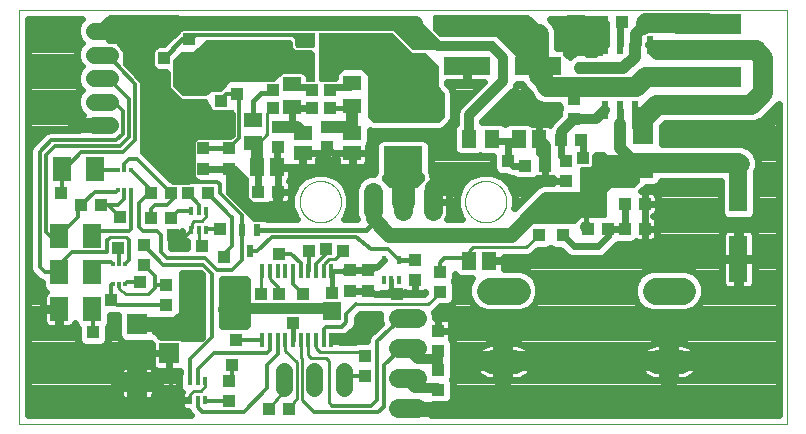
<source format=gtl>
G75*
%MOIN*%
%OFA0B0*%
%FSLAX25Y25*%
%IPPOS*%
%LPD*%
%AMOC8*
5,1,8,0,0,1.08239X$1,22.5*
%
%ADD10C,0.00000*%
%ADD11R,0.04252X0.04134*%
%ADD12R,0.04331X0.03937*%
%ADD13C,0.06337*%
%ADD14R,0.05118X0.05906*%
%ADD15R,0.05906X0.05118*%
%ADD16R,0.03937X0.04331*%
%ADD17R,0.01181X0.04724*%
%ADD18R,0.01575X0.03150*%
%ADD19R,0.06299X0.07874*%
%ADD20R,0.02362X0.05906*%
%ADD21R,0.03937X0.02362*%
%ADD22R,0.02362X0.03937*%
%ADD23R,0.01575X0.02756*%
%ADD24R,0.01969X0.03937*%
%ADD25R,0.07098X0.06299*%
%ADD26R,0.13386X0.07480*%
%ADD27C,0.05600*%
%ADD28R,0.01280X0.01772*%
%ADD29R,0.01280X0.02362*%
%ADD30R,0.12992X0.09843*%
%ADD31R,0.03937X0.03150*%
%ADD32R,0.22441X0.06693*%
%ADD33R,0.06299X0.15748*%
%ADD34R,0.15748X0.06299*%
%ADD35C,0.05550*%
%ADD36R,0.07124X0.07124*%
%ADD37C,0.07874*%
%ADD38C,0.08858*%
%ADD39C,0.01000*%
%ADD40C,0.03200*%
%ADD41C,0.01200*%
%ADD42C,0.04000*%
%ADD43R,0.04362X0.04362*%
%ADD44C,0.02400*%
%ADD45C,0.01600*%
%ADD46C,0.00039*%
%ADD47C,0.06600*%
%ADD48C,0.05000*%
%ADD49C,0.07600*%
%ADD50C,0.00945*%
%ADD51R,0.05937X0.05937*%
%ADD52C,0.03543*%
D10*
X0002200Y0026633D02*
X0002200Y0164428D01*
X0258106Y0164428D01*
X0258106Y0026633D01*
X0002200Y0026633D01*
X0095704Y0100649D02*
X0095706Y0100818D01*
X0095712Y0100987D01*
X0095723Y0101156D01*
X0095737Y0101324D01*
X0095756Y0101492D01*
X0095779Y0101660D01*
X0095805Y0101827D01*
X0095836Y0101993D01*
X0095871Y0102159D01*
X0095910Y0102323D01*
X0095954Y0102487D01*
X0096001Y0102649D01*
X0096052Y0102810D01*
X0096107Y0102970D01*
X0096166Y0103129D01*
X0096228Y0103286D01*
X0096295Y0103441D01*
X0096366Y0103595D01*
X0096440Y0103747D01*
X0096518Y0103897D01*
X0096599Y0104045D01*
X0096684Y0104191D01*
X0096773Y0104335D01*
X0096865Y0104477D01*
X0096961Y0104616D01*
X0097060Y0104753D01*
X0097162Y0104888D01*
X0097268Y0105020D01*
X0097377Y0105149D01*
X0097489Y0105276D01*
X0097604Y0105400D01*
X0097722Y0105521D01*
X0097843Y0105639D01*
X0097967Y0105754D01*
X0098094Y0105866D01*
X0098223Y0105975D01*
X0098355Y0106081D01*
X0098490Y0106183D01*
X0098627Y0106282D01*
X0098766Y0106378D01*
X0098908Y0106470D01*
X0099052Y0106559D01*
X0099198Y0106644D01*
X0099346Y0106725D01*
X0099496Y0106803D01*
X0099648Y0106877D01*
X0099802Y0106948D01*
X0099957Y0107015D01*
X0100114Y0107077D01*
X0100273Y0107136D01*
X0100433Y0107191D01*
X0100594Y0107242D01*
X0100756Y0107289D01*
X0100920Y0107333D01*
X0101084Y0107372D01*
X0101250Y0107407D01*
X0101416Y0107438D01*
X0101583Y0107464D01*
X0101751Y0107487D01*
X0101919Y0107506D01*
X0102087Y0107520D01*
X0102256Y0107531D01*
X0102425Y0107537D01*
X0102594Y0107539D01*
X0102763Y0107537D01*
X0102932Y0107531D01*
X0103101Y0107520D01*
X0103269Y0107506D01*
X0103437Y0107487D01*
X0103605Y0107464D01*
X0103772Y0107438D01*
X0103938Y0107407D01*
X0104104Y0107372D01*
X0104268Y0107333D01*
X0104432Y0107289D01*
X0104594Y0107242D01*
X0104755Y0107191D01*
X0104915Y0107136D01*
X0105074Y0107077D01*
X0105231Y0107015D01*
X0105386Y0106948D01*
X0105540Y0106877D01*
X0105692Y0106803D01*
X0105842Y0106725D01*
X0105990Y0106644D01*
X0106136Y0106559D01*
X0106280Y0106470D01*
X0106422Y0106378D01*
X0106561Y0106282D01*
X0106698Y0106183D01*
X0106833Y0106081D01*
X0106965Y0105975D01*
X0107094Y0105866D01*
X0107221Y0105754D01*
X0107345Y0105639D01*
X0107466Y0105521D01*
X0107584Y0105400D01*
X0107699Y0105276D01*
X0107811Y0105149D01*
X0107920Y0105020D01*
X0108026Y0104888D01*
X0108128Y0104753D01*
X0108227Y0104616D01*
X0108323Y0104477D01*
X0108415Y0104335D01*
X0108504Y0104191D01*
X0108589Y0104045D01*
X0108670Y0103897D01*
X0108748Y0103747D01*
X0108822Y0103595D01*
X0108893Y0103441D01*
X0108960Y0103286D01*
X0109022Y0103129D01*
X0109081Y0102970D01*
X0109136Y0102810D01*
X0109187Y0102649D01*
X0109234Y0102487D01*
X0109278Y0102323D01*
X0109317Y0102159D01*
X0109352Y0101993D01*
X0109383Y0101827D01*
X0109409Y0101660D01*
X0109432Y0101492D01*
X0109451Y0101324D01*
X0109465Y0101156D01*
X0109476Y0100987D01*
X0109482Y0100818D01*
X0109484Y0100649D01*
X0109482Y0100480D01*
X0109476Y0100311D01*
X0109465Y0100142D01*
X0109451Y0099974D01*
X0109432Y0099806D01*
X0109409Y0099638D01*
X0109383Y0099471D01*
X0109352Y0099305D01*
X0109317Y0099139D01*
X0109278Y0098975D01*
X0109234Y0098811D01*
X0109187Y0098649D01*
X0109136Y0098488D01*
X0109081Y0098328D01*
X0109022Y0098169D01*
X0108960Y0098012D01*
X0108893Y0097857D01*
X0108822Y0097703D01*
X0108748Y0097551D01*
X0108670Y0097401D01*
X0108589Y0097253D01*
X0108504Y0097107D01*
X0108415Y0096963D01*
X0108323Y0096821D01*
X0108227Y0096682D01*
X0108128Y0096545D01*
X0108026Y0096410D01*
X0107920Y0096278D01*
X0107811Y0096149D01*
X0107699Y0096022D01*
X0107584Y0095898D01*
X0107466Y0095777D01*
X0107345Y0095659D01*
X0107221Y0095544D01*
X0107094Y0095432D01*
X0106965Y0095323D01*
X0106833Y0095217D01*
X0106698Y0095115D01*
X0106561Y0095016D01*
X0106422Y0094920D01*
X0106280Y0094828D01*
X0106136Y0094739D01*
X0105990Y0094654D01*
X0105842Y0094573D01*
X0105692Y0094495D01*
X0105540Y0094421D01*
X0105386Y0094350D01*
X0105231Y0094283D01*
X0105074Y0094221D01*
X0104915Y0094162D01*
X0104755Y0094107D01*
X0104594Y0094056D01*
X0104432Y0094009D01*
X0104268Y0093965D01*
X0104104Y0093926D01*
X0103938Y0093891D01*
X0103772Y0093860D01*
X0103605Y0093834D01*
X0103437Y0093811D01*
X0103269Y0093792D01*
X0103101Y0093778D01*
X0102932Y0093767D01*
X0102763Y0093761D01*
X0102594Y0093759D01*
X0102425Y0093761D01*
X0102256Y0093767D01*
X0102087Y0093778D01*
X0101919Y0093792D01*
X0101751Y0093811D01*
X0101583Y0093834D01*
X0101416Y0093860D01*
X0101250Y0093891D01*
X0101084Y0093926D01*
X0100920Y0093965D01*
X0100756Y0094009D01*
X0100594Y0094056D01*
X0100433Y0094107D01*
X0100273Y0094162D01*
X0100114Y0094221D01*
X0099957Y0094283D01*
X0099802Y0094350D01*
X0099648Y0094421D01*
X0099496Y0094495D01*
X0099346Y0094573D01*
X0099198Y0094654D01*
X0099052Y0094739D01*
X0098908Y0094828D01*
X0098766Y0094920D01*
X0098627Y0095016D01*
X0098490Y0095115D01*
X0098355Y0095217D01*
X0098223Y0095323D01*
X0098094Y0095432D01*
X0097967Y0095544D01*
X0097843Y0095659D01*
X0097722Y0095777D01*
X0097604Y0095898D01*
X0097489Y0096022D01*
X0097377Y0096149D01*
X0097268Y0096278D01*
X0097162Y0096410D01*
X0097060Y0096545D01*
X0096961Y0096682D01*
X0096865Y0096821D01*
X0096773Y0096963D01*
X0096684Y0097107D01*
X0096599Y0097253D01*
X0096518Y0097401D01*
X0096440Y0097551D01*
X0096366Y0097703D01*
X0096295Y0097857D01*
X0096228Y0098012D01*
X0096166Y0098169D01*
X0096107Y0098328D01*
X0096052Y0098488D01*
X0096001Y0098649D01*
X0095954Y0098811D01*
X0095910Y0098975D01*
X0095871Y0099139D01*
X0095836Y0099305D01*
X0095805Y0099471D01*
X0095779Y0099638D01*
X0095756Y0099806D01*
X0095737Y0099974D01*
X0095723Y0100142D01*
X0095712Y0100311D01*
X0095706Y0100480D01*
X0095704Y0100649D01*
X0150822Y0100649D02*
X0150824Y0100818D01*
X0150830Y0100987D01*
X0150841Y0101156D01*
X0150855Y0101324D01*
X0150874Y0101492D01*
X0150897Y0101660D01*
X0150923Y0101827D01*
X0150954Y0101993D01*
X0150989Y0102159D01*
X0151028Y0102323D01*
X0151072Y0102487D01*
X0151119Y0102649D01*
X0151170Y0102810D01*
X0151225Y0102970D01*
X0151284Y0103129D01*
X0151346Y0103286D01*
X0151413Y0103441D01*
X0151484Y0103595D01*
X0151558Y0103747D01*
X0151636Y0103897D01*
X0151717Y0104045D01*
X0151802Y0104191D01*
X0151891Y0104335D01*
X0151983Y0104477D01*
X0152079Y0104616D01*
X0152178Y0104753D01*
X0152280Y0104888D01*
X0152386Y0105020D01*
X0152495Y0105149D01*
X0152607Y0105276D01*
X0152722Y0105400D01*
X0152840Y0105521D01*
X0152961Y0105639D01*
X0153085Y0105754D01*
X0153212Y0105866D01*
X0153341Y0105975D01*
X0153473Y0106081D01*
X0153608Y0106183D01*
X0153745Y0106282D01*
X0153884Y0106378D01*
X0154026Y0106470D01*
X0154170Y0106559D01*
X0154316Y0106644D01*
X0154464Y0106725D01*
X0154614Y0106803D01*
X0154766Y0106877D01*
X0154920Y0106948D01*
X0155075Y0107015D01*
X0155232Y0107077D01*
X0155391Y0107136D01*
X0155551Y0107191D01*
X0155712Y0107242D01*
X0155874Y0107289D01*
X0156038Y0107333D01*
X0156202Y0107372D01*
X0156368Y0107407D01*
X0156534Y0107438D01*
X0156701Y0107464D01*
X0156869Y0107487D01*
X0157037Y0107506D01*
X0157205Y0107520D01*
X0157374Y0107531D01*
X0157543Y0107537D01*
X0157712Y0107539D01*
X0157881Y0107537D01*
X0158050Y0107531D01*
X0158219Y0107520D01*
X0158387Y0107506D01*
X0158555Y0107487D01*
X0158723Y0107464D01*
X0158890Y0107438D01*
X0159056Y0107407D01*
X0159222Y0107372D01*
X0159386Y0107333D01*
X0159550Y0107289D01*
X0159712Y0107242D01*
X0159873Y0107191D01*
X0160033Y0107136D01*
X0160192Y0107077D01*
X0160349Y0107015D01*
X0160504Y0106948D01*
X0160658Y0106877D01*
X0160810Y0106803D01*
X0160960Y0106725D01*
X0161108Y0106644D01*
X0161254Y0106559D01*
X0161398Y0106470D01*
X0161540Y0106378D01*
X0161679Y0106282D01*
X0161816Y0106183D01*
X0161951Y0106081D01*
X0162083Y0105975D01*
X0162212Y0105866D01*
X0162339Y0105754D01*
X0162463Y0105639D01*
X0162584Y0105521D01*
X0162702Y0105400D01*
X0162817Y0105276D01*
X0162929Y0105149D01*
X0163038Y0105020D01*
X0163144Y0104888D01*
X0163246Y0104753D01*
X0163345Y0104616D01*
X0163441Y0104477D01*
X0163533Y0104335D01*
X0163622Y0104191D01*
X0163707Y0104045D01*
X0163788Y0103897D01*
X0163866Y0103747D01*
X0163940Y0103595D01*
X0164011Y0103441D01*
X0164078Y0103286D01*
X0164140Y0103129D01*
X0164199Y0102970D01*
X0164254Y0102810D01*
X0164305Y0102649D01*
X0164352Y0102487D01*
X0164396Y0102323D01*
X0164435Y0102159D01*
X0164470Y0101993D01*
X0164501Y0101827D01*
X0164527Y0101660D01*
X0164550Y0101492D01*
X0164569Y0101324D01*
X0164583Y0101156D01*
X0164594Y0100987D01*
X0164600Y0100818D01*
X0164602Y0100649D01*
X0164600Y0100480D01*
X0164594Y0100311D01*
X0164583Y0100142D01*
X0164569Y0099974D01*
X0164550Y0099806D01*
X0164527Y0099638D01*
X0164501Y0099471D01*
X0164470Y0099305D01*
X0164435Y0099139D01*
X0164396Y0098975D01*
X0164352Y0098811D01*
X0164305Y0098649D01*
X0164254Y0098488D01*
X0164199Y0098328D01*
X0164140Y0098169D01*
X0164078Y0098012D01*
X0164011Y0097857D01*
X0163940Y0097703D01*
X0163866Y0097551D01*
X0163788Y0097401D01*
X0163707Y0097253D01*
X0163622Y0097107D01*
X0163533Y0096963D01*
X0163441Y0096821D01*
X0163345Y0096682D01*
X0163246Y0096545D01*
X0163144Y0096410D01*
X0163038Y0096278D01*
X0162929Y0096149D01*
X0162817Y0096022D01*
X0162702Y0095898D01*
X0162584Y0095777D01*
X0162463Y0095659D01*
X0162339Y0095544D01*
X0162212Y0095432D01*
X0162083Y0095323D01*
X0161951Y0095217D01*
X0161816Y0095115D01*
X0161679Y0095016D01*
X0161540Y0094920D01*
X0161398Y0094828D01*
X0161254Y0094739D01*
X0161108Y0094654D01*
X0160960Y0094573D01*
X0160810Y0094495D01*
X0160658Y0094421D01*
X0160504Y0094350D01*
X0160349Y0094283D01*
X0160192Y0094221D01*
X0160033Y0094162D01*
X0159873Y0094107D01*
X0159712Y0094056D01*
X0159550Y0094009D01*
X0159386Y0093965D01*
X0159222Y0093926D01*
X0159056Y0093891D01*
X0158890Y0093860D01*
X0158723Y0093834D01*
X0158555Y0093811D01*
X0158387Y0093792D01*
X0158219Y0093778D01*
X0158050Y0093767D01*
X0157881Y0093761D01*
X0157712Y0093759D01*
X0157543Y0093761D01*
X0157374Y0093767D01*
X0157205Y0093778D01*
X0157037Y0093792D01*
X0156869Y0093811D01*
X0156701Y0093834D01*
X0156534Y0093860D01*
X0156368Y0093891D01*
X0156202Y0093926D01*
X0156038Y0093965D01*
X0155874Y0094009D01*
X0155712Y0094056D01*
X0155551Y0094107D01*
X0155391Y0094162D01*
X0155232Y0094221D01*
X0155075Y0094283D01*
X0154920Y0094350D01*
X0154766Y0094421D01*
X0154614Y0094495D01*
X0154464Y0094573D01*
X0154316Y0094654D01*
X0154170Y0094739D01*
X0154026Y0094828D01*
X0153884Y0094920D01*
X0153745Y0095016D01*
X0153608Y0095115D01*
X0153473Y0095217D01*
X0153341Y0095323D01*
X0153212Y0095432D01*
X0153085Y0095544D01*
X0152961Y0095659D01*
X0152840Y0095777D01*
X0152722Y0095898D01*
X0152607Y0096022D01*
X0152495Y0096149D01*
X0152386Y0096278D01*
X0152280Y0096410D01*
X0152178Y0096545D01*
X0152079Y0096682D01*
X0151983Y0096821D01*
X0151891Y0096963D01*
X0151802Y0097107D01*
X0151717Y0097253D01*
X0151636Y0097401D01*
X0151558Y0097551D01*
X0151484Y0097703D01*
X0151413Y0097857D01*
X0151346Y0098012D01*
X0151284Y0098169D01*
X0151225Y0098328D01*
X0151170Y0098488D01*
X0151119Y0098649D01*
X0151072Y0098811D01*
X0151028Y0098975D01*
X0150989Y0099139D01*
X0150954Y0099305D01*
X0150923Y0099471D01*
X0150897Y0099638D01*
X0150874Y0099806D01*
X0150855Y0099974D01*
X0150841Y0100142D01*
X0150830Y0100311D01*
X0150824Y0100480D01*
X0150822Y0100649D01*
D11*
X0118342Y0077716D03*
X0112436Y0077716D03*
X0112436Y0070826D03*
X0118342Y0070826D03*
X0141964Y0057637D03*
X0141964Y0050747D03*
D12*
X0141964Y0044547D03*
X0141964Y0037854D03*
X0117554Y0042578D03*
X0117554Y0049271D03*
X0072279Y0041003D03*
X0072279Y0034310D03*
X0051019Y0066200D03*
X0051019Y0072893D03*
X0043932Y0079586D03*
X0043932Y0086279D03*
X0081728Y0103995D03*
X0088420Y0103995D03*
X0072082Y0111673D03*
X0072082Y0118365D03*
X0074641Y0136673D03*
X0074641Y0143365D03*
X0058696Y0148090D03*
X0058696Y0154783D03*
X0170901Y0112657D03*
X0177594Y0112657D03*
X0184483Y0114232D03*
X0184483Y0107539D03*
X0203972Y0099862D03*
X0210665Y0099862D03*
X0142357Y0077224D03*
X0142357Y0070531D03*
X0187239Y0128208D03*
X0187239Y0134901D03*
X0196491Y0160491D03*
X0203184Y0160491D03*
D13*
X0140153Y0103817D02*
X0140153Y0097480D01*
X0130153Y0097480D02*
X0130153Y0103817D01*
X0120153Y0103817D02*
X0120153Y0097480D01*
X0128461Y0061810D02*
X0134798Y0061810D01*
X0134798Y0051810D02*
X0128461Y0051810D01*
X0128461Y0041810D02*
X0134798Y0041810D01*
X0134798Y0031810D02*
X0128461Y0031810D01*
D14*
X0152200Y0080964D03*
X0158893Y0080964D03*
X0088027Y0112066D03*
X0081334Y0112066D03*
X0152200Y0121515D03*
X0159680Y0121515D03*
X0168735Y0121515D03*
X0175428Y0121515D03*
D15*
X0113224Y0123484D03*
X0113224Y0116791D03*
X0096688Y0116791D03*
X0096688Y0123484D03*
X0080153Y0120334D03*
X0080153Y0127814D03*
X0093145Y0132342D03*
X0093145Y0139822D03*
X0113224Y0140019D03*
X0113224Y0132539D03*
D16*
X0104956Y0125452D03*
X0104956Y0118759D03*
X0088420Y0118759D03*
X0088420Y0125452D03*
X0063617Y0118365D03*
X0063617Y0111673D03*
X0064995Y0103405D03*
X0058302Y0103405D03*
X0052791Y0103405D03*
X0046098Y0103405D03*
X0046098Y0095137D03*
X0052791Y0095137D03*
X0029562Y0099468D03*
X0022869Y0099468D03*
X0134090Y0081161D03*
X0134090Y0074468D03*
X0191767Y0091594D03*
X0198460Y0091594D03*
X0203972Y0091594D03*
X0210665Y0091594D03*
X0189602Y0121121D03*
X0182909Y0121121D03*
X0092161Y0031358D03*
X0085468Y0031358D03*
D17*
X0085763Y0054586D03*
X0083204Y0054586D03*
X0088322Y0054586D03*
X0090881Y0054586D03*
X0093440Y0054586D03*
X0095999Y0054586D03*
X0098558Y0054586D03*
X0101117Y0054586D03*
X0103676Y0054586D03*
X0106235Y0054586D03*
X0106235Y0077421D03*
X0103676Y0077421D03*
X0101117Y0077421D03*
X0098558Y0077421D03*
X0095999Y0077421D03*
X0093440Y0077421D03*
X0090881Y0077421D03*
X0088322Y0077421D03*
X0085763Y0077421D03*
X0083204Y0077421D03*
D18*
X0064602Y0091200D03*
X0062043Y0091200D03*
X0059483Y0091200D03*
X0059483Y0097499D03*
X0062043Y0097499D03*
X0064602Y0097499D03*
X0064208Y0040806D03*
X0061649Y0040806D03*
X0059090Y0040806D03*
X0059090Y0034507D03*
X0061649Y0034507D03*
X0064208Y0034507D03*
D19*
X0026609Y0064822D03*
X0015586Y0064822D03*
X0015586Y0077027D03*
X0026609Y0077027D03*
X0026609Y0089232D03*
X0015586Y0089232D03*
X0016373Y0111673D03*
X0027397Y0111673D03*
D20*
X0197456Y0131121D03*
X0202456Y0131121D03*
X0207456Y0131121D03*
X0212456Y0131121D03*
X0212456Y0152775D03*
X0207456Y0152775D03*
X0202456Y0152775D03*
X0197456Y0152775D03*
D21*
X0142751Y0160295D03*
X0134090Y0160295D03*
X0070704Y0064822D03*
X0062043Y0064822D03*
D22*
X0189208Y0145137D03*
X0189208Y0153799D03*
D23*
X0128775Y0081161D03*
X0123657Y0081161D03*
X0123657Y0074468D03*
X0126216Y0074468D03*
X0128775Y0074468D03*
D24*
X0081531Y0091200D03*
X0076413Y0091200D03*
X0078972Y0084114D03*
D25*
X0210074Y0111586D03*
X0210074Y0122783D03*
D26*
X0062633Y0125846D03*
X0062633Y0141200D03*
D27*
X0143932Y0109310D02*
X0143932Y0105373D01*
X0139995Y0105373D01*
X0210074Y0111586D02*
X0212129Y0113641D01*
X0110625Y0044197D02*
X0110625Y0038597D01*
X0100625Y0038597D02*
X0100625Y0044197D01*
X0090625Y0044197D02*
X0090625Y0038597D01*
D28*
X0037594Y0073287D03*
X0033342Y0073287D03*
X0033342Y0079980D03*
X0037594Y0079980D03*
X0039365Y0104586D03*
X0035113Y0104586D03*
X0035113Y0111279D03*
X0039365Y0111279D03*
D29*
X0037239Y0111574D03*
X0037239Y0104291D03*
X0035468Y0080275D03*
X0035468Y0072991D03*
D30*
X0130153Y0114035D03*
X0130153Y0140806D03*
D31*
X0105743Y0150058D03*
X0096294Y0146318D03*
X0096294Y0153799D03*
D32*
X0231728Y0159901D03*
X0231728Y0142184D03*
D33*
X0241964Y0105177D03*
X0241964Y0081554D03*
D34*
X0175035Y0145925D03*
X0151413Y0145925D03*
D35*
X0032534Y0149665D02*
X0026984Y0149665D01*
X0026984Y0157539D02*
X0032534Y0157539D01*
X0032534Y0141791D02*
X0026984Y0141791D01*
X0026984Y0133917D02*
X0032534Y0133917D01*
X0032534Y0126043D02*
X0026984Y0126043D01*
D36*
X0041570Y0059901D03*
X0052200Y0050058D03*
X0041570Y0040216D03*
D37*
X0159680Y0047302D02*
X0167554Y0047302D01*
X0214798Y0047302D02*
X0222672Y0047302D01*
D38*
X0223165Y0070925D02*
X0214306Y0070925D01*
X0168046Y0070925D02*
X0159188Y0070925D01*
D39*
X0142357Y0070531D02*
X0142357Y0070334D01*
X0138420Y0066397D01*
X0114405Y0066397D01*
X0114208Y0066397D01*
X0103676Y0077421D02*
X0103676Y0079684D01*
X0103678Y0079701D01*
X0103682Y0079718D01*
X0103689Y0079734D01*
X0103699Y0079748D01*
X0103711Y0079760D01*
X0103726Y0079770D01*
X0103741Y0079777D01*
X0103758Y0079781D01*
X0103775Y0079783D01*
X0105350Y0081358D01*
X0107318Y0081358D01*
X0110074Y0084114D01*
X0088814Y0071909D02*
X0085763Y0074960D01*
X0085763Y0077421D01*
X0083204Y0077421D02*
X0082909Y0077125D01*
X0082909Y0069940D01*
X0088814Y0069940D02*
X0088814Y0071909D01*
X0062043Y0064822D02*
X0062043Y0063051D01*
X0060271Y0063051D01*
X0045507Y0069940D02*
X0037830Y0069940D01*
X0035468Y0071515D01*
X0035468Y0072991D01*
X0047476Y0073090D02*
X0047672Y0072893D01*
X0043932Y0079389D02*
X0043932Y0079586D01*
X0027609Y0080373D02*
X0026609Y0079373D01*
X0026609Y0079192D01*
X0031334Y0087838D02*
X0032334Y0088838D01*
X0037814Y0088838D01*
X0038814Y0087838D01*
X0053381Y0089625D02*
X0057909Y0089625D01*
X0059483Y0091200D01*
X0059483Y0091791D01*
X0059680Y0091988D01*
X0059680Y0093562D01*
X0060468Y0094350D01*
X0063224Y0094350D01*
X0064602Y0095728D01*
X0064602Y0097499D01*
X0062043Y0091200D02*
X0062043Y0086869D01*
X0063224Y0085688D01*
X0090783Y0054586D02*
X0090881Y0054586D01*
X0095999Y0054586D02*
X0095999Y0048799D01*
X0096511Y0048287D01*
X0096511Y0034507D01*
X0100625Y0030373D01*
X0105350Y0033720D02*
X0106531Y0032539D01*
X0105350Y0033720D02*
X0105350Y0047484D01*
X0104350Y0048484D01*
X0099558Y0048484D01*
X0098558Y0049484D01*
X0098558Y0054586D01*
X0101117Y0054586D02*
X0101117Y0051732D01*
X0102594Y0050452D01*
X0115586Y0050452D01*
X0117554Y0049271D01*
X0090625Y0041397D02*
X0090625Y0037696D01*
X0085468Y0031358D01*
X0064208Y0039035D02*
X0064208Y0040806D01*
X0064208Y0039035D02*
X0062830Y0037657D01*
X0060468Y0037657D01*
X0059287Y0036476D01*
X0059287Y0034704D01*
X0059090Y0034507D01*
X0057712Y0034507D01*
X0052200Y0040019D01*
X0152200Y0080964D02*
X0152200Y0084114D01*
X0153578Y0085491D01*
X0171294Y0085491D01*
X0175428Y0089625D01*
X0198460Y0089035D02*
X0198460Y0091594D01*
X0161649Y0120925D02*
X0159680Y0121515D01*
X0113224Y0132539D02*
X0112633Y0131948D01*
X0086649Y0131948D02*
X0084877Y0130177D01*
X0084877Y0123090D01*
X0082121Y0120334D01*
X0080153Y0120334D01*
D40*
X0075035Y0109704D02*
X0072082Y0111673D01*
X0075035Y0109704D02*
X0075035Y0103405D01*
X0076216Y0102224D01*
X0076216Y0101043D01*
X0079759Y0097499D01*
X0088814Y0097499D01*
X0088420Y0097893D01*
X0088420Y0103995D01*
X0152200Y0121515D02*
X0152200Y0129389D01*
X0163617Y0140806D01*
X0163617Y0148680D01*
X0159680Y0152617D01*
X0141767Y0152617D01*
X0134090Y0160295D01*
X0194543Y0128208D02*
X0197456Y0131121D01*
X0194543Y0128208D02*
X0187239Y0128208D01*
X0182909Y0123877D01*
X0182909Y0121121D01*
X0213460Y0152775D02*
X0215192Y0151043D01*
X0213460Y0152775D02*
X0212456Y0152775D01*
X0141964Y0050747D02*
X0141964Y0048287D01*
X0135153Y0048287D01*
X0131629Y0051810D01*
X0141964Y0048287D02*
X0141964Y0044547D01*
X0134090Y0038444D02*
X0131629Y0040905D01*
X0131629Y0041810D01*
X0134090Y0038444D02*
X0141373Y0038444D01*
X0141964Y0037854D01*
D41*
X0123657Y0032342D02*
X0121688Y0030373D01*
X0100625Y0030373D01*
X0106531Y0032539D02*
X0119523Y0032539D01*
X0121491Y0034507D01*
X0121491Y0054192D01*
X0129897Y0061810D01*
X0131629Y0061810D01*
X0114405Y0066397D02*
X0111255Y0063247D01*
X0111255Y0060491D01*
X0109680Y0058917D01*
X0104562Y0058917D01*
X0103676Y0058030D01*
X0103676Y0054586D01*
X0116570Y0050255D02*
X0117554Y0049271D01*
X0123657Y0046121D02*
X0129739Y0051810D01*
X0131629Y0051810D01*
X0123657Y0046121D02*
X0123657Y0032342D01*
X0110625Y0041397D02*
X0110822Y0042578D01*
X0117554Y0042578D01*
X0088322Y0049763D02*
X0088322Y0054586D01*
X0085763Y0054586D02*
X0085763Y0051141D01*
X0084877Y0050255D01*
X0067161Y0050255D01*
X0061649Y0044743D01*
X0061649Y0040806D01*
X0059090Y0040806D02*
X0059090Y0048090D01*
X0066373Y0055373D01*
X0066373Y0076633D01*
X0063617Y0079389D01*
X0050231Y0079389D01*
X0043932Y0086279D01*
X0038814Y0087838D02*
X0038814Y0081200D01*
X0037594Y0079980D01*
X0035468Y0080275D02*
X0035468Y0084704D01*
X0035074Y0085098D01*
X0031334Y0083720D02*
X0019917Y0083720D01*
X0015586Y0079389D01*
X0015586Y0077027D01*
X0010861Y0077027D01*
X0008972Y0078799D01*
X0008972Y0117184D01*
X0012948Y0121200D01*
X0034602Y0121200D01*
X0036728Y0123090D01*
X0036728Y0130964D01*
X0033696Y0133917D01*
X0029759Y0133917D01*
X0031728Y0141791D02*
X0038775Y0134901D01*
X0038775Y0122106D01*
X0035665Y0119153D01*
X0014011Y0119153D01*
X0011058Y0116200D01*
X0011058Y0090610D01*
X0012436Y0089232D01*
X0015586Y0089232D01*
X0021885Y0095531D01*
X0021885Y0098484D01*
X0022869Y0099468D01*
X0027401Y0103999D01*
X0034527Y0103999D01*
X0035113Y0104586D01*
X0037239Y0104291D02*
X0037239Y0101436D01*
X0035271Y0099468D01*
X0029562Y0099468D01*
X0031728Y0099468D01*
X0035665Y0095531D01*
X0042161Y0092184D02*
X0043539Y0090806D01*
X0048263Y0090806D01*
X0049444Y0089625D01*
X0049444Y0083720D01*
X0051413Y0081751D01*
X0064208Y0081751D01*
X0068145Y0077814D01*
X0073066Y0077814D01*
X0076413Y0081161D01*
X0076413Y0091200D01*
X0076413Y0096121D01*
X0069129Y0103405D01*
X0069129Y0106358D01*
X0068145Y0107342D01*
X0055350Y0107342D01*
X0052791Y0103405D02*
X0041373Y0114822D01*
X0038814Y0114822D01*
X0037239Y0113247D01*
X0037239Y0111574D01*
X0035113Y0111279D02*
X0027791Y0111279D01*
X0027397Y0111673D01*
X0022869Y0117066D02*
X0017357Y0111673D01*
X0016373Y0111673D01*
X0016373Y0103799D01*
X0015980Y0103405D01*
X0039365Y0104586D02*
X0039365Y0091358D01*
X0038814Y0090806D01*
X0028184Y0090806D01*
X0026609Y0089232D01*
X0031334Y0087838D02*
X0031334Y0083720D01*
X0032948Y0080373D02*
X0027609Y0080373D01*
X0026609Y0079192D02*
X0026609Y0077027D01*
X0032948Y0080373D02*
X0033342Y0079980D01*
X0043932Y0079389D02*
X0047476Y0075846D01*
X0047476Y0073090D01*
X0047476Y0071909D01*
X0045507Y0069940D01*
X0047672Y0072893D02*
X0051019Y0072893D01*
X0042357Y0073877D02*
X0038184Y0073877D01*
X0037594Y0073287D01*
X0033342Y0073287D02*
X0032909Y0072854D01*
X0032909Y0067972D01*
X0034680Y0066200D01*
X0051019Y0066200D01*
X0026609Y0064822D02*
X0026609Y0062066D01*
X0026806Y0062066D01*
X0026806Y0057145D01*
X0073066Y0046318D02*
X0073066Y0041791D01*
X0072279Y0041003D01*
X0072279Y0034310D02*
X0064405Y0034310D01*
X0064208Y0034507D01*
X0061649Y0034507D02*
X0061649Y0032145D01*
X0063224Y0030570D01*
X0077003Y0030570D01*
X0084877Y0038444D01*
X0084877Y0046318D01*
X0088322Y0049763D01*
X0083204Y0054586D02*
X0083007Y0054389D01*
X0074444Y0054389D01*
X0093440Y0073188D02*
X0096688Y0069940D01*
X0093440Y0073188D02*
X0093440Y0077421D01*
X0095999Y0077421D02*
X0095999Y0080078D01*
X0092948Y0083129D01*
X0088814Y0083129D01*
X0086452Y0088838D02*
X0081334Y0084114D01*
X0078972Y0084114D01*
X0073066Y0085688D02*
X0070507Y0083129D01*
X0070507Y0082342D01*
X0073066Y0085688D02*
X0073066Y0095531D01*
X0072869Y0095531D01*
X0064995Y0103405D01*
X0065192Y0103405D01*
X0062043Y0099665D02*
X0058302Y0103405D01*
X0053381Y0102814D02*
X0053381Y0101436D01*
X0051413Y0099468D01*
X0047476Y0099468D01*
X0046098Y0098090D01*
X0046098Y0095137D01*
X0042161Y0092184D02*
X0042161Y0100058D01*
X0045507Y0103405D01*
X0046098Y0103405D01*
X0046098Y0104547D01*
X0039365Y0111279D01*
X0036649Y0117066D02*
X0022869Y0117066D01*
X0036649Y0117066D02*
X0040783Y0121121D01*
X0040783Y0139822D01*
X0031728Y0149665D01*
X0029759Y0149665D01*
X0029759Y0141791D02*
X0031728Y0141791D01*
X0058696Y0154783D02*
X0059877Y0155177D01*
X0061255Y0156161D01*
X0093539Y0156161D01*
X0096294Y0153799D01*
X0075625Y0136673D02*
X0074641Y0136673D01*
X0071294Y0136673D01*
X0069326Y0134310D01*
X0075625Y0136673D02*
X0075625Y0121909D01*
X0072082Y0118365D01*
X0046098Y0103405D02*
X0045507Y0103995D01*
X0052791Y0103405D02*
X0053381Y0102814D01*
X0062043Y0099665D02*
X0062043Y0097499D01*
X0059483Y0097499D02*
X0055153Y0097499D01*
X0052791Y0095137D01*
X0064602Y0091200D02*
X0064995Y0091594D01*
X0069129Y0091594D01*
X0086452Y0088838D02*
X0114405Y0088838D01*
X0119523Y0084901D01*
X0125035Y0084901D01*
X0128775Y0081161D01*
X0142357Y0080177D02*
X0142357Y0077224D01*
X0142357Y0080177D02*
X0143932Y0081751D01*
X0151413Y0081751D01*
X0152200Y0080964D01*
X0151806Y0081358D01*
X0104562Y0083326D02*
X0101019Y0079783D01*
X0101019Y0077519D01*
X0101117Y0077421D01*
X0098657Y0077519D02*
X0098657Y0084114D01*
X0104562Y0084901D02*
X0104562Y0083326D01*
X0098657Y0077519D02*
X0098558Y0077421D01*
X0175231Y0156554D02*
X0175428Y0156554D01*
D42*
X0189208Y0145137D02*
X0203381Y0145137D01*
X0207456Y0148818D01*
X0207456Y0152775D01*
X0207712Y0153031D01*
X0207712Y0156554D01*
X0210074Y0158917D01*
X0202594Y0126633D02*
X0202594Y0118365D01*
X0206137Y0114822D01*
X0213310Y0114822D01*
X0214798Y0114822D01*
X0213310Y0114822D02*
X0212129Y0113641D01*
X0191235Y0101377D02*
X0191176Y0101436D01*
X0191235Y0092125D02*
X0191767Y0091594D01*
X0241964Y0105177D02*
X0241964Y0113641D01*
X0177594Y0112657D02*
X0177397Y0112854D01*
X0177397Y0119153D01*
X0175428Y0121121D01*
X0175428Y0121515D01*
X0113224Y0123484D02*
X0111255Y0125452D01*
X0104956Y0125452D01*
X0113224Y0123484D02*
X0113224Y0132539D01*
X0096688Y0123484D02*
X0094720Y0125452D01*
X0088420Y0125452D01*
X0081334Y0120334D02*
X0080153Y0120334D01*
X0081334Y0120334D02*
X0081334Y0112066D01*
X0105743Y0064822D02*
X0105797Y0064820D01*
X0105850Y0064815D01*
X0105903Y0064806D01*
X0105955Y0064793D01*
X0106007Y0064777D01*
X0106057Y0064757D01*
X0106105Y0064734D01*
X0106152Y0064707D01*
X0106197Y0064678D01*
X0106240Y0064645D01*
X0106280Y0064610D01*
X0106318Y0064572D01*
X0106353Y0064532D01*
X0106386Y0064489D01*
X0106415Y0064444D01*
X0106442Y0064397D01*
X0106465Y0064349D01*
X0106485Y0064299D01*
X0106501Y0064247D01*
X0106514Y0064195D01*
X0106523Y0064142D01*
X0106528Y0064089D01*
X0106530Y0064035D01*
D43*
X0106531Y0070334D03*
X0096688Y0069940D03*
X0088814Y0069940D03*
X0082909Y0069940D03*
X0093539Y0060098D03*
X0110468Y0054980D03*
X0128184Y0069940D03*
X0110074Y0084114D03*
X0104562Y0084901D03*
X0098657Y0084114D03*
X0088814Y0083129D03*
X0070507Y0082342D03*
X0063224Y0085688D03*
X0053381Y0089625D03*
X0069129Y0091594D03*
X0035665Y0095531D03*
X0015980Y0103405D03*
X0035074Y0085098D03*
X0042357Y0073877D03*
X0032909Y0067972D03*
X0026806Y0057145D03*
X0073066Y0046318D03*
X0074444Y0054389D03*
X0175428Y0089625D03*
X0183302Y0089625D03*
X0189995Y0115216D03*
X0165192Y0114232D03*
X0105743Y0131948D03*
X0099838Y0131948D03*
X0099838Y0137854D03*
X0105743Y0137854D03*
X0086649Y0137854D03*
X0086649Y0131948D03*
X0069326Y0134310D03*
X0050428Y0148680D03*
D44*
X0023037Y0145728D02*
X0022258Y0144949D01*
X0021409Y0142900D01*
X0021409Y0140682D01*
X0022258Y0138633D01*
X0023037Y0137854D01*
X0022258Y0137075D01*
X0021409Y0135026D01*
X0021409Y0132808D01*
X0022258Y0130759D01*
X0023462Y0129555D01*
X0023190Y0129284D01*
X0022729Y0128650D01*
X0022374Y0127952D01*
X0022132Y0127208D01*
X0022009Y0126434D01*
X0022009Y0126043D01*
X0029759Y0126043D01*
X0029759Y0126043D01*
X0022009Y0126043D01*
X0022009Y0125651D01*
X0022132Y0124878D01*
X0022222Y0124600D01*
X0013616Y0124600D01*
X0013608Y0124603D01*
X0012940Y0124600D01*
X0012272Y0124600D01*
X0012264Y0124597D01*
X0012255Y0124597D01*
X0011639Y0124338D01*
X0011022Y0124082D01*
X0011016Y0124076D01*
X0011008Y0124073D01*
X0010538Y0123599D01*
X0010066Y0123126D01*
X0010062Y0123118D01*
X0006562Y0119583D01*
X0006089Y0119110D01*
X0006086Y0119102D01*
X0006080Y0119096D01*
X0005828Y0118478D01*
X0005572Y0117861D01*
X0005572Y0117852D01*
X0005568Y0117844D01*
X0005572Y0117176D01*
X0005572Y0079418D01*
X0005552Y0079365D01*
X0005572Y0078744D01*
X0005572Y0078122D01*
X0005593Y0078070D01*
X0005595Y0078013D01*
X0005851Y0077447D01*
X0006089Y0076873D01*
X0006129Y0076832D01*
X0006153Y0076781D01*
X0006606Y0076356D01*
X0007046Y0075916D01*
X0007098Y0075894D01*
X0008496Y0074584D01*
X0008935Y0074145D01*
X0008988Y0074123D01*
X0009029Y0074084D01*
X0009611Y0073865D01*
X0009636Y0073854D01*
X0009636Y0072533D01*
X0010062Y0071504D01*
X0010850Y0070716D01*
X0011185Y0070577D01*
X0011085Y0070520D01*
X0010676Y0070110D01*
X0010386Y0069608D01*
X0010236Y0069049D01*
X0010236Y0065197D01*
X0015211Y0065197D01*
X0015211Y0064447D01*
X0015961Y0064447D01*
X0015961Y0058685D01*
X0019025Y0058685D01*
X0019585Y0058835D01*
X0020086Y0059125D01*
X0020496Y0059534D01*
X0020783Y0060031D01*
X0021086Y0059299D01*
X0021825Y0058560D01*
X0021825Y0054407D01*
X0022251Y0053378D01*
X0023039Y0052590D01*
X0024068Y0052164D01*
X0029544Y0052164D01*
X0030573Y0052590D01*
X0031361Y0053378D01*
X0031787Y0054407D01*
X0031787Y0058954D01*
X0032133Y0059299D01*
X0032559Y0060328D01*
X0032559Y0062991D01*
X0033544Y0062991D01*
X0034004Y0062800D01*
X0035208Y0062800D01*
X0035208Y0055782D01*
X0035634Y0054753D01*
X0036422Y0053965D01*
X0037451Y0053539D01*
X0045689Y0053539D01*
X0045987Y0053662D01*
X0046438Y0053211D01*
X0046438Y0050058D01*
X0046438Y0046207D01*
X0046588Y0045647D01*
X0046877Y0045145D01*
X0047287Y0044736D01*
X0047789Y0044446D01*
X0048348Y0044296D01*
X0052200Y0044296D01*
X0055690Y0044296D01*
X0055690Y0043391D01*
X0055502Y0042938D01*
X0055502Y0038675D01*
X0055929Y0037646D01*
X0056395Y0037179D01*
X0056252Y0036931D01*
X0056102Y0036372D01*
X0056102Y0034507D01*
X0056102Y0032643D01*
X0056252Y0032083D01*
X0056542Y0031582D01*
X0056952Y0031172D01*
X0057453Y0030882D01*
X0058013Y0030732D01*
X0058554Y0030732D01*
X0058766Y0030219D01*
X0059552Y0029433D01*
X0005000Y0029433D01*
X0005000Y0161628D01*
X0023190Y0161628D01*
X0022258Y0160697D01*
X0021409Y0158648D01*
X0021409Y0156430D01*
X0022258Y0154381D01*
X0023037Y0153602D01*
X0022258Y0152823D01*
X0021409Y0150774D01*
X0021409Y0148556D01*
X0022258Y0146507D01*
X0023037Y0145728D01*
X0022237Y0146559D02*
X0005000Y0146559D01*
X0005000Y0148957D02*
X0021409Y0148957D01*
X0021651Y0151356D02*
X0005000Y0151356D01*
X0005000Y0153754D02*
X0022885Y0153754D01*
X0021524Y0156153D02*
X0005000Y0156153D01*
X0005000Y0158551D02*
X0021409Y0158551D01*
X0022511Y0160950D02*
X0005000Y0160950D01*
X0005000Y0144160D02*
X0021932Y0144160D01*
X0021409Y0141762D02*
X0005000Y0141762D01*
X0005000Y0139363D02*
X0021956Y0139363D01*
X0022213Y0136965D02*
X0005000Y0136965D01*
X0005000Y0134566D02*
X0021409Y0134566D01*
X0021675Y0132168D02*
X0005000Y0132168D01*
X0005000Y0129769D02*
X0023248Y0129769D01*
X0022185Y0127371D02*
X0005000Y0127371D01*
X0005000Y0124972D02*
X0022117Y0124972D01*
X0009523Y0122574D02*
X0005000Y0122574D01*
X0005000Y0120175D02*
X0007148Y0120175D01*
X0005569Y0117777D02*
X0005000Y0117777D01*
X0005000Y0115378D02*
X0005572Y0115378D01*
X0005572Y0112980D02*
X0005000Y0112980D01*
X0005000Y0110581D02*
X0005572Y0110581D01*
X0005572Y0108183D02*
X0005000Y0108183D01*
X0005000Y0105784D02*
X0005572Y0105784D01*
X0005572Y0103386D02*
X0005000Y0103386D01*
X0005000Y0100987D02*
X0005572Y0100987D01*
X0005572Y0098589D02*
X0005000Y0098589D01*
X0005000Y0096190D02*
X0005572Y0096190D01*
X0005572Y0093792D02*
X0005000Y0093792D01*
X0005000Y0091393D02*
X0005572Y0091393D01*
X0005572Y0088994D02*
X0005000Y0088994D01*
X0005000Y0086596D02*
X0005572Y0086596D01*
X0005572Y0084197D02*
X0005000Y0084197D01*
X0005000Y0081799D02*
X0005572Y0081799D01*
X0005565Y0079400D02*
X0005000Y0079400D01*
X0005000Y0077002D02*
X0006036Y0077002D01*
X0005000Y0074603D02*
X0008475Y0074603D01*
X0009772Y0072205D02*
X0005000Y0072205D01*
X0005000Y0069806D02*
X0010501Y0069806D01*
X0010236Y0067408D02*
X0005000Y0067408D01*
X0005000Y0065009D02*
X0015211Y0065009D01*
X0015211Y0064447D02*
X0010236Y0064447D01*
X0010236Y0060596D01*
X0010386Y0060036D01*
X0010676Y0059534D01*
X0011085Y0059125D01*
X0011587Y0058835D01*
X0012147Y0058685D01*
X0015211Y0058685D01*
X0015211Y0064447D01*
X0015211Y0062611D02*
X0015961Y0062611D01*
X0015961Y0060212D02*
X0015211Y0060212D01*
X0010339Y0060212D02*
X0005000Y0060212D01*
X0005000Y0062611D02*
X0010236Y0062611D01*
X0005000Y0057814D02*
X0021825Y0057814D01*
X0021825Y0055415D02*
X0005000Y0055415D01*
X0005000Y0053017D02*
X0022612Y0053017D01*
X0031000Y0053017D02*
X0046438Y0053017D01*
X0046438Y0050618D02*
X0005000Y0050618D01*
X0005000Y0048220D02*
X0046438Y0048220D01*
X0046438Y0050058D02*
X0052200Y0050058D01*
X0052200Y0044296D01*
X0052200Y0050058D01*
X0052200Y0050058D01*
X0052200Y0050058D01*
X0046438Y0050058D01*
X0052200Y0048220D02*
X0052200Y0048220D01*
X0045981Y0045828D02*
X0045422Y0045978D01*
X0041570Y0045978D01*
X0037718Y0045978D01*
X0037159Y0045828D01*
X0036657Y0045539D01*
X0036247Y0045129D01*
X0035958Y0044627D01*
X0035808Y0044068D01*
X0035808Y0040216D01*
X0041570Y0040216D01*
X0041570Y0045978D01*
X0041570Y0040216D01*
X0041570Y0040216D01*
X0041570Y0040216D01*
X0035808Y0040216D01*
X0035808Y0036364D01*
X0035958Y0035804D01*
X0036247Y0035303D01*
X0036657Y0034893D01*
X0037159Y0034604D01*
X0037718Y0034454D01*
X0041570Y0034454D01*
X0045422Y0034454D01*
X0045981Y0034604D01*
X0046483Y0034893D01*
X0046893Y0035303D01*
X0047182Y0035804D01*
X0047332Y0036364D01*
X0047332Y0040216D01*
X0047332Y0044068D01*
X0047182Y0044627D01*
X0046893Y0045129D01*
X0046483Y0045539D01*
X0045981Y0045828D01*
X0045993Y0045821D02*
X0046541Y0045821D01*
X0047332Y0043423D02*
X0055690Y0043423D01*
X0055502Y0041024D02*
X0047332Y0041024D01*
X0047332Y0040216D02*
X0041570Y0040216D01*
X0041570Y0040216D01*
X0041570Y0040216D01*
X0041570Y0034454D01*
X0041570Y0040216D01*
X0047332Y0040216D01*
X0047332Y0038626D02*
X0055523Y0038626D01*
X0056102Y0036227D02*
X0047296Y0036227D01*
X0041570Y0036227D02*
X0041570Y0036227D01*
X0041570Y0038626D02*
X0041570Y0038626D01*
X0041570Y0041024D02*
X0041570Y0041024D01*
X0041570Y0043423D02*
X0041570Y0043423D01*
X0041570Y0045821D02*
X0041570Y0045821D01*
X0037147Y0045821D02*
X0005000Y0045821D01*
X0005000Y0043423D02*
X0035808Y0043423D01*
X0035808Y0041024D02*
X0005000Y0041024D01*
X0005000Y0038626D02*
X0035808Y0038626D01*
X0035845Y0036227D02*
X0005000Y0036227D01*
X0005000Y0033829D02*
X0056102Y0033829D01*
X0056102Y0034507D02*
X0058061Y0034507D01*
X0058061Y0034507D01*
X0056102Y0034507D01*
X0056693Y0031430D02*
X0005000Y0031430D01*
X0052200Y0045821D02*
X0052200Y0045821D01*
X0035360Y0055415D02*
X0031787Y0055415D01*
X0031787Y0057814D02*
X0035208Y0057814D01*
X0035208Y0060212D02*
X0032511Y0060212D01*
X0032559Y0062611D02*
X0035208Y0062611D01*
X0052844Y0085151D02*
X0052844Y0090172D01*
X0055316Y0090172D01*
X0056345Y0090598D01*
X0056496Y0090749D01*
X0056496Y0089336D01*
X0056646Y0088776D01*
X0056936Y0088274D01*
X0057345Y0087865D01*
X0057847Y0087575D01*
X0058243Y0087469D01*
X0058243Y0085151D01*
X0052844Y0085151D01*
X0052844Y0086596D02*
X0058243Y0086596D01*
X0056587Y0088994D02*
X0052844Y0088994D01*
X0072529Y0104813D02*
X0078339Y0099004D01*
X0079295Y0098047D01*
X0079813Y0096798D01*
X0079813Y0095895D01*
X0079989Y0095969D01*
X0083072Y0095969D01*
X0084101Y0095542D01*
X0084843Y0094800D01*
X0094739Y0094800D01*
X0094379Y0095160D01*
X0092904Y0098722D01*
X0092904Y0102576D01*
X0094379Y0106138D01*
X0097105Y0108864D01*
X0100666Y0110339D01*
X0104521Y0110339D01*
X0108083Y0108864D01*
X0110808Y0106138D01*
X0112283Y0102576D01*
X0112283Y0098722D01*
X0110808Y0095160D01*
X0110448Y0094800D01*
X0114803Y0094800D01*
X0114184Y0096293D01*
X0114184Y0105005D01*
X0115093Y0107198D01*
X0116772Y0108877D01*
X0118966Y0109786D01*
X0120443Y0109786D01*
X0120443Y0109871D01*
X0120857Y0110869D01*
X0120857Y0119513D01*
X0121283Y0120542D01*
X0122071Y0121330D01*
X0123100Y0121756D01*
X0137206Y0121756D01*
X0138235Y0121330D01*
X0139023Y0120542D01*
X0139449Y0119513D01*
X0139449Y0110869D01*
X0139862Y0109871D01*
X0139862Y0109186D01*
X0140153Y0109186D01*
X0140153Y0100649D01*
X0145521Y0100649D01*
X0145521Y0104240D01*
X0145389Y0105075D01*
X0145128Y0105878D01*
X0144744Y0106631D01*
X0144248Y0107315D01*
X0143650Y0107912D01*
X0142966Y0108409D01*
X0142214Y0108793D01*
X0141410Y0109054D01*
X0140575Y0109186D01*
X0140153Y0109186D01*
X0140153Y0100649D01*
X0140153Y0100649D01*
X0145521Y0100649D01*
X0145521Y0097058D01*
X0145389Y0096223D01*
X0145128Y0095420D01*
X0144876Y0094925D01*
X0149732Y0094925D01*
X0149497Y0095160D01*
X0148022Y0098722D01*
X0148022Y0102576D01*
X0149497Y0106138D01*
X0152223Y0108864D01*
X0155784Y0110339D01*
X0159639Y0110339D01*
X0163201Y0108864D01*
X0165926Y0106138D01*
X0167402Y0102576D01*
X0167402Y0098722D01*
X0167275Y0098416D01*
X0174788Y0105929D01*
X0176736Y0106736D01*
X0180118Y0106736D01*
X0180118Y0107539D01*
X0184483Y0107539D01*
X0184483Y0107539D01*
X0180118Y0107539D01*
X0180118Y0108507D01*
X0180049Y0108488D01*
X0177594Y0108488D01*
X0177594Y0112657D01*
X0177594Y0112657D01*
X0177594Y0108488D01*
X0175139Y0108488D01*
X0174892Y0108554D01*
X0174652Y0108315D01*
X0173623Y0107888D01*
X0168178Y0107888D01*
X0167149Y0108315D01*
X0166807Y0108657D01*
X0165971Y0108657D01*
X0164538Y0109251D01*
X0162454Y0109251D01*
X0161425Y0109677D01*
X0160637Y0110464D01*
X0160211Y0111494D01*
X0160211Y0115762D01*
X0156564Y0115762D01*
X0155940Y0116021D01*
X0155316Y0115762D01*
X0149084Y0115762D01*
X0148055Y0116189D01*
X0147267Y0116976D01*
X0146841Y0118005D01*
X0146841Y0125025D01*
X0147267Y0126054D01*
X0147800Y0126587D01*
X0147800Y0130264D01*
X0148470Y0131881D01*
X0149708Y0133119D01*
X0157163Y0140575D01*
X0151787Y0140575D01*
X0151787Y0145550D01*
X0151038Y0145550D01*
X0151038Y0140575D01*
X0144783Y0140575D01*
X0144783Y0139859D01*
X0146017Y0138379D01*
X0146323Y0138073D01*
X0146373Y0137951D01*
X0146457Y0137850D01*
X0146586Y0137437D01*
X0146752Y0137037D01*
X0146752Y0136905D01*
X0146791Y0136779D01*
X0146752Y0136348D01*
X0146752Y0128435D01*
X0146323Y0127398D01*
X0144354Y0125430D01*
X0143561Y0124636D01*
X0142525Y0124207D01*
X0119749Y0124207D01*
X0118976Y0124527D01*
X0118976Y0120368D01*
X0118550Y0119338D01*
X0118376Y0119165D01*
X0118376Y0116870D01*
X0113303Y0116870D01*
X0113303Y0116711D01*
X0113303Y0112032D01*
X0116466Y0112032D01*
X0117026Y0112182D01*
X0117527Y0112471D01*
X0117937Y0112881D01*
X0118226Y0113382D01*
X0118376Y0113942D01*
X0118376Y0116711D01*
X0113303Y0116711D01*
X0113144Y0116711D01*
X0113144Y0112032D01*
X0109981Y0112032D01*
X0109422Y0112182D01*
X0108920Y0112471D01*
X0108510Y0112881D01*
X0108221Y0113382D01*
X0108071Y0113942D01*
X0108071Y0114715D01*
X0107774Y0114544D01*
X0107214Y0114394D01*
X0104956Y0114394D01*
X0104956Y0118759D01*
X0104956Y0118759D01*
X0104956Y0114394D01*
X0102698Y0114394D01*
X0102138Y0114544D01*
X0101841Y0114715D01*
X0101841Y0113942D01*
X0101691Y0113382D01*
X0101401Y0112881D01*
X0100992Y0112471D01*
X0100490Y0112182D01*
X0099931Y0112032D01*
X0096768Y0112032D01*
X0096768Y0116711D01*
X0096609Y0116711D01*
X0096609Y0112032D01*
X0093446Y0112032D01*
X0092886Y0112182D01*
X0092786Y0112240D01*
X0092786Y0112146D01*
X0088106Y0112146D01*
X0088106Y0111987D01*
X0092786Y0111987D01*
X0092786Y0108824D01*
X0092636Y0108264D01*
X0092346Y0107763D01*
X0092122Y0107539D01*
X0092346Y0107315D01*
X0092636Y0106813D01*
X0092786Y0106254D01*
X0092786Y0103995D01*
X0088421Y0103995D01*
X0088421Y0103995D01*
X0088421Y0099827D01*
X0090875Y0099827D01*
X0091435Y0099977D01*
X0091937Y0100266D01*
X0092346Y0100676D01*
X0092636Y0101178D01*
X0092786Y0101737D01*
X0092786Y0103995D01*
X0088421Y0103995D01*
X0088420Y0103995D01*
X0088420Y0099827D01*
X0085965Y0099827D01*
X0085719Y0099893D01*
X0085479Y0099653D01*
X0084450Y0099227D01*
X0079005Y0099227D01*
X0077976Y0099653D01*
X0077188Y0100441D01*
X0076762Y0101470D01*
X0076762Y0106521D01*
X0076951Y0106977D01*
X0076401Y0107527D01*
X0076038Y0108405D01*
X0076008Y0108353D01*
X0075598Y0107944D01*
X0075096Y0107654D01*
X0074537Y0107504D01*
X0072334Y0107504D01*
X0072529Y0107034D01*
X0072529Y0104813D01*
X0072529Y0105784D02*
X0076762Y0105784D01*
X0076762Y0103386D02*
X0073957Y0103386D01*
X0076355Y0100987D02*
X0076962Y0100987D01*
X0078754Y0098589D02*
X0092959Y0098589D01*
X0092904Y0100987D02*
X0092526Y0100987D01*
X0092786Y0103386D02*
X0093239Y0103386D01*
X0092786Y0105784D02*
X0094233Y0105784D01*
X0088420Y0103995D02*
X0088420Y0111673D01*
X0088027Y0112066D01*
X0088027Y0118365D01*
X0088420Y0118759D01*
X0096688Y0116791D02*
X0102987Y0116791D01*
X0104956Y0118759D01*
X0106924Y0116791D01*
X0113224Y0116791D01*
X0113144Y0115378D02*
X0113303Y0115378D01*
X0113303Y0112980D02*
X0113144Y0112980D01*
X0108453Y0112980D02*
X0101458Y0112980D01*
X0104956Y0115378D02*
X0104956Y0115378D01*
X0104956Y0117777D02*
X0104956Y0117777D01*
X0096768Y0115378D02*
X0096609Y0115378D01*
X0096609Y0112980D02*
X0096768Y0112980D01*
X0092786Y0110581D02*
X0120737Y0110581D01*
X0120857Y0112980D02*
X0117994Y0112980D01*
X0118376Y0115378D02*
X0120857Y0115378D01*
X0120857Y0117777D02*
X0118376Y0117777D01*
X0118897Y0120175D02*
X0121131Y0120175D01*
X0118976Y0122574D02*
X0146841Y0122574D01*
X0146841Y0124972D02*
X0143897Y0124972D01*
X0146295Y0127371D02*
X0147800Y0127371D01*
X0147800Y0129769D02*
X0146752Y0129769D01*
X0146752Y0132168D02*
X0148756Y0132168D01*
X0146752Y0134566D02*
X0151155Y0134566D01*
X0153553Y0136965D02*
X0146752Y0136965D01*
X0145196Y0139363D02*
X0155952Y0139363D01*
X0151787Y0141762D02*
X0151038Y0141762D01*
X0151038Y0144160D02*
X0151787Y0144160D01*
X0167347Y0138314D02*
X0168017Y0139931D01*
X0168017Y0139975D01*
X0169790Y0139975D01*
X0169922Y0139735D01*
X0170257Y0138926D01*
X0170503Y0138680D01*
X0170670Y0138376D01*
X0171354Y0137829D01*
X0171973Y0137210D01*
X0172291Y0137078D01*
X0172578Y0136432D01*
X0173013Y0135383D01*
X0173070Y0135325D01*
X0173103Y0135252D01*
X0173926Y0134470D01*
X0174729Y0133667D01*
X0174803Y0133636D01*
X0174862Y0133580D01*
X0175922Y0133172D01*
X0176971Y0132738D01*
X0177052Y0132738D01*
X0177127Y0132709D01*
X0178262Y0132738D01*
X0182274Y0132738D01*
X0182274Y0132375D01*
X0182614Y0131554D01*
X0182274Y0130733D01*
X0182274Y0129465D01*
X0179179Y0126370D01*
X0179162Y0126330D01*
X0178837Y0126518D01*
X0178277Y0126668D01*
X0175508Y0126668D01*
X0175508Y0121595D01*
X0175349Y0121595D01*
X0175349Y0126668D01*
X0173054Y0126668D01*
X0172881Y0126842D01*
X0171851Y0127268D01*
X0165619Y0127268D01*
X0164590Y0126842D01*
X0164208Y0126459D01*
X0163825Y0126842D01*
X0162796Y0127268D01*
X0156600Y0127268D01*
X0156600Y0127567D01*
X0167347Y0138314D01*
X0167782Y0139363D02*
X0170076Y0139363D01*
X0172341Y0136965D02*
X0165998Y0136965D01*
X0163600Y0134566D02*
X0173824Y0134566D01*
X0182360Y0132168D02*
X0161201Y0132168D01*
X0158803Y0129769D02*
X0182274Y0129769D01*
X0180180Y0127371D02*
X0156600Y0127371D01*
X0161649Y0120925D02*
X0165192Y0120925D01*
X0165192Y0114232D01*
X0166767Y0112657D01*
X0170901Y0112657D01*
X0177594Y0110581D02*
X0177594Y0110581D01*
X0180118Y0108183D02*
X0174334Y0108183D01*
X0174643Y0105784D02*
X0166073Y0105784D01*
X0167066Y0103386D02*
X0172244Y0103386D01*
X0169846Y0100987D02*
X0167402Y0100987D01*
X0167346Y0098589D02*
X0167447Y0098589D01*
X0149351Y0105784D02*
X0145159Y0105784D01*
X0145521Y0103386D02*
X0148357Y0103386D01*
X0148022Y0100987D02*
X0145521Y0100987D01*
X0145521Y0098589D02*
X0148077Y0098589D01*
X0149071Y0096190D02*
X0145378Y0096190D01*
X0140153Y0100649D02*
X0140153Y0100649D01*
X0140153Y0100987D02*
X0140153Y0100987D01*
X0140153Y0103386D02*
X0140153Y0103386D01*
X0140153Y0105784D02*
X0140153Y0105784D01*
X0140153Y0108183D02*
X0140153Y0108183D01*
X0139568Y0110581D02*
X0160589Y0110581D01*
X0160211Y0112980D02*
X0139449Y0112980D01*
X0139449Y0115378D02*
X0160211Y0115378D01*
X0165192Y0120925D02*
X0168145Y0120925D01*
X0168735Y0121515D01*
X0175349Y0121435D02*
X0175349Y0116825D01*
X0175508Y0116825D01*
X0175508Y0121435D01*
X0175349Y0121435D01*
X0175349Y0122574D02*
X0175508Y0122574D01*
X0175508Y0124972D02*
X0175349Y0124972D01*
X0175349Y0120175D02*
X0175508Y0120175D01*
X0182909Y0121121D02*
X0182909Y0115806D01*
X0184483Y0114232D01*
X0189995Y0115216D02*
X0190192Y0120531D01*
X0189602Y0121121D01*
X0202456Y0126771D02*
X0202456Y0131121D01*
X0207456Y0131121D02*
X0207456Y0125401D01*
X0210074Y0122783D01*
X0216423Y0122574D02*
X0255306Y0122574D01*
X0255306Y0124972D02*
X0216423Y0124972D01*
X0216423Y0125930D02*
X0217325Y0126832D01*
X0247508Y0126832D01*
X0249750Y0127761D01*
X0253687Y0131698D01*
X0255306Y0133317D01*
X0255306Y0029433D01*
X0139612Y0029433D01*
X0139773Y0029750D01*
X0140034Y0030553D01*
X0140166Y0031388D01*
X0140166Y0031810D01*
X0131629Y0031810D01*
X0131629Y0031810D01*
X0140166Y0031810D01*
X0140166Y0032233D01*
X0140034Y0033067D01*
X0140028Y0033085D01*
X0144686Y0033085D01*
X0145715Y0033511D01*
X0146503Y0034299D01*
X0146929Y0035328D01*
X0146929Y0040379D01*
X0146589Y0041200D01*
X0146929Y0042021D01*
X0146929Y0047072D01*
X0146692Y0047645D01*
X0146890Y0048123D01*
X0146890Y0053371D01*
X0146463Y0054400D01*
X0146140Y0054723D01*
X0146290Y0055281D01*
X0146290Y0057637D01*
X0141964Y0057637D01*
X0141964Y0057637D01*
X0146290Y0057637D01*
X0146290Y0059994D01*
X0146140Y0060553D01*
X0145850Y0061055D01*
X0145441Y0061464D01*
X0144939Y0061754D01*
X0144379Y0061904D01*
X0141964Y0061904D01*
X0141964Y0057637D01*
X0141964Y0057637D01*
X0141964Y0061904D01*
X0140766Y0061904D01*
X0140766Y0062998D01*
X0140450Y0063760D01*
X0142453Y0065762D01*
X0145080Y0065762D01*
X0146109Y0066189D01*
X0146897Y0066976D01*
X0147323Y0068005D01*
X0147323Y0073056D01*
X0146983Y0073877D01*
X0147323Y0074698D01*
X0147323Y0076369D01*
X0148055Y0075637D01*
X0149084Y0075211D01*
X0153251Y0075211D01*
X0153060Y0075020D01*
X0151959Y0072363D01*
X0151959Y0069487D01*
X0153060Y0066830D01*
X0155093Y0064796D01*
X0157750Y0063695D01*
X0169484Y0063695D01*
X0172141Y0064796D01*
X0174175Y0066830D01*
X0175276Y0069487D01*
X0175276Y0072363D01*
X0174175Y0075020D01*
X0172141Y0077053D01*
X0169484Y0078154D01*
X0163652Y0078154D01*
X0163652Y0080884D01*
X0158973Y0080884D01*
X0158973Y0081043D01*
X0163652Y0081043D01*
X0163652Y0082191D01*
X0171951Y0082191D01*
X0173164Y0082694D01*
X0175114Y0084644D01*
X0178166Y0084644D01*
X0179196Y0085070D01*
X0179365Y0085240D01*
X0179535Y0085070D01*
X0180564Y0084644D01*
X0182627Y0084644D01*
X0184974Y0082297D01*
X0186444Y0081688D01*
X0195909Y0081688D01*
X0197379Y0082297D01*
X0198504Y0083422D01*
X0201710Y0086628D01*
X0206497Y0086628D01*
X0207526Y0087055D01*
X0207849Y0087378D01*
X0208406Y0087228D01*
X0210664Y0087228D01*
X0210664Y0091594D01*
X0210664Y0099861D01*
X0210665Y0099861D01*
X0210665Y0099862D01*
X0215030Y0099862D01*
X0215030Y0102120D01*
X0214880Y0102679D01*
X0214590Y0103181D01*
X0214181Y0103590D01*
X0213679Y0103880D01*
X0213120Y0104030D01*
X0210665Y0104030D01*
X0210665Y0099862D01*
X0210664Y0099862D01*
X0210664Y0104030D01*
X0209569Y0104030D01*
X0210490Y0104951D01*
X0211175Y0105636D01*
X0214180Y0105636D01*
X0215209Y0106063D01*
X0215997Y0106850D01*
X0216283Y0107541D01*
X0236014Y0107541D01*
X0236014Y0096746D01*
X0236440Y0095716D01*
X0237228Y0094929D01*
X0238257Y0094502D01*
X0245670Y0094502D01*
X0246699Y0094929D01*
X0247487Y0095716D01*
X0247913Y0096746D01*
X0247913Y0110720D01*
X0248457Y0112034D01*
X0248457Y0114461D01*
X0247529Y0116703D01*
X0247135Y0117096D01*
X0247135Y0117096D01*
X0245419Y0118812D01*
X0243177Y0119741D01*
X0216423Y0119741D01*
X0216423Y0125930D01*
X0212456Y0131121D02*
X0207456Y0131121D01*
X0202594Y0126633D02*
X0202456Y0126771D01*
X0216423Y0120175D02*
X0255306Y0120175D01*
X0255306Y0117777D02*
X0246455Y0117777D01*
X0248077Y0115378D02*
X0255306Y0115378D01*
X0255306Y0112980D02*
X0248457Y0112980D01*
X0247913Y0110581D02*
X0255306Y0110581D01*
X0255306Y0108183D02*
X0247913Y0108183D01*
X0247913Y0105784D02*
X0255306Y0105784D01*
X0255306Y0103386D02*
X0247913Y0103386D01*
X0247913Y0100987D02*
X0255306Y0100987D01*
X0255306Y0098589D02*
X0247913Y0098589D01*
X0247683Y0096190D02*
X0255306Y0096190D01*
X0255306Y0093792D02*
X0214833Y0093792D01*
X0214833Y0094049D02*
X0214833Y0091594D01*
X0210665Y0091594D01*
X0210665Y0091594D01*
X0210664Y0091594D01*
X0210665Y0091594D01*
X0210665Y0095693D01*
X0210665Y0099861D01*
X0215030Y0099861D01*
X0215030Y0097603D01*
X0214880Y0097044D01*
X0214590Y0096542D01*
X0214181Y0096133D01*
X0213679Y0095843D01*
X0213505Y0095796D01*
X0213984Y0095520D01*
X0214394Y0095110D01*
X0214683Y0094608D01*
X0214833Y0094049D01*
X0214238Y0096190D02*
X0236244Y0096190D01*
X0236014Y0098589D02*
X0215030Y0098589D01*
X0215030Y0100987D02*
X0236014Y0100987D01*
X0236014Y0103386D02*
X0214386Y0103386D01*
X0214537Y0105784D02*
X0236014Y0105784D01*
X0210665Y0103386D02*
X0210664Y0103386D01*
X0210664Y0100987D02*
X0210665Y0100987D01*
X0210664Y0098589D02*
X0210665Y0098589D01*
X0210664Y0096190D02*
X0210665Y0096190D01*
X0203972Y0099862D02*
X0203972Y0091594D01*
X0198460Y0091594D01*
X0198460Y0089035D02*
X0195113Y0085688D01*
X0187239Y0085688D01*
X0183302Y0089625D01*
X0183073Y0084197D02*
X0174667Y0084197D01*
X0163652Y0081799D02*
X0186177Y0081799D01*
X0196176Y0081799D02*
X0241589Y0081799D01*
X0241589Y0081929D02*
X0241589Y0081180D01*
X0236614Y0081180D01*
X0236614Y0073391D01*
X0236764Y0072831D01*
X0237054Y0072330D01*
X0237463Y0071920D01*
X0237965Y0071630D01*
X0238525Y0071480D01*
X0241589Y0071480D01*
X0241589Y0081180D01*
X0242339Y0081180D01*
X0242339Y0081929D01*
X0247313Y0081929D01*
X0247313Y0089718D01*
X0247163Y0090278D01*
X0246874Y0090779D01*
X0246464Y0091189D01*
X0245963Y0091479D01*
X0245403Y0091628D01*
X0242339Y0091628D01*
X0242339Y0081929D01*
X0241589Y0081929D01*
X0236614Y0081929D01*
X0236614Y0089718D01*
X0236764Y0090278D01*
X0237054Y0090779D01*
X0237463Y0091189D01*
X0237965Y0091479D01*
X0238525Y0091628D01*
X0241589Y0091628D01*
X0241589Y0081929D01*
X0242339Y0081799D02*
X0255306Y0081799D01*
X0255306Y0079400D02*
X0247313Y0079400D01*
X0247313Y0081180D02*
X0242339Y0081180D01*
X0242339Y0071480D01*
X0245403Y0071480D01*
X0245963Y0071630D01*
X0246464Y0071920D01*
X0246874Y0072330D01*
X0247163Y0072831D01*
X0247313Y0073391D01*
X0247313Y0081180D01*
X0242339Y0079400D02*
X0241589Y0079400D01*
X0241589Y0077002D02*
X0242339Y0077002D01*
X0242339Y0074603D02*
X0241589Y0074603D01*
X0241589Y0072205D02*
X0242339Y0072205D01*
X0246749Y0072205D02*
X0255306Y0072205D01*
X0255306Y0074603D02*
X0247313Y0074603D01*
X0247313Y0077002D02*
X0255306Y0077002D01*
X0255306Y0084197D02*
X0247313Y0084197D01*
X0247313Y0086596D02*
X0255306Y0086596D01*
X0255306Y0088994D02*
X0247313Y0088994D01*
X0246111Y0091393D02*
X0255306Y0091393D01*
X0242339Y0091393D02*
X0241589Y0091393D01*
X0241589Y0088994D02*
X0242339Y0088994D01*
X0242339Y0086596D02*
X0241589Y0086596D01*
X0241589Y0084197D02*
X0242339Y0084197D01*
X0236614Y0084197D02*
X0199279Y0084197D01*
X0201678Y0086596D02*
X0236614Y0086596D01*
X0236614Y0088994D02*
X0214794Y0088994D01*
X0214833Y0089139D02*
X0214833Y0091594D01*
X0210665Y0091594D01*
X0210665Y0087228D01*
X0212923Y0087228D01*
X0213482Y0087378D01*
X0213984Y0087668D01*
X0214394Y0088078D01*
X0214683Y0088579D01*
X0214833Y0089139D01*
X0214833Y0091393D02*
X0237817Y0091393D01*
X0210665Y0091393D02*
X0210664Y0091393D01*
X0210664Y0088994D02*
X0210665Y0088994D01*
X0210664Y0093792D02*
X0210665Y0093792D01*
X0212868Y0078154D02*
X0210211Y0077053D01*
X0208178Y0075020D01*
X0207077Y0072363D01*
X0207077Y0069487D01*
X0208178Y0066830D01*
X0210211Y0064796D01*
X0212868Y0063695D01*
X0224603Y0063695D01*
X0227260Y0064796D01*
X0229293Y0066830D01*
X0230394Y0069487D01*
X0230394Y0072363D01*
X0229293Y0075020D01*
X0227260Y0077053D01*
X0224603Y0078154D01*
X0212868Y0078154D01*
X0210160Y0077002D02*
X0172193Y0077002D01*
X0174347Y0074603D02*
X0208005Y0074603D01*
X0207077Y0072205D02*
X0175276Y0072205D01*
X0175276Y0069806D02*
X0207077Y0069806D01*
X0207938Y0067408D02*
X0174415Y0067408D01*
X0172355Y0065009D02*
X0209998Y0065009D01*
X0227473Y0065009D02*
X0255306Y0065009D01*
X0255306Y0062611D02*
X0140766Y0062611D01*
X0141700Y0065009D02*
X0154880Y0065009D01*
X0152820Y0067408D02*
X0147075Y0067408D01*
X0147323Y0069806D02*
X0151959Y0069806D01*
X0151959Y0072205D02*
X0147323Y0072205D01*
X0147284Y0074603D02*
X0152887Y0074603D01*
X0163652Y0079400D02*
X0236614Y0079400D01*
X0236614Y0077002D02*
X0227311Y0077002D01*
X0229465Y0074603D02*
X0236614Y0074603D01*
X0237178Y0072205D02*
X0230394Y0072205D01*
X0230394Y0069806D02*
X0255306Y0069806D01*
X0255306Y0067408D02*
X0229533Y0067408D01*
X0255306Y0060212D02*
X0146231Y0060212D01*
X0141964Y0060212D02*
X0141964Y0060212D01*
X0141964Y0057814D02*
X0141964Y0057814D01*
X0146290Y0057814D02*
X0255306Y0057814D01*
X0255306Y0055415D02*
X0146290Y0055415D01*
X0146890Y0053017D02*
X0157407Y0053017D01*
X0157325Y0052990D02*
X0156464Y0052551D01*
X0155682Y0051984D01*
X0154999Y0051300D01*
X0154431Y0050519D01*
X0153993Y0049658D01*
X0153694Y0048740D01*
X0153543Y0047785D01*
X0153543Y0047303D01*
X0163617Y0047303D01*
X0163617Y0053439D01*
X0159197Y0053439D01*
X0158243Y0053288D01*
X0157325Y0052990D01*
X0154504Y0050618D02*
X0146890Y0050618D01*
X0146890Y0048220D02*
X0153612Y0048220D01*
X0153543Y0047302D02*
X0153543Y0046819D01*
X0153694Y0045865D01*
X0153993Y0044947D01*
X0154431Y0044086D01*
X0154999Y0043304D01*
X0155682Y0042621D01*
X0156464Y0042054D01*
X0157325Y0041615D01*
X0158243Y0041317D01*
X0159197Y0041165D01*
X0163617Y0041165D01*
X0163617Y0047302D01*
X0163617Y0047302D01*
X0153543Y0047302D01*
X0153709Y0045821D02*
X0146929Y0045821D01*
X0146929Y0043423D02*
X0154913Y0043423D01*
X0163617Y0043423D02*
X0163617Y0043423D01*
X0163617Y0041165D02*
X0168037Y0041165D01*
X0168991Y0041317D01*
X0169910Y0041615D01*
X0170771Y0042054D01*
X0171552Y0042621D01*
X0172235Y0043304D01*
X0172803Y0044086D01*
X0173242Y0044947D01*
X0173540Y0045865D01*
X0173691Y0046819D01*
X0173691Y0047302D01*
X0163617Y0047302D01*
X0163617Y0047303D01*
X0163617Y0047303D01*
X0163617Y0053439D01*
X0168037Y0053439D01*
X0168991Y0053288D01*
X0169910Y0052990D01*
X0170771Y0052551D01*
X0171552Y0051984D01*
X0172235Y0051300D01*
X0172803Y0050519D01*
X0173242Y0049658D01*
X0173540Y0048740D01*
X0173691Y0047785D01*
X0173691Y0047303D01*
X0163617Y0047303D01*
X0163617Y0047302D01*
X0163617Y0041165D01*
X0163617Y0045821D02*
X0163617Y0045821D01*
X0163617Y0048220D02*
X0163617Y0048220D01*
X0163617Y0050618D02*
X0163617Y0050618D01*
X0163617Y0053017D02*
X0163617Y0053017D01*
X0169827Y0053017D02*
X0212526Y0053017D01*
X0212443Y0052990D02*
X0211582Y0052551D01*
X0210800Y0051984D01*
X0210117Y0051300D01*
X0209550Y0050519D01*
X0209111Y0049658D01*
X0208813Y0048740D01*
X0208661Y0047785D01*
X0208661Y0047303D01*
X0218735Y0047303D01*
X0218735Y0053439D01*
X0214315Y0053439D01*
X0213361Y0053288D01*
X0212443Y0052990D01*
X0209622Y0050618D02*
X0172731Y0050618D01*
X0173623Y0048220D02*
X0208730Y0048220D01*
X0208661Y0047302D02*
X0208661Y0046819D01*
X0208813Y0045865D01*
X0209111Y0044947D01*
X0209550Y0044086D01*
X0210117Y0043304D01*
X0210800Y0042621D01*
X0211582Y0042054D01*
X0212443Y0041615D01*
X0213361Y0041317D01*
X0214315Y0041165D01*
X0218735Y0041165D01*
X0218735Y0047302D01*
X0218735Y0047302D01*
X0208661Y0047302D01*
X0208827Y0045821D02*
X0173526Y0045821D01*
X0172321Y0043423D02*
X0210031Y0043423D01*
X0218735Y0043423D02*
X0218735Y0043423D01*
X0218735Y0041165D02*
X0223155Y0041165D01*
X0224110Y0041317D01*
X0225028Y0041615D01*
X0225889Y0042054D01*
X0226670Y0042621D01*
X0227353Y0043304D01*
X0227921Y0044086D01*
X0228360Y0044947D01*
X0228658Y0045865D01*
X0228809Y0046819D01*
X0228809Y0047302D01*
X0218736Y0047302D01*
X0218736Y0047303D01*
X0218735Y0047303D02*
X0218735Y0047303D01*
X0218735Y0047302D01*
X0218735Y0041165D01*
X0227439Y0043423D02*
X0255306Y0043423D01*
X0255306Y0045821D02*
X0228644Y0045821D01*
X0228809Y0047303D02*
X0228809Y0047785D01*
X0228658Y0048740D01*
X0228360Y0049658D01*
X0227921Y0050519D01*
X0227353Y0051300D01*
X0226670Y0051984D01*
X0225889Y0052551D01*
X0225028Y0052990D01*
X0224110Y0053288D01*
X0223155Y0053439D01*
X0218735Y0053439D01*
X0218735Y0047303D01*
X0218736Y0047303D02*
X0228809Y0047303D01*
X0228741Y0048220D02*
X0255306Y0048220D01*
X0255306Y0050618D02*
X0227849Y0050618D01*
X0224945Y0053017D02*
X0255306Y0053017D01*
X0255306Y0041024D02*
X0146662Y0041024D01*
X0146929Y0038626D02*
X0255306Y0038626D01*
X0255306Y0036227D02*
X0146929Y0036227D01*
X0146032Y0033829D02*
X0255306Y0033829D01*
X0255306Y0031430D02*
X0140166Y0031430D01*
X0114832Y0054039D02*
X0114138Y0053752D01*
X0109026Y0053752D01*
X0109026Y0054586D01*
X0109026Y0055517D01*
X0110357Y0055517D01*
X0111606Y0056034D01*
X0113181Y0057609D01*
X0114137Y0058566D01*
X0114655Y0059815D01*
X0114655Y0061839D01*
X0115913Y0063097D01*
X0122533Y0063097D01*
X0122492Y0062998D01*
X0122492Y0060623D01*
X0122774Y0059943D01*
X0119645Y0057108D01*
X0119565Y0057075D01*
X0119146Y0056655D01*
X0118707Y0056257D01*
X0118670Y0056179D01*
X0118609Y0056118D01*
X0118382Y0055571D01*
X0118129Y0055035D01*
X0118124Y0054948D01*
X0118091Y0054869D01*
X0118091Y0054276D01*
X0118080Y0054039D01*
X0114832Y0054039D01*
X0118309Y0055415D02*
X0109026Y0055415D01*
X0109026Y0054586D02*
X0107076Y0054586D01*
X0107076Y0054586D01*
X0109026Y0054586D01*
X0113386Y0057814D02*
X0120424Y0057814D01*
X0122662Y0060212D02*
X0114655Y0060212D01*
X0115427Y0062611D02*
X0122492Y0062611D01*
X0122668Y0069697D02*
X0122668Y0070290D01*
X0125001Y0070290D01*
X0126030Y0070716D01*
X0126204Y0070890D01*
X0126216Y0070890D01*
X0126228Y0070890D01*
X0126401Y0070716D01*
X0127430Y0070290D01*
X0130119Y0070290D01*
X0130758Y0070555D01*
X0130770Y0070542D01*
X0131272Y0070252D01*
X0131832Y0070102D01*
X0134090Y0070102D01*
X0136348Y0070102D01*
X0136907Y0070252D01*
X0137392Y0070532D01*
X0137392Y0070036D01*
X0137054Y0069697D01*
X0122668Y0069697D01*
X0122668Y0069806D02*
X0137163Y0069806D01*
X0134090Y0069940D02*
X0134090Y0074468D01*
X0134090Y0070102D01*
X0134090Y0074468D01*
X0134090Y0074468D01*
X0134090Y0072205D02*
X0134090Y0072205D01*
X0134090Y0069940D02*
X0128184Y0069940D01*
X0126216Y0069940D01*
X0120802Y0069940D01*
X0118342Y0070826D01*
X0114016Y0070826D01*
X0112436Y0070826D01*
X0112436Y0070826D01*
X0118342Y0070826D01*
X0118342Y0070826D01*
X0126216Y0070890D02*
X0126216Y0070902D01*
X0126216Y0070902D01*
X0126216Y0070902D01*
X0126216Y0070890D01*
X0121787Y0079291D02*
X0118342Y0077716D01*
X0112436Y0077716D01*
X0110567Y0077421D01*
X0121787Y0079291D02*
X0123657Y0081161D01*
X0114227Y0096190D02*
X0111235Y0096190D01*
X0112228Y0098589D02*
X0114184Y0098589D01*
X0114184Y0100987D02*
X0112283Y0100987D01*
X0111948Y0103386D02*
X0114184Y0103386D01*
X0114507Y0105784D02*
X0110955Y0105784D01*
X0108763Y0108183D02*
X0116077Y0108183D01*
X0096424Y0108183D02*
X0092589Y0108183D01*
X0081728Y0111673D02*
X0081728Y0103995D01*
X0088420Y0103386D02*
X0088421Y0103386D01*
X0088420Y0100987D02*
X0088421Y0100987D01*
X0093953Y0096190D02*
X0079813Y0096190D01*
X0076130Y0108183D02*
X0075837Y0108183D01*
X0072082Y0111672D02*
X0063617Y0111672D01*
X0063617Y0111673D01*
X0067786Y0111673D01*
X0072082Y0111673D01*
X0072082Y0111672D01*
X0081334Y0112066D02*
X0081728Y0111673D01*
X0096688Y0123484D02*
X0093145Y0127027D01*
X0093145Y0132342D01*
X0093539Y0131948D01*
X0099838Y0131948D01*
X0099838Y0137854D02*
X0098854Y0138838D01*
X0094720Y0138838D01*
X0093735Y0139822D01*
X0093145Y0139822D01*
X0105743Y0137854D02*
X0106728Y0138838D01*
X0112436Y0138838D01*
X0113224Y0139625D01*
X0113224Y0140019D01*
X0124247Y0150649D02*
X0130153Y0144743D01*
X0130153Y0140806D01*
X0124247Y0150649D02*
X0106334Y0150649D01*
X0105743Y0150058D01*
X0139175Y0120175D02*
X0146841Y0120175D01*
X0146936Y0117777D02*
X0139449Y0117777D01*
X0143278Y0108183D02*
X0151542Y0108183D01*
X0163882Y0108183D02*
X0167468Y0108183D01*
X0175349Y0117777D02*
X0175508Y0117777D01*
X0248807Y0127371D02*
X0255306Y0127371D01*
X0255306Y0129769D02*
X0251758Y0129769D01*
X0254156Y0132168D02*
X0255306Y0132168D01*
X0202456Y0152775D02*
X0202456Y0159763D01*
X0203184Y0160491D01*
X0196491Y0160491D02*
X0192126Y0160491D01*
X0192126Y0158233D01*
X0192276Y0157674D01*
X0192566Y0157172D01*
X0192975Y0156763D01*
X0193477Y0156473D01*
X0194036Y0156323D01*
X0194157Y0156323D01*
X0194075Y0156017D01*
X0194075Y0152775D01*
X0197456Y0152775D01*
X0197456Y0152775D01*
X0194075Y0152775D01*
X0194075Y0149937D01*
X0191510Y0149937D01*
X0191740Y0150070D01*
X0192149Y0150479D01*
X0192439Y0150981D01*
X0192589Y0151540D01*
X0192589Y0153798D01*
X0189208Y0153798D01*
X0189208Y0153799D01*
X0189208Y0153799D01*
X0189208Y0157967D01*
X0190679Y0157967D01*
X0191238Y0157817D01*
X0191740Y0157527D01*
X0192149Y0157118D01*
X0192439Y0156616D01*
X0192589Y0156057D01*
X0192589Y0153799D01*
X0189208Y0153799D01*
X0189208Y0157967D01*
X0187737Y0157967D01*
X0187178Y0157817D01*
X0186676Y0157527D01*
X0186266Y0157118D01*
X0185977Y0156616D01*
X0185827Y0156057D01*
X0185827Y0153799D01*
X0189208Y0153799D01*
X0189208Y0153798D01*
X0185827Y0153798D01*
X0185827Y0151540D01*
X0185977Y0150981D01*
X0186266Y0150479D01*
X0186676Y0150070D01*
X0187173Y0149783D01*
X0186441Y0149479D01*
X0185709Y0148747D01*
X0185709Y0149631D01*
X0185282Y0150660D01*
X0184495Y0151448D01*
X0183466Y0151874D01*
X0181528Y0151874D01*
X0181528Y0157768D01*
X0180600Y0160010D01*
X0178981Y0161628D01*
X0192126Y0161628D01*
X0192126Y0160492D01*
X0196491Y0160492D01*
X0196491Y0160491D01*
X0192126Y0160950D02*
X0179660Y0160950D01*
X0181204Y0158551D02*
X0192126Y0158551D01*
X0192563Y0156153D02*
X0194111Y0156153D01*
X0189208Y0156153D02*
X0189208Y0156153D01*
X0185853Y0156153D02*
X0181528Y0156153D01*
X0181528Y0153754D02*
X0185827Y0153754D01*
X0185876Y0151356D02*
X0184587Y0151356D01*
X0185709Y0148957D02*
X0185919Y0148957D01*
X0192539Y0151356D02*
X0194075Y0151356D01*
X0194075Y0153754D02*
X0192589Y0153754D01*
X0218735Y0053017D02*
X0218735Y0053017D01*
X0218735Y0050618D02*
X0218735Y0050618D01*
X0218735Y0048220D02*
X0218735Y0048220D01*
X0218735Y0045821D02*
X0218735Y0045821D01*
D45*
X0134090Y0081161D02*
X0128775Y0081161D01*
X0126216Y0074468D02*
X0126216Y0069940D01*
X0110567Y0077421D02*
X0106235Y0077421D01*
X0106531Y0077125D01*
X0106531Y0070334D01*
X0093539Y0060098D02*
X0093539Y0054684D01*
X0093440Y0054586D01*
X0081531Y0091200D02*
X0117948Y0091200D01*
X0120153Y0093405D01*
X0120153Y0100649D01*
X0072082Y0111673D02*
X0063617Y0111673D01*
X0063617Y0118365D02*
X0072082Y0118365D01*
X0080153Y0127814D02*
X0080153Y0134114D01*
X0082909Y0136869D01*
X0085665Y0136869D01*
X0086649Y0137854D01*
X0076019Y0144743D02*
X0074641Y0143365D01*
X0074050Y0142775D01*
X0067161Y0142775D01*
X0065980Y0141594D01*
X0062633Y0141200D01*
X0062633Y0141397D01*
X0062633Y0141200D02*
X0058696Y0141594D01*
X0058696Y0148090D01*
X0056531Y0154783D02*
X0050428Y0148680D01*
X0056531Y0154783D02*
X0058696Y0154783D01*
X0076019Y0144743D02*
X0096294Y0144743D01*
X0096294Y0146318D01*
X0105743Y0131948D02*
X0112633Y0131948D01*
X0187239Y0134901D02*
X0187239Y0138838D01*
X0191235Y0101377D02*
X0191235Y0092125D01*
D46*
X0188535Y0094858D02*
X0172787Y0094858D01*
X0172824Y0094895D02*
X0188573Y0094895D01*
X0188610Y0094933D02*
X0172862Y0094933D01*
X0172900Y0094971D02*
X0188648Y0094971D01*
X0188686Y0095009D02*
X0172938Y0095009D01*
X0172976Y0095047D02*
X0188724Y0095047D01*
X0188762Y0095085D02*
X0173014Y0095085D01*
X0173052Y0095123D02*
X0188800Y0095123D01*
X0188838Y0095161D02*
X0173090Y0095161D01*
X0173128Y0095199D02*
X0188876Y0095199D01*
X0188913Y0095236D02*
X0173165Y0095236D01*
X0173203Y0095274D02*
X0188951Y0095274D01*
X0188989Y0095312D02*
X0173241Y0095312D01*
X0173279Y0095350D02*
X0189027Y0095350D01*
X0189065Y0095388D02*
X0173317Y0095388D01*
X0173355Y0095426D02*
X0189103Y0095426D01*
X0189141Y0095464D02*
X0173393Y0095464D01*
X0173431Y0095502D02*
X0189179Y0095502D01*
X0189208Y0095531D02*
X0187239Y0093562D01*
X0171491Y0093562D01*
X0181334Y0103405D01*
X0189208Y0103405D01*
X0189208Y0111673D01*
X0189750Y0112215D01*
X0192516Y0112215D01*
X0192996Y0112695D01*
X0192996Y0112705D01*
X0193145Y0112854D01*
X0193145Y0115934D01*
X0194395Y0117184D01*
X0197082Y0117184D01*
X0198066Y0116200D01*
X0205940Y0116200D01*
X0208893Y0113247D01*
X0208893Y0107342D01*
X0206924Y0105373D01*
X0199050Y0105373D01*
X0197869Y0104192D01*
X0197869Y0096121D01*
X0197279Y0095531D01*
X0189208Y0095531D01*
X0188497Y0094820D02*
X0172749Y0094820D01*
X0172711Y0094782D02*
X0188459Y0094782D01*
X0188421Y0094744D02*
X0172673Y0094744D01*
X0172635Y0094706D02*
X0188383Y0094706D01*
X0188345Y0094668D02*
X0172597Y0094668D01*
X0172559Y0094630D02*
X0188307Y0094630D01*
X0188269Y0094592D02*
X0172521Y0094592D01*
X0172484Y0094555D02*
X0188232Y0094555D01*
X0188194Y0094517D02*
X0172446Y0094517D01*
X0172408Y0094479D02*
X0188156Y0094479D01*
X0188118Y0094441D02*
X0172370Y0094441D01*
X0172332Y0094403D02*
X0188080Y0094403D01*
X0188042Y0094365D02*
X0172294Y0094365D01*
X0172256Y0094327D02*
X0188004Y0094327D01*
X0187966Y0094289D02*
X0172218Y0094289D01*
X0172180Y0094251D02*
X0187929Y0094251D01*
X0187891Y0094214D02*
X0172143Y0094214D01*
X0172105Y0094176D02*
X0187853Y0094176D01*
X0187815Y0094138D02*
X0172067Y0094138D01*
X0172029Y0094100D02*
X0187777Y0094100D01*
X0187739Y0094062D02*
X0171991Y0094062D01*
X0171953Y0094024D02*
X0187701Y0094024D01*
X0187663Y0093986D02*
X0171915Y0093986D01*
X0171877Y0093948D02*
X0187625Y0093948D01*
X0187588Y0093911D02*
X0171840Y0093911D01*
X0171802Y0093873D02*
X0187550Y0093873D01*
X0187512Y0093835D02*
X0171764Y0093835D01*
X0171726Y0093797D02*
X0187474Y0093797D01*
X0187436Y0093759D02*
X0171688Y0093759D01*
X0171650Y0093721D02*
X0187398Y0093721D01*
X0187360Y0093683D02*
X0171612Y0093683D01*
X0171574Y0093645D02*
X0187322Y0093645D01*
X0187285Y0093608D02*
X0171537Y0093608D01*
X0171499Y0093570D02*
X0187247Y0093570D01*
X0197287Y0095539D02*
X0173468Y0095539D01*
X0173506Y0095577D02*
X0197325Y0095577D01*
X0197363Y0095615D02*
X0173544Y0095615D01*
X0173582Y0095653D02*
X0197401Y0095653D01*
X0197439Y0095691D02*
X0173620Y0095691D01*
X0173658Y0095729D02*
X0197477Y0095729D01*
X0197515Y0095767D02*
X0173696Y0095767D01*
X0173734Y0095805D02*
X0197553Y0095805D01*
X0197590Y0095843D02*
X0173772Y0095843D01*
X0173809Y0095880D02*
X0197628Y0095880D01*
X0197666Y0095918D02*
X0173847Y0095918D01*
X0173885Y0095956D02*
X0197704Y0095956D01*
X0197742Y0095994D02*
X0173923Y0095994D01*
X0173961Y0096032D02*
X0197780Y0096032D01*
X0197818Y0096070D02*
X0173999Y0096070D01*
X0174037Y0096108D02*
X0197856Y0096108D01*
X0197869Y0096146D02*
X0174075Y0096146D01*
X0174112Y0096183D02*
X0197869Y0096183D01*
X0197869Y0096221D02*
X0174150Y0096221D01*
X0174188Y0096259D02*
X0197869Y0096259D01*
X0197869Y0096297D02*
X0174226Y0096297D01*
X0174264Y0096335D02*
X0197869Y0096335D01*
X0197869Y0096373D02*
X0174302Y0096373D01*
X0174340Y0096411D02*
X0197869Y0096411D01*
X0197869Y0096449D02*
X0174378Y0096449D01*
X0174416Y0096486D02*
X0197869Y0096486D01*
X0197869Y0096524D02*
X0174453Y0096524D01*
X0174491Y0096562D02*
X0197869Y0096562D01*
X0197869Y0096600D02*
X0174529Y0096600D01*
X0174567Y0096638D02*
X0197869Y0096638D01*
X0197869Y0096676D02*
X0174605Y0096676D01*
X0174643Y0096714D02*
X0197869Y0096714D01*
X0197869Y0096752D02*
X0174681Y0096752D01*
X0174719Y0096790D02*
X0197869Y0096790D01*
X0197869Y0096827D02*
X0174756Y0096827D01*
X0174794Y0096865D02*
X0197869Y0096865D01*
X0197869Y0096903D02*
X0174832Y0096903D01*
X0174870Y0096941D02*
X0197869Y0096941D01*
X0197869Y0096979D02*
X0174908Y0096979D01*
X0174946Y0097017D02*
X0197869Y0097017D01*
X0197869Y0097055D02*
X0174984Y0097055D01*
X0175022Y0097093D02*
X0197869Y0097093D01*
X0197869Y0097130D02*
X0175059Y0097130D01*
X0175097Y0097168D02*
X0197869Y0097168D01*
X0197869Y0097206D02*
X0175135Y0097206D01*
X0175173Y0097244D02*
X0197869Y0097244D01*
X0197869Y0097282D02*
X0175211Y0097282D01*
X0175249Y0097320D02*
X0197869Y0097320D01*
X0197869Y0097358D02*
X0175287Y0097358D01*
X0175325Y0097396D02*
X0197869Y0097396D01*
X0197869Y0097434D02*
X0175363Y0097434D01*
X0175400Y0097471D02*
X0197869Y0097471D01*
X0197869Y0097509D02*
X0175438Y0097509D01*
X0175476Y0097547D02*
X0197869Y0097547D01*
X0197869Y0097585D02*
X0175514Y0097585D01*
X0175552Y0097623D02*
X0197869Y0097623D01*
X0197869Y0097661D02*
X0175590Y0097661D01*
X0175628Y0097699D02*
X0197869Y0097699D01*
X0197869Y0097737D02*
X0175666Y0097737D01*
X0175703Y0097774D02*
X0197869Y0097774D01*
X0197869Y0097812D02*
X0175741Y0097812D01*
X0175779Y0097850D02*
X0197869Y0097850D01*
X0197869Y0097888D02*
X0175817Y0097888D01*
X0175855Y0097926D02*
X0197869Y0097926D01*
X0197869Y0097964D02*
X0175893Y0097964D01*
X0175931Y0098002D02*
X0197869Y0098002D01*
X0197869Y0098040D02*
X0175969Y0098040D01*
X0176007Y0098078D02*
X0197869Y0098078D01*
X0197869Y0098115D02*
X0176044Y0098115D01*
X0176082Y0098153D02*
X0197869Y0098153D01*
X0197869Y0098191D02*
X0176120Y0098191D01*
X0176158Y0098229D02*
X0197869Y0098229D01*
X0197869Y0098267D02*
X0176196Y0098267D01*
X0176234Y0098305D02*
X0197869Y0098305D01*
X0197869Y0098343D02*
X0176272Y0098343D01*
X0176310Y0098381D02*
X0197869Y0098381D01*
X0197869Y0098418D02*
X0176347Y0098418D01*
X0176385Y0098456D02*
X0197869Y0098456D01*
X0197869Y0098494D02*
X0176423Y0098494D01*
X0176461Y0098532D02*
X0197869Y0098532D01*
X0197869Y0098570D02*
X0176499Y0098570D01*
X0176537Y0098608D02*
X0197869Y0098608D01*
X0197869Y0098646D02*
X0176575Y0098646D01*
X0176613Y0098684D02*
X0197869Y0098684D01*
X0197869Y0098721D02*
X0176651Y0098721D01*
X0176688Y0098759D02*
X0197869Y0098759D01*
X0197869Y0098797D02*
X0176726Y0098797D01*
X0176764Y0098835D02*
X0197869Y0098835D01*
X0197869Y0098873D02*
X0176802Y0098873D01*
X0176840Y0098911D02*
X0197869Y0098911D01*
X0197869Y0098949D02*
X0176878Y0098949D01*
X0176916Y0098987D02*
X0197869Y0098987D01*
X0197869Y0099025D02*
X0176954Y0099025D01*
X0176991Y0099062D02*
X0197869Y0099062D01*
X0197869Y0099100D02*
X0177029Y0099100D01*
X0177067Y0099138D02*
X0197869Y0099138D01*
X0197869Y0099176D02*
X0177105Y0099176D01*
X0177143Y0099214D02*
X0197869Y0099214D01*
X0197869Y0099252D02*
X0177181Y0099252D01*
X0177219Y0099290D02*
X0197869Y0099290D01*
X0197869Y0099328D02*
X0177257Y0099328D01*
X0177294Y0099365D02*
X0197869Y0099365D01*
X0197869Y0099403D02*
X0177332Y0099403D01*
X0177370Y0099441D02*
X0197869Y0099441D01*
X0197869Y0099479D02*
X0177408Y0099479D01*
X0177446Y0099517D02*
X0197869Y0099517D01*
X0197869Y0099555D02*
X0177484Y0099555D01*
X0177522Y0099593D02*
X0197869Y0099593D01*
X0197869Y0099631D02*
X0177560Y0099631D01*
X0177598Y0099669D02*
X0197869Y0099669D01*
X0197869Y0099706D02*
X0177635Y0099706D01*
X0177673Y0099744D02*
X0197869Y0099744D01*
X0197869Y0099782D02*
X0177711Y0099782D01*
X0177749Y0099820D02*
X0197869Y0099820D01*
X0197869Y0099858D02*
X0177787Y0099858D01*
X0177825Y0099896D02*
X0197869Y0099896D01*
X0197869Y0099934D02*
X0177863Y0099934D01*
X0177901Y0099972D02*
X0197869Y0099972D01*
X0197869Y0100009D02*
X0177938Y0100009D01*
X0177976Y0100047D02*
X0197869Y0100047D01*
X0197869Y0100085D02*
X0178014Y0100085D01*
X0178052Y0100123D02*
X0197869Y0100123D01*
X0197869Y0100161D02*
X0178090Y0100161D01*
X0178128Y0100199D02*
X0197869Y0100199D01*
X0197869Y0100237D02*
X0178166Y0100237D01*
X0178204Y0100275D02*
X0197869Y0100275D01*
X0197869Y0100313D02*
X0178242Y0100313D01*
X0178279Y0100350D02*
X0197869Y0100350D01*
X0197869Y0100388D02*
X0178317Y0100388D01*
X0178355Y0100426D02*
X0197869Y0100426D01*
X0197869Y0100464D02*
X0178393Y0100464D01*
X0178431Y0100502D02*
X0197869Y0100502D01*
X0197869Y0100540D02*
X0178469Y0100540D01*
X0178507Y0100578D02*
X0197869Y0100578D01*
X0197869Y0100616D02*
X0178545Y0100616D01*
X0178582Y0100653D02*
X0197869Y0100653D01*
X0197869Y0100691D02*
X0178620Y0100691D01*
X0178658Y0100729D02*
X0197869Y0100729D01*
X0197869Y0100767D02*
X0178696Y0100767D01*
X0178734Y0100805D02*
X0197869Y0100805D01*
X0197869Y0100843D02*
X0178772Y0100843D01*
X0178810Y0100881D02*
X0197869Y0100881D01*
X0197869Y0100919D02*
X0178848Y0100919D01*
X0178886Y0100956D02*
X0197869Y0100956D01*
X0197869Y0100994D02*
X0178923Y0100994D01*
X0178961Y0101032D02*
X0197869Y0101032D01*
X0197869Y0101070D02*
X0178999Y0101070D01*
X0179037Y0101108D02*
X0197869Y0101108D01*
X0197869Y0101146D02*
X0179075Y0101146D01*
X0179113Y0101184D02*
X0197869Y0101184D01*
X0197869Y0101222D02*
X0179151Y0101222D01*
X0179189Y0101260D02*
X0197869Y0101260D01*
X0197869Y0101297D02*
X0179226Y0101297D01*
X0179264Y0101335D02*
X0197869Y0101335D01*
X0197869Y0101373D02*
X0179302Y0101373D01*
X0179340Y0101411D02*
X0197869Y0101411D01*
X0197869Y0101449D02*
X0179378Y0101449D01*
X0179416Y0101487D02*
X0197869Y0101487D01*
X0197869Y0101525D02*
X0179454Y0101525D01*
X0179492Y0101563D02*
X0197869Y0101563D01*
X0197869Y0101600D02*
X0179529Y0101600D01*
X0179567Y0101638D02*
X0197869Y0101638D01*
X0197869Y0101676D02*
X0179605Y0101676D01*
X0179643Y0101714D02*
X0197869Y0101714D01*
X0197869Y0101752D02*
X0179681Y0101752D01*
X0179719Y0101790D02*
X0197869Y0101790D01*
X0197869Y0101828D02*
X0179757Y0101828D01*
X0179795Y0101866D02*
X0197869Y0101866D01*
X0197869Y0101904D02*
X0179833Y0101904D01*
X0179870Y0101941D02*
X0197869Y0101941D01*
X0197869Y0101979D02*
X0179908Y0101979D01*
X0179946Y0102017D02*
X0197869Y0102017D01*
X0197869Y0102055D02*
X0179984Y0102055D01*
X0180022Y0102093D02*
X0197869Y0102093D01*
X0197869Y0102131D02*
X0180060Y0102131D01*
X0180098Y0102169D02*
X0197869Y0102169D01*
X0197869Y0102207D02*
X0180136Y0102207D01*
X0180173Y0102244D02*
X0197869Y0102244D01*
X0197869Y0102282D02*
X0180211Y0102282D01*
X0180249Y0102320D02*
X0197869Y0102320D01*
X0197869Y0102358D02*
X0180287Y0102358D01*
X0180325Y0102396D02*
X0197869Y0102396D01*
X0197869Y0102434D02*
X0180363Y0102434D01*
X0180401Y0102472D02*
X0197869Y0102472D01*
X0197869Y0102510D02*
X0180439Y0102510D01*
X0180477Y0102548D02*
X0197869Y0102548D01*
X0197869Y0102585D02*
X0180514Y0102585D01*
X0180552Y0102623D02*
X0197869Y0102623D01*
X0197869Y0102661D02*
X0180590Y0102661D01*
X0180628Y0102699D02*
X0197869Y0102699D01*
X0197869Y0102737D02*
X0180666Y0102737D01*
X0180704Y0102775D02*
X0197869Y0102775D01*
X0197869Y0102813D02*
X0180742Y0102813D01*
X0180780Y0102851D02*
X0197869Y0102851D01*
X0197869Y0102888D02*
X0180817Y0102888D01*
X0180855Y0102926D02*
X0197869Y0102926D01*
X0197869Y0102964D02*
X0180893Y0102964D01*
X0180931Y0103002D02*
X0197869Y0103002D01*
X0197869Y0103040D02*
X0180969Y0103040D01*
X0181007Y0103078D02*
X0197869Y0103078D01*
X0197869Y0103116D02*
X0181045Y0103116D01*
X0181083Y0103154D02*
X0197869Y0103154D01*
X0197869Y0103191D02*
X0181121Y0103191D01*
X0181158Y0103229D02*
X0197869Y0103229D01*
X0197869Y0103267D02*
X0181196Y0103267D01*
X0181234Y0103305D02*
X0197869Y0103305D01*
X0197869Y0103343D02*
X0181272Y0103343D01*
X0181310Y0103381D02*
X0197869Y0103381D01*
X0197869Y0103419D02*
X0189208Y0103419D01*
X0189208Y0103457D02*
X0197869Y0103457D01*
X0197869Y0103495D02*
X0189208Y0103495D01*
X0189208Y0103532D02*
X0197869Y0103532D01*
X0197869Y0103570D02*
X0189208Y0103570D01*
X0189208Y0103608D02*
X0197869Y0103608D01*
X0197869Y0103646D02*
X0189208Y0103646D01*
X0189208Y0103684D02*
X0197869Y0103684D01*
X0197869Y0103722D02*
X0189208Y0103722D01*
X0189208Y0103760D02*
X0197869Y0103760D01*
X0197869Y0103798D02*
X0189208Y0103798D01*
X0189208Y0103835D02*
X0197869Y0103835D01*
X0197869Y0103873D02*
X0189208Y0103873D01*
X0189208Y0103911D02*
X0197869Y0103911D01*
X0197869Y0103949D02*
X0189208Y0103949D01*
X0189208Y0103987D02*
X0197869Y0103987D01*
X0197869Y0104025D02*
X0189208Y0104025D01*
X0189208Y0104063D02*
X0197869Y0104063D01*
X0197869Y0104101D02*
X0189208Y0104101D01*
X0189208Y0104139D02*
X0197869Y0104139D01*
X0197869Y0104176D02*
X0189208Y0104176D01*
X0189208Y0104214D02*
X0197891Y0104214D01*
X0197929Y0104252D02*
X0189208Y0104252D01*
X0189208Y0104290D02*
X0197967Y0104290D01*
X0198005Y0104328D02*
X0189208Y0104328D01*
X0189208Y0104366D02*
X0198043Y0104366D01*
X0198081Y0104404D02*
X0189208Y0104404D01*
X0189208Y0104442D02*
X0198119Y0104442D01*
X0198157Y0104479D02*
X0189208Y0104479D01*
X0189208Y0104517D02*
X0198194Y0104517D01*
X0198232Y0104555D02*
X0189208Y0104555D01*
X0189208Y0104593D02*
X0198270Y0104593D01*
X0198308Y0104631D02*
X0189208Y0104631D01*
X0189208Y0104669D02*
X0198346Y0104669D01*
X0198384Y0104707D02*
X0189208Y0104707D01*
X0189208Y0104745D02*
X0198422Y0104745D01*
X0198460Y0104783D02*
X0189208Y0104783D01*
X0189208Y0104820D02*
X0198497Y0104820D01*
X0198535Y0104858D02*
X0189208Y0104858D01*
X0189208Y0104896D02*
X0198573Y0104896D01*
X0198611Y0104934D02*
X0189208Y0104934D01*
X0189208Y0104972D02*
X0198649Y0104972D01*
X0198687Y0105010D02*
X0189208Y0105010D01*
X0189208Y0105048D02*
X0198725Y0105048D01*
X0198763Y0105086D02*
X0189208Y0105086D01*
X0189208Y0105123D02*
X0198800Y0105123D01*
X0198838Y0105161D02*
X0189208Y0105161D01*
X0189208Y0105199D02*
X0198876Y0105199D01*
X0198914Y0105237D02*
X0189208Y0105237D01*
X0189208Y0105275D02*
X0198952Y0105275D01*
X0198990Y0105313D02*
X0189208Y0105313D01*
X0189208Y0105351D02*
X0199028Y0105351D01*
X0206940Y0105389D02*
X0189208Y0105389D01*
X0189208Y0105427D02*
X0206978Y0105427D01*
X0207015Y0105464D02*
X0189208Y0105464D01*
X0189208Y0105502D02*
X0207053Y0105502D01*
X0207091Y0105540D02*
X0189208Y0105540D01*
X0189208Y0105578D02*
X0207129Y0105578D01*
X0207167Y0105616D02*
X0189208Y0105616D01*
X0189208Y0105654D02*
X0207205Y0105654D01*
X0207243Y0105692D02*
X0189208Y0105692D01*
X0189208Y0105730D02*
X0207281Y0105730D01*
X0207318Y0105767D02*
X0189208Y0105767D01*
X0189208Y0105805D02*
X0207356Y0105805D01*
X0207394Y0105843D02*
X0189208Y0105843D01*
X0189208Y0105881D02*
X0207432Y0105881D01*
X0207470Y0105919D02*
X0189208Y0105919D01*
X0189208Y0105957D02*
X0207508Y0105957D01*
X0207546Y0105995D02*
X0189208Y0105995D01*
X0189208Y0106033D02*
X0207584Y0106033D01*
X0207622Y0106070D02*
X0189208Y0106070D01*
X0189208Y0106108D02*
X0207659Y0106108D01*
X0207697Y0106146D02*
X0189208Y0106146D01*
X0189208Y0106184D02*
X0207735Y0106184D01*
X0207773Y0106222D02*
X0189208Y0106222D01*
X0189208Y0106260D02*
X0207811Y0106260D01*
X0207849Y0106298D02*
X0189208Y0106298D01*
X0189208Y0106336D02*
X0207887Y0106336D01*
X0207925Y0106374D02*
X0189208Y0106374D01*
X0189208Y0106411D02*
X0207962Y0106411D01*
X0208000Y0106449D02*
X0189208Y0106449D01*
X0189208Y0106487D02*
X0208038Y0106487D01*
X0208076Y0106525D02*
X0189208Y0106525D01*
X0189208Y0106563D02*
X0208114Y0106563D01*
X0208152Y0106601D02*
X0189208Y0106601D01*
X0189208Y0106639D02*
X0208190Y0106639D01*
X0208228Y0106677D02*
X0189208Y0106677D01*
X0189208Y0106714D02*
X0208266Y0106714D01*
X0208303Y0106752D02*
X0189208Y0106752D01*
X0189208Y0106790D02*
X0208341Y0106790D01*
X0208379Y0106828D02*
X0189208Y0106828D01*
X0189208Y0106866D02*
X0208417Y0106866D01*
X0208455Y0106904D02*
X0189208Y0106904D01*
X0189208Y0106942D02*
X0208493Y0106942D01*
X0208531Y0106980D02*
X0189208Y0106980D01*
X0189208Y0107018D02*
X0208569Y0107018D01*
X0208606Y0107055D02*
X0189208Y0107055D01*
X0189208Y0107093D02*
X0208644Y0107093D01*
X0208682Y0107131D02*
X0189208Y0107131D01*
X0189208Y0107169D02*
X0208720Y0107169D01*
X0208758Y0107207D02*
X0189208Y0107207D01*
X0189208Y0107245D02*
X0208796Y0107245D01*
X0208834Y0107283D02*
X0189208Y0107283D01*
X0189208Y0107321D02*
X0208872Y0107321D01*
X0208893Y0107358D02*
X0189208Y0107358D01*
X0189208Y0107396D02*
X0208893Y0107396D01*
X0208893Y0107434D02*
X0189208Y0107434D01*
X0189208Y0107472D02*
X0208893Y0107472D01*
X0208893Y0107510D02*
X0189208Y0107510D01*
X0189208Y0107548D02*
X0208893Y0107548D01*
X0208893Y0107586D02*
X0189208Y0107586D01*
X0189208Y0107624D02*
X0208893Y0107624D01*
X0208893Y0107662D02*
X0189208Y0107662D01*
X0189208Y0107699D02*
X0208893Y0107699D01*
X0208893Y0107737D02*
X0189208Y0107737D01*
X0189208Y0107775D02*
X0208893Y0107775D01*
X0208893Y0107813D02*
X0189208Y0107813D01*
X0189208Y0107851D02*
X0208893Y0107851D01*
X0208893Y0107889D02*
X0189208Y0107889D01*
X0189208Y0107927D02*
X0208893Y0107927D01*
X0208893Y0107965D02*
X0189208Y0107965D01*
X0189208Y0108002D02*
X0208893Y0108002D01*
X0208893Y0108040D02*
X0189208Y0108040D01*
X0189208Y0108078D02*
X0208893Y0108078D01*
X0208893Y0108116D02*
X0189208Y0108116D01*
X0189208Y0108154D02*
X0208893Y0108154D01*
X0208893Y0108192D02*
X0189208Y0108192D01*
X0189208Y0108230D02*
X0208893Y0108230D01*
X0208893Y0108268D02*
X0189208Y0108268D01*
X0189208Y0108305D02*
X0208893Y0108305D01*
X0208893Y0108343D02*
X0189208Y0108343D01*
X0189208Y0108381D02*
X0208893Y0108381D01*
X0208893Y0108419D02*
X0189208Y0108419D01*
X0189208Y0108457D02*
X0208893Y0108457D01*
X0208893Y0108495D02*
X0189208Y0108495D01*
X0189208Y0108533D02*
X0208893Y0108533D01*
X0208893Y0108571D02*
X0189208Y0108571D01*
X0189208Y0108609D02*
X0208893Y0108609D01*
X0208893Y0108646D02*
X0189208Y0108646D01*
X0189208Y0108684D02*
X0208893Y0108684D01*
X0208893Y0108722D02*
X0189208Y0108722D01*
X0189208Y0108760D02*
X0208893Y0108760D01*
X0208893Y0108798D02*
X0189208Y0108798D01*
X0189208Y0108836D02*
X0208893Y0108836D01*
X0208893Y0108874D02*
X0189208Y0108874D01*
X0189208Y0108912D02*
X0208893Y0108912D01*
X0208893Y0108949D02*
X0189208Y0108949D01*
X0189208Y0108987D02*
X0208893Y0108987D01*
X0208893Y0109025D02*
X0189208Y0109025D01*
X0189208Y0109063D02*
X0208893Y0109063D01*
X0208893Y0109101D02*
X0189208Y0109101D01*
X0189208Y0109139D02*
X0208893Y0109139D01*
X0208893Y0109177D02*
X0189208Y0109177D01*
X0189208Y0109215D02*
X0208893Y0109215D01*
X0208893Y0109253D02*
X0189208Y0109253D01*
X0189208Y0109290D02*
X0208893Y0109290D01*
X0208893Y0109328D02*
X0189208Y0109328D01*
X0189208Y0109366D02*
X0208893Y0109366D01*
X0208893Y0109404D02*
X0189208Y0109404D01*
X0189208Y0109442D02*
X0208893Y0109442D01*
X0208893Y0109480D02*
X0189208Y0109480D01*
X0189208Y0109518D02*
X0208893Y0109518D01*
X0208893Y0109556D02*
X0189208Y0109556D01*
X0189208Y0109593D02*
X0208893Y0109593D01*
X0208893Y0109631D02*
X0189208Y0109631D01*
X0189208Y0109669D02*
X0208893Y0109669D01*
X0208893Y0109707D02*
X0189208Y0109707D01*
X0189208Y0109745D02*
X0208893Y0109745D01*
X0208893Y0109783D02*
X0189208Y0109783D01*
X0189208Y0109821D02*
X0208893Y0109821D01*
X0208893Y0109859D02*
X0189208Y0109859D01*
X0189208Y0109897D02*
X0208893Y0109897D01*
X0208893Y0109934D02*
X0189208Y0109934D01*
X0189208Y0109972D02*
X0208893Y0109972D01*
X0208893Y0110010D02*
X0189208Y0110010D01*
X0189208Y0110048D02*
X0208893Y0110048D01*
X0208893Y0110086D02*
X0189208Y0110086D01*
X0189208Y0110124D02*
X0208893Y0110124D01*
X0208893Y0110162D02*
X0189208Y0110162D01*
X0189208Y0110200D02*
X0208893Y0110200D01*
X0208893Y0110237D02*
X0189208Y0110237D01*
X0189208Y0110275D02*
X0208893Y0110275D01*
X0208893Y0110313D02*
X0189208Y0110313D01*
X0189208Y0110351D02*
X0208893Y0110351D01*
X0208893Y0110389D02*
X0189208Y0110389D01*
X0189208Y0110427D02*
X0208893Y0110427D01*
X0208893Y0110465D02*
X0189208Y0110465D01*
X0189208Y0110503D02*
X0208893Y0110503D01*
X0208893Y0110540D02*
X0189208Y0110540D01*
X0189208Y0110578D02*
X0208893Y0110578D01*
X0208893Y0110616D02*
X0189208Y0110616D01*
X0189208Y0110654D02*
X0208893Y0110654D01*
X0208893Y0110692D02*
X0189208Y0110692D01*
X0189208Y0110730D02*
X0208893Y0110730D01*
X0208893Y0110768D02*
X0189208Y0110768D01*
X0189208Y0110806D02*
X0208893Y0110806D01*
X0208893Y0110844D02*
X0189208Y0110844D01*
X0189208Y0110881D02*
X0208893Y0110881D01*
X0208893Y0110919D02*
X0189208Y0110919D01*
X0189208Y0110957D02*
X0208893Y0110957D01*
X0208893Y0110995D02*
X0189208Y0110995D01*
X0189208Y0111033D02*
X0208893Y0111033D01*
X0208893Y0111071D02*
X0189208Y0111071D01*
X0189208Y0111109D02*
X0208893Y0111109D01*
X0208893Y0111147D02*
X0189208Y0111147D01*
X0189208Y0111184D02*
X0208893Y0111184D01*
X0208893Y0111222D02*
X0189208Y0111222D01*
X0189208Y0111260D02*
X0208893Y0111260D01*
X0208893Y0111298D02*
X0189208Y0111298D01*
X0189208Y0111336D02*
X0208893Y0111336D01*
X0208893Y0111374D02*
X0189208Y0111374D01*
X0189208Y0111412D02*
X0208893Y0111412D01*
X0208893Y0111450D02*
X0189208Y0111450D01*
X0189208Y0111488D02*
X0208893Y0111488D01*
X0208893Y0111525D02*
X0189208Y0111525D01*
X0189208Y0111563D02*
X0208893Y0111563D01*
X0208893Y0111601D02*
X0189208Y0111601D01*
X0189208Y0111639D02*
X0208893Y0111639D01*
X0208893Y0111677D02*
X0189212Y0111677D01*
X0189250Y0111715D02*
X0208893Y0111715D01*
X0208893Y0111753D02*
X0189288Y0111753D01*
X0189326Y0111791D02*
X0208893Y0111791D01*
X0208893Y0111828D02*
X0189364Y0111828D01*
X0189402Y0111866D02*
X0208893Y0111866D01*
X0208893Y0111904D02*
X0189440Y0111904D01*
X0189477Y0111942D02*
X0208893Y0111942D01*
X0208893Y0111980D02*
X0189515Y0111980D01*
X0189553Y0112018D02*
X0208893Y0112018D01*
X0208893Y0112056D02*
X0189591Y0112056D01*
X0189629Y0112094D02*
X0208893Y0112094D01*
X0208893Y0112132D02*
X0189667Y0112132D01*
X0189705Y0112169D02*
X0208893Y0112169D01*
X0208893Y0112207D02*
X0189743Y0112207D01*
X0192546Y0112245D02*
X0208893Y0112245D01*
X0208893Y0112283D02*
X0192584Y0112283D01*
X0192622Y0112321D02*
X0208893Y0112321D01*
X0208893Y0112359D02*
X0192660Y0112359D01*
X0192697Y0112397D02*
X0208893Y0112397D01*
X0208893Y0112435D02*
X0192735Y0112435D01*
X0192773Y0112472D02*
X0208893Y0112472D01*
X0208893Y0112510D02*
X0192811Y0112510D01*
X0192849Y0112548D02*
X0208893Y0112548D01*
X0208893Y0112586D02*
X0192887Y0112586D01*
X0192925Y0112624D02*
X0208893Y0112624D01*
X0208893Y0112662D02*
X0192963Y0112662D01*
X0192996Y0112700D02*
X0208893Y0112700D01*
X0208893Y0112738D02*
X0193029Y0112738D01*
X0193067Y0112775D02*
X0208893Y0112775D01*
X0208893Y0112813D02*
X0193105Y0112813D01*
X0193142Y0112851D02*
X0208893Y0112851D01*
X0208893Y0112889D02*
X0193145Y0112889D01*
X0193145Y0112927D02*
X0208893Y0112927D01*
X0208893Y0112965D02*
X0193145Y0112965D01*
X0193145Y0113003D02*
X0208893Y0113003D01*
X0208893Y0113041D02*
X0193145Y0113041D01*
X0193145Y0113079D02*
X0208893Y0113079D01*
X0208893Y0113116D02*
X0193145Y0113116D01*
X0193145Y0113154D02*
X0208893Y0113154D01*
X0208893Y0113192D02*
X0193145Y0113192D01*
X0193145Y0113230D02*
X0208893Y0113230D01*
X0208872Y0113268D02*
X0193145Y0113268D01*
X0193145Y0113306D02*
X0208834Y0113306D01*
X0208797Y0113344D02*
X0193145Y0113344D01*
X0193145Y0113382D02*
X0208759Y0113382D01*
X0208721Y0113419D02*
X0193145Y0113419D01*
X0193145Y0113457D02*
X0208683Y0113457D01*
X0208645Y0113495D02*
X0193145Y0113495D01*
X0193145Y0113533D02*
X0208607Y0113533D01*
X0208569Y0113571D02*
X0193145Y0113571D01*
X0193145Y0113609D02*
X0208531Y0113609D01*
X0208494Y0113647D02*
X0193145Y0113647D01*
X0193145Y0113685D02*
X0208456Y0113685D01*
X0208418Y0113723D02*
X0193145Y0113723D01*
X0193145Y0113760D02*
X0208380Y0113760D01*
X0208342Y0113798D02*
X0193145Y0113798D01*
X0193145Y0113836D02*
X0208304Y0113836D01*
X0208266Y0113874D02*
X0193145Y0113874D01*
X0193145Y0113912D02*
X0208228Y0113912D01*
X0208190Y0113950D02*
X0193145Y0113950D01*
X0193145Y0113988D02*
X0208153Y0113988D01*
X0208115Y0114026D02*
X0193145Y0114026D01*
X0193145Y0114063D02*
X0208077Y0114063D01*
X0208039Y0114101D02*
X0193145Y0114101D01*
X0193145Y0114139D02*
X0208001Y0114139D01*
X0207963Y0114177D02*
X0193145Y0114177D01*
X0193145Y0114215D02*
X0207925Y0114215D01*
X0207887Y0114253D02*
X0193145Y0114253D01*
X0193145Y0114291D02*
X0207850Y0114291D01*
X0207812Y0114329D02*
X0193145Y0114329D01*
X0193145Y0114367D02*
X0207774Y0114367D01*
X0207736Y0114404D02*
X0193145Y0114404D01*
X0193145Y0114442D02*
X0207698Y0114442D01*
X0207660Y0114480D02*
X0193145Y0114480D01*
X0193145Y0114518D02*
X0207622Y0114518D01*
X0207584Y0114556D02*
X0193145Y0114556D01*
X0193145Y0114594D02*
X0207546Y0114594D01*
X0207509Y0114632D02*
X0193145Y0114632D01*
X0193145Y0114670D02*
X0207471Y0114670D01*
X0207433Y0114707D02*
X0193145Y0114707D01*
X0193145Y0114745D02*
X0207395Y0114745D01*
X0207357Y0114783D02*
X0193145Y0114783D01*
X0193145Y0114821D02*
X0207319Y0114821D01*
X0207281Y0114859D02*
X0193145Y0114859D01*
X0193145Y0114897D02*
X0207243Y0114897D01*
X0207206Y0114935D02*
X0193145Y0114935D01*
X0193145Y0114973D02*
X0207168Y0114973D01*
X0207130Y0115010D02*
X0193145Y0115010D01*
X0193145Y0115048D02*
X0207092Y0115048D01*
X0207054Y0115086D02*
X0193145Y0115086D01*
X0193145Y0115124D02*
X0207016Y0115124D01*
X0206978Y0115162D02*
X0193145Y0115162D01*
X0193145Y0115200D02*
X0206940Y0115200D01*
X0206902Y0115238D02*
X0193145Y0115238D01*
X0193145Y0115276D02*
X0206865Y0115276D01*
X0206827Y0115314D02*
X0193145Y0115314D01*
X0193145Y0115351D02*
X0206789Y0115351D01*
X0206751Y0115389D02*
X0193145Y0115389D01*
X0193145Y0115427D02*
X0206713Y0115427D01*
X0206675Y0115465D02*
X0193145Y0115465D01*
X0193145Y0115503D02*
X0206637Y0115503D01*
X0206599Y0115541D02*
X0193145Y0115541D01*
X0193145Y0115579D02*
X0206562Y0115579D01*
X0206524Y0115617D02*
X0193145Y0115617D01*
X0193145Y0115654D02*
X0206486Y0115654D01*
X0206448Y0115692D02*
X0193145Y0115692D01*
X0193145Y0115730D02*
X0206410Y0115730D01*
X0206372Y0115768D02*
X0193145Y0115768D01*
X0193145Y0115806D02*
X0206334Y0115806D01*
X0206296Y0115844D02*
X0193145Y0115844D01*
X0193145Y0115882D02*
X0206259Y0115882D01*
X0206221Y0115920D02*
X0193145Y0115920D01*
X0193168Y0115958D02*
X0206183Y0115958D01*
X0206145Y0115995D02*
X0193206Y0115995D01*
X0193244Y0116033D02*
X0206107Y0116033D01*
X0206069Y0116071D02*
X0193282Y0116071D01*
X0193320Y0116109D02*
X0206031Y0116109D01*
X0205993Y0116147D02*
X0193357Y0116147D01*
X0193395Y0116185D02*
X0205955Y0116185D01*
X0198044Y0116223D02*
X0193433Y0116223D01*
X0193471Y0116261D02*
X0198006Y0116261D01*
X0197968Y0116298D02*
X0193509Y0116298D01*
X0193547Y0116336D02*
X0197930Y0116336D01*
X0197892Y0116374D02*
X0193585Y0116374D01*
X0193623Y0116412D02*
X0197854Y0116412D01*
X0197816Y0116450D02*
X0193660Y0116450D01*
X0193698Y0116488D02*
X0197778Y0116488D01*
X0197741Y0116526D02*
X0193736Y0116526D01*
X0193774Y0116564D02*
X0197703Y0116564D01*
X0197665Y0116602D02*
X0193812Y0116602D01*
X0193850Y0116639D02*
X0197627Y0116639D01*
X0197589Y0116677D02*
X0193888Y0116677D01*
X0193926Y0116715D02*
X0197551Y0116715D01*
X0197513Y0116753D02*
X0193964Y0116753D01*
X0194001Y0116791D02*
X0197475Y0116791D01*
X0197437Y0116829D02*
X0194039Y0116829D01*
X0194077Y0116867D02*
X0197400Y0116867D01*
X0197362Y0116905D02*
X0194115Y0116905D01*
X0194153Y0116942D02*
X0197324Y0116942D01*
X0197286Y0116980D02*
X0194191Y0116980D01*
X0194229Y0117018D02*
X0197248Y0117018D01*
X0197210Y0117056D02*
X0194267Y0117056D01*
X0194304Y0117094D02*
X0197172Y0117094D01*
X0197134Y0117132D02*
X0194342Y0117132D01*
X0194380Y0117170D02*
X0197097Y0117170D01*
X0143932Y0128995D02*
X0141964Y0127027D01*
X0120310Y0127027D01*
X0118342Y0128995D01*
X0118342Y0142775D01*
X0116373Y0144743D01*
X0110074Y0144743D01*
X0108302Y0142972D01*
X0108302Y0141397D01*
X0107763Y0140858D01*
X0105891Y0140858D01*
X0105888Y0140854D01*
X0103223Y0140854D01*
X0103175Y0140806D01*
X0102663Y0140806D01*
X0102003Y0141466D01*
X0102003Y0156554D01*
X0102424Y0156975D01*
X0126189Y0156975D01*
X0132909Y0150255D01*
X0137170Y0150255D01*
X0141964Y0145462D01*
X0141964Y0138838D01*
X0118342Y0138838D01*
X0118342Y0138876D02*
X0141964Y0138876D01*
X0141964Y0138914D02*
X0118342Y0138914D01*
X0118342Y0138952D02*
X0141964Y0138952D01*
X0141964Y0138989D02*
X0118342Y0138989D01*
X0118342Y0139027D02*
X0141964Y0139027D01*
X0141964Y0139065D02*
X0118342Y0139065D01*
X0118342Y0139103D02*
X0141964Y0139103D01*
X0141964Y0139141D02*
X0118342Y0139141D01*
X0118342Y0139179D02*
X0141964Y0139179D01*
X0141964Y0139217D02*
X0118342Y0139217D01*
X0118342Y0139255D02*
X0141964Y0139255D01*
X0141964Y0139292D02*
X0118342Y0139292D01*
X0118342Y0139330D02*
X0141964Y0139330D01*
X0141964Y0139368D02*
X0118342Y0139368D01*
X0118342Y0139406D02*
X0141964Y0139406D01*
X0141964Y0139444D02*
X0118342Y0139444D01*
X0118342Y0139482D02*
X0141964Y0139482D01*
X0141964Y0139520D02*
X0118342Y0139520D01*
X0118342Y0139558D02*
X0141964Y0139558D01*
X0141964Y0139596D02*
X0118342Y0139596D01*
X0118342Y0139633D02*
X0141964Y0139633D01*
X0141964Y0139671D02*
X0118342Y0139671D01*
X0118342Y0139709D02*
X0141964Y0139709D01*
X0141964Y0139747D02*
X0118342Y0139747D01*
X0118342Y0139785D02*
X0141964Y0139785D01*
X0141964Y0139823D02*
X0118342Y0139823D01*
X0118342Y0139861D02*
X0141964Y0139861D01*
X0141964Y0139899D02*
X0118342Y0139899D01*
X0118342Y0139936D02*
X0141964Y0139936D01*
X0141964Y0139974D02*
X0118342Y0139974D01*
X0118342Y0140012D02*
X0141964Y0140012D01*
X0141964Y0140050D02*
X0118342Y0140050D01*
X0118342Y0140088D02*
X0141964Y0140088D01*
X0141964Y0140126D02*
X0118342Y0140126D01*
X0118342Y0140164D02*
X0141964Y0140164D01*
X0141964Y0140202D02*
X0118342Y0140202D01*
X0118342Y0140240D02*
X0141964Y0140240D01*
X0141964Y0140277D02*
X0118342Y0140277D01*
X0118342Y0140315D02*
X0141964Y0140315D01*
X0141964Y0140353D02*
X0118342Y0140353D01*
X0118342Y0140391D02*
X0141964Y0140391D01*
X0141964Y0140429D02*
X0118342Y0140429D01*
X0118342Y0140467D02*
X0141964Y0140467D01*
X0141964Y0140505D02*
X0118342Y0140505D01*
X0118342Y0140543D02*
X0141964Y0140543D01*
X0141964Y0140580D02*
X0118342Y0140580D01*
X0118342Y0140618D02*
X0141964Y0140618D01*
X0141964Y0140656D02*
X0118342Y0140656D01*
X0118342Y0140694D02*
X0141964Y0140694D01*
X0141964Y0140732D02*
X0118342Y0140732D01*
X0118342Y0140770D02*
X0141964Y0140770D01*
X0141964Y0140808D02*
X0118342Y0140808D01*
X0118342Y0140846D02*
X0141964Y0140846D01*
X0141964Y0140883D02*
X0118342Y0140883D01*
X0118342Y0140921D02*
X0141964Y0140921D01*
X0141964Y0140959D02*
X0118342Y0140959D01*
X0118342Y0140997D02*
X0141964Y0140997D01*
X0141964Y0141035D02*
X0118342Y0141035D01*
X0118342Y0141073D02*
X0141964Y0141073D01*
X0141964Y0141111D02*
X0118342Y0141111D01*
X0118342Y0141149D02*
X0141964Y0141149D01*
X0141964Y0141187D02*
X0118342Y0141187D01*
X0118342Y0141224D02*
X0141964Y0141224D01*
X0141964Y0141262D02*
X0118342Y0141262D01*
X0118342Y0141300D02*
X0141964Y0141300D01*
X0141964Y0141338D02*
X0118342Y0141338D01*
X0118342Y0141376D02*
X0141964Y0141376D01*
X0141964Y0141414D02*
X0118342Y0141414D01*
X0118342Y0141452D02*
X0141964Y0141452D01*
X0141964Y0141490D02*
X0118342Y0141490D01*
X0118342Y0141527D02*
X0141964Y0141527D01*
X0141964Y0141565D02*
X0118342Y0141565D01*
X0118342Y0141603D02*
X0141964Y0141603D01*
X0141964Y0141641D02*
X0118342Y0141641D01*
X0118342Y0141679D02*
X0141964Y0141679D01*
X0141964Y0141717D02*
X0118342Y0141717D01*
X0118342Y0141755D02*
X0141964Y0141755D01*
X0141964Y0141793D02*
X0118342Y0141793D01*
X0118342Y0141831D02*
X0141964Y0141831D01*
X0141964Y0141868D02*
X0118342Y0141868D01*
X0118342Y0141906D02*
X0141964Y0141906D01*
X0141964Y0141944D02*
X0118342Y0141944D01*
X0118342Y0141982D02*
X0141964Y0141982D01*
X0141964Y0142020D02*
X0118342Y0142020D01*
X0118342Y0142058D02*
X0141964Y0142058D01*
X0141964Y0142096D02*
X0118342Y0142096D01*
X0118342Y0142134D02*
X0141964Y0142134D01*
X0141964Y0142171D02*
X0118342Y0142171D01*
X0118342Y0142209D02*
X0141964Y0142209D01*
X0141964Y0142247D02*
X0118342Y0142247D01*
X0118342Y0142285D02*
X0141964Y0142285D01*
X0141964Y0142323D02*
X0118342Y0142323D01*
X0118342Y0142361D02*
X0141964Y0142361D01*
X0141964Y0142399D02*
X0118342Y0142399D01*
X0118342Y0142437D02*
X0141964Y0142437D01*
X0141964Y0142475D02*
X0118342Y0142475D01*
X0118342Y0142512D02*
X0141964Y0142512D01*
X0141964Y0142550D02*
X0118342Y0142550D01*
X0118342Y0142588D02*
X0141964Y0142588D01*
X0141964Y0142626D02*
X0118342Y0142626D01*
X0118342Y0142664D02*
X0141964Y0142664D01*
X0141964Y0142702D02*
X0118342Y0142702D01*
X0118342Y0142740D02*
X0141964Y0142740D01*
X0141964Y0142778D02*
X0118339Y0142778D01*
X0118301Y0142815D02*
X0141964Y0142815D01*
X0141964Y0142853D02*
X0118263Y0142853D01*
X0118225Y0142891D02*
X0141964Y0142891D01*
X0141964Y0142929D02*
X0118188Y0142929D01*
X0118150Y0142967D02*
X0141964Y0142967D01*
X0141964Y0143005D02*
X0118112Y0143005D01*
X0118074Y0143043D02*
X0141964Y0143043D01*
X0141964Y0143081D02*
X0118036Y0143081D01*
X0117998Y0143118D02*
X0141964Y0143118D01*
X0141964Y0143156D02*
X0117960Y0143156D01*
X0117922Y0143194D02*
X0141964Y0143194D01*
X0141964Y0143232D02*
X0117885Y0143232D01*
X0117847Y0143270D02*
X0141964Y0143270D01*
X0141964Y0143308D02*
X0117809Y0143308D01*
X0117771Y0143346D02*
X0141964Y0143346D01*
X0141964Y0143384D02*
X0117733Y0143384D01*
X0117695Y0143422D02*
X0141964Y0143422D01*
X0141964Y0143459D02*
X0117657Y0143459D01*
X0117619Y0143497D02*
X0141964Y0143497D01*
X0141964Y0143535D02*
X0117581Y0143535D01*
X0117544Y0143573D02*
X0141964Y0143573D01*
X0141964Y0143611D02*
X0117506Y0143611D01*
X0117468Y0143649D02*
X0141964Y0143649D01*
X0141964Y0143687D02*
X0117430Y0143687D01*
X0117392Y0143725D02*
X0141964Y0143725D01*
X0141964Y0143762D02*
X0117354Y0143762D01*
X0117316Y0143800D02*
X0141964Y0143800D01*
X0141964Y0143838D02*
X0117278Y0143838D01*
X0117241Y0143876D02*
X0141964Y0143876D01*
X0141964Y0143914D02*
X0117203Y0143914D01*
X0117165Y0143952D02*
X0141964Y0143952D01*
X0141964Y0143990D02*
X0117127Y0143990D01*
X0117089Y0144028D02*
X0141964Y0144028D01*
X0141964Y0144066D02*
X0117051Y0144066D01*
X0117013Y0144103D02*
X0141964Y0144103D01*
X0141964Y0144141D02*
X0116975Y0144141D01*
X0116937Y0144179D02*
X0141964Y0144179D01*
X0141964Y0144217D02*
X0116900Y0144217D01*
X0116862Y0144255D02*
X0141964Y0144255D01*
X0141964Y0144293D02*
X0116824Y0144293D01*
X0116786Y0144331D02*
X0141964Y0144331D01*
X0141964Y0144369D02*
X0116748Y0144369D01*
X0116710Y0144406D02*
X0141964Y0144406D01*
X0141964Y0144444D02*
X0116672Y0144444D01*
X0116634Y0144482D02*
X0141964Y0144482D01*
X0141964Y0144520D02*
X0116597Y0144520D01*
X0116559Y0144558D02*
X0141964Y0144558D01*
X0141964Y0144596D02*
X0116521Y0144596D01*
X0116483Y0144634D02*
X0141964Y0144634D01*
X0141964Y0144672D02*
X0116445Y0144672D01*
X0116407Y0144710D02*
X0141964Y0144710D01*
X0141964Y0144747D02*
X0102003Y0144747D01*
X0102003Y0144710D02*
X0110040Y0144710D01*
X0110002Y0144672D02*
X0102003Y0144672D01*
X0102003Y0144634D02*
X0109964Y0144634D01*
X0109926Y0144596D02*
X0102003Y0144596D01*
X0102003Y0144558D02*
X0109889Y0144558D01*
X0109851Y0144520D02*
X0102003Y0144520D01*
X0102003Y0144482D02*
X0109813Y0144482D01*
X0109775Y0144444D02*
X0102003Y0144444D01*
X0102003Y0144406D02*
X0109737Y0144406D01*
X0109699Y0144369D02*
X0102003Y0144369D01*
X0102003Y0144331D02*
X0109661Y0144331D01*
X0109623Y0144293D02*
X0102003Y0144293D01*
X0102003Y0144255D02*
X0109586Y0144255D01*
X0109548Y0144217D02*
X0102003Y0144217D01*
X0102003Y0144179D02*
X0109510Y0144179D01*
X0109472Y0144141D02*
X0102003Y0144141D01*
X0102003Y0144103D02*
X0109434Y0144103D01*
X0109396Y0144066D02*
X0102003Y0144066D01*
X0102003Y0144028D02*
X0109358Y0144028D01*
X0109320Y0143990D02*
X0102003Y0143990D01*
X0102003Y0143952D02*
X0109282Y0143952D01*
X0109245Y0143914D02*
X0102003Y0143914D01*
X0102003Y0143876D02*
X0109207Y0143876D01*
X0109169Y0143838D02*
X0102003Y0143838D01*
X0102003Y0143800D02*
X0109131Y0143800D01*
X0109093Y0143762D02*
X0102003Y0143762D01*
X0102003Y0143725D02*
X0109055Y0143725D01*
X0109017Y0143687D02*
X0102003Y0143687D01*
X0102003Y0143649D02*
X0108979Y0143649D01*
X0108942Y0143611D02*
X0102003Y0143611D01*
X0102003Y0143573D02*
X0108904Y0143573D01*
X0108866Y0143535D02*
X0102003Y0143535D01*
X0102003Y0143497D02*
X0108828Y0143497D01*
X0108790Y0143459D02*
X0102003Y0143459D01*
X0102003Y0143422D02*
X0108752Y0143422D01*
X0108714Y0143384D02*
X0102003Y0143384D01*
X0102003Y0143346D02*
X0108676Y0143346D01*
X0108638Y0143308D02*
X0102003Y0143308D01*
X0102003Y0143270D02*
X0108601Y0143270D01*
X0108563Y0143232D02*
X0102003Y0143232D01*
X0102003Y0143194D02*
X0108525Y0143194D01*
X0108487Y0143156D02*
X0102003Y0143156D01*
X0102003Y0143118D02*
X0108449Y0143118D01*
X0108411Y0143081D02*
X0102003Y0143081D01*
X0102003Y0143043D02*
X0108373Y0143043D01*
X0108335Y0143005D02*
X0102003Y0143005D01*
X0102003Y0142967D02*
X0108302Y0142967D01*
X0108302Y0142929D02*
X0102003Y0142929D01*
X0102003Y0142891D02*
X0108302Y0142891D01*
X0108302Y0142853D02*
X0102003Y0142853D01*
X0102003Y0142815D02*
X0108302Y0142815D01*
X0108302Y0142778D02*
X0102003Y0142778D01*
X0102003Y0142740D02*
X0108302Y0142740D01*
X0108302Y0142702D02*
X0102003Y0142702D01*
X0102003Y0142664D02*
X0108302Y0142664D01*
X0108302Y0142626D02*
X0102003Y0142626D01*
X0102003Y0142588D02*
X0108302Y0142588D01*
X0108302Y0142550D02*
X0102003Y0142550D01*
X0102003Y0142512D02*
X0108302Y0142512D01*
X0108302Y0142475D02*
X0102003Y0142475D01*
X0102003Y0142437D02*
X0108302Y0142437D01*
X0108302Y0142399D02*
X0102003Y0142399D01*
X0102003Y0142361D02*
X0108302Y0142361D01*
X0108302Y0142323D02*
X0102003Y0142323D01*
X0102003Y0142285D02*
X0108302Y0142285D01*
X0108302Y0142247D02*
X0102003Y0142247D01*
X0102003Y0142209D02*
X0108302Y0142209D01*
X0108302Y0142171D02*
X0102003Y0142171D01*
X0102003Y0142134D02*
X0108302Y0142134D01*
X0108302Y0142096D02*
X0102003Y0142096D01*
X0102003Y0142058D02*
X0108302Y0142058D01*
X0108302Y0142020D02*
X0102003Y0142020D01*
X0102003Y0141982D02*
X0108302Y0141982D01*
X0108302Y0141944D02*
X0102003Y0141944D01*
X0102003Y0141906D02*
X0108302Y0141906D01*
X0108302Y0141868D02*
X0102003Y0141868D01*
X0102003Y0141831D02*
X0108302Y0141831D01*
X0108302Y0141793D02*
X0102003Y0141793D01*
X0102003Y0141755D02*
X0108302Y0141755D01*
X0108302Y0141717D02*
X0102003Y0141717D01*
X0102003Y0141679D02*
X0108302Y0141679D01*
X0108302Y0141641D02*
X0102003Y0141641D01*
X0102003Y0141603D02*
X0108302Y0141603D01*
X0108302Y0141565D02*
X0102003Y0141565D01*
X0102003Y0141527D02*
X0108302Y0141527D01*
X0108302Y0141490D02*
X0102003Y0141490D01*
X0102017Y0141452D02*
X0108302Y0141452D01*
X0108302Y0141414D02*
X0102055Y0141414D01*
X0102093Y0141376D02*
X0108281Y0141376D01*
X0108243Y0141338D02*
X0102131Y0141338D01*
X0102169Y0141300D02*
X0108206Y0141300D01*
X0108168Y0141262D02*
X0102207Y0141262D01*
X0102245Y0141224D02*
X0108130Y0141224D01*
X0108092Y0141187D02*
X0102282Y0141187D01*
X0102320Y0141149D02*
X0108054Y0141149D01*
X0108016Y0141111D02*
X0102358Y0141111D01*
X0102396Y0141073D02*
X0107978Y0141073D01*
X0107940Y0141035D02*
X0102434Y0141035D01*
X0102472Y0140997D02*
X0107903Y0140997D01*
X0107865Y0140959D02*
X0102510Y0140959D01*
X0102548Y0140921D02*
X0107827Y0140921D01*
X0107789Y0140883D02*
X0102586Y0140883D01*
X0102623Y0140846D02*
X0103214Y0140846D01*
X0103176Y0140808D02*
X0102661Y0140808D01*
X0100625Y0141200D02*
X0100280Y0140854D01*
X0099693Y0140854D01*
X0099690Y0140858D01*
X0098015Y0140858D01*
X0097672Y0141200D01*
X0097672Y0142578D01*
X0096294Y0143562D01*
X0089995Y0143562D01*
X0086901Y0140854D01*
X0084128Y0140854D01*
X0084080Y0140806D01*
X0072279Y0140806D01*
X0069326Y0137460D01*
X0065980Y0137460D01*
X0064405Y0136279D01*
X0056531Y0136279D01*
X0053381Y0139428D01*
X0053381Y0146112D01*
X0053429Y0146160D01*
X0053429Y0147547D01*
X0056334Y0150452D01*
X0060271Y0150452D01*
X0064798Y0154586D01*
X0092145Y0154586D01*
X0093145Y0153586D01*
X0093145Y0152043D01*
X0094145Y0151043D01*
X0099444Y0151043D01*
X0100625Y0149862D01*
X0100625Y0141200D01*
X0100612Y0141187D02*
X0097686Y0141187D01*
X0097672Y0141224D02*
X0100625Y0141224D01*
X0100625Y0141262D02*
X0097672Y0141262D01*
X0097672Y0141300D02*
X0100625Y0141300D01*
X0100625Y0141338D02*
X0097672Y0141338D01*
X0097672Y0141376D02*
X0100625Y0141376D01*
X0100625Y0141414D02*
X0097672Y0141414D01*
X0097672Y0141452D02*
X0100625Y0141452D01*
X0100625Y0141490D02*
X0097672Y0141490D01*
X0097672Y0141527D02*
X0100625Y0141527D01*
X0100625Y0141565D02*
X0097672Y0141565D01*
X0097672Y0141603D02*
X0100625Y0141603D01*
X0100625Y0141641D02*
X0097672Y0141641D01*
X0097672Y0141679D02*
X0100625Y0141679D01*
X0100625Y0141717D02*
X0097672Y0141717D01*
X0097672Y0141755D02*
X0100625Y0141755D01*
X0100625Y0141793D02*
X0097672Y0141793D01*
X0097672Y0141831D02*
X0100625Y0141831D01*
X0100625Y0141868D02*
X0097672Y0141868D01*
X0097672Y0141906D02*
X0100625Y0141906D01*
X0100625Y0141944D02*
X0097672Y0141944D01*
X0097672Y0141982D02*
X0100625Y0141982D01*
X0100625Y0142020D02*
X0097672Y0142020D01*
X0097672Y0142058D02*
X0100625Y0142058D01*
X0100625Y0142096D02*
X0097672Y0142096D01*
X0097672Y0142134D02*
X0100625Y0142134D01*
X0100625Y0142171D02*
X0097672Y0142171D01*
X0097672Y0142209D02*
X0100625Y0142209D01*
X0100625Y0142247D02*
X0097672Y0142247D01*
X0097672Y0142285D02*
X0100625Y0142285D01*
X0100625Y0142323D02*
X0097672Y0142323D01*
X0097672Y0142361D02*
X0100625Y0142361D01*
X0100625Y0142399D02*
X0097672Y0142399D01*
X0097672Y0142437D02*
X0100625Y0142437D01*
X0100625Y0142475D02*
X0097672Y0142475D01*
X0097672Y0142512D02*
X0100625Y0142512D01*
X0100625Y0142550D02*
X0097672Y0142550D01*
X0097658Y0142588D02*
X0100625Y0142588D01*
X0100625Y0142626D02*
X0097605Y0142626D01*
X0097552Y0142664D02*
X0100625Y0142664D01*
X0100625Y0142702D02*
X0097499Y0142702D01*
X0097446Y0142740D02*
X0100625Y0142740D01*
X0100625Y0142778D02*
X0097393Y0142778D01*
X0097340Y0142815D02*
X0100625Y0142815D01*
X0100625Y0142853D02*
X0097287Y0142853D01*
X0097234Y0142891D02*
X0100625Y0142891D01*
X0100625Y0142929D02*
X0097181Y0142929D01*
X0097128Y0142967D02*
X0100625Y0142967D01*
X0100625Y0143005D02*
X0097075Y0143005D01*
X0097022Y0143043D02*
X0100625Y0143043D01*
X0100625Y0143081D02*
X0096969Y0143081D01*
X0096916Y0143118D02*
X0100625Y0143118D01*
X0100625Y0143156D02*
X0096863Y0143156D01*
X0096810Y0143194D02*
X0100625Y0143194D01*
X0100625Y0143232D02*
X0096757Y0143232D01*
X0096704Y0143270D02*
X0100625Y0143270D01*
X0100625Y0143308D02*
X0096651Y0143308D01*
X0096598Y0143346D02*
X0100625Y0143346D01*
X0100625Y0143384D02*
X0096545Y0143384D01*
X0096492Y0143422D02*
X0100625Y0143422D01*
X0100625Y0143459D02*
X0096439Y0143459D01*
X0096386Y0143497D02*
X0100625Y0143497D01*
X0100625Y0143535D02*
X0096332Y0143535D01*
X0097724Y0141149D02*
X0100574Y0141149D01*
X0100536Y0141111D02*
X0097762Y0141111D01*
X0097800Y0141073D02*
X0100498Y0141073D01*
X0100460Y0141035D02*
X0097838Y0141035D01*
X0097875Y0140997D02*
X0100422Y0140997D01*
X0100384Y0140959D02*
X0097913Y0140959D01*
X0097951Y0140921D02*
X0100346Y0140921D01*
X0100309Y0140883D02*
X0097989Y0140883D01*
X0100625Y0143573D02*
X0053381Y0143573D01*
X0053381Y0143535D02*
X0089964Y0143535D01*
X0089921Y0143497D02*
X0053381Y0143497D01*
X0053381Y0143459D02*
X0089878Y0143459D01*
X0089834Y0143422D02*
X0053381Y0143422D01*
X0053381Y0143384D02*
X0089791Y0143384D01*
X0089748Y0143346D02*
X0053381Y0143346D01*
X0053381Y0143308D02*
X0089705Y0143308D01*
X0089661Y0143270D02*
X0053381Y0143270D01*
X0053381Y0143232D02*
X0089618Y0143232D01*
X0089575Y0143194D02*
X0053381Y0143194D01*
X0053381Y0143156D02*
X0089531Y0143156D01*
X0089488Y0143118D02*
X0053381Y0143118D01*
X0053381Y0143081D02*
X0089445Y0143081D01*
X0089401Y0143043D02*
X0053381Y0143043D01*
X0053381Y0143005D02*
X0089358Y0143005D01*
X0089315Y0142967D02*
X0053381Y0142967D01*
X0053381Y0142929D02*
X0089272Y0142929D01*
X0089228Y0142891D02*
X0053381Y0142891D01*
X0053381Y0142853D02*
X0089185Y0142853D01*
X0089142Y0142815D02*
X0053381Y0142815D01*
X0053381Y0142778D02*
X0089098Y0142778D01*
X0089055Y0142740D02*
X0053381Y0142740D01*
X0053381Y0142702D02*
X0089012Y0142702D01*
X0088969Y0142664D02*
X0053381Y0142664D01*
X0053381Y0142626D02*
X0088925Y0142626D01*
X0088882Y0142588D02*
X0053381Y0142588D01*
X0053381Y0142550D02*
X0088839Y0142550D01*
X0088795Y0142512D02*
X0053381Y0142512D01*
X0053381Y0142475D02*
X0088752Y0142475D01*
X0088709Y0142437D02*
X0053381Y0142437D01*
X0053381Y0142399D02*
X0088665Y0142399D01*
X0088622Y0142361D02*
X0053381Y0142361D01*
X0053381Y0142323D02*
X0088579Y0142323D01*
X0088536Y0142285D02*
X0053381Y0142285D01*
X0053381Y0142247D02*
X0088492Y0142247D01*
X0088449Y0142209D02*
X0053381Y0142209D01*
X0053381Y0142171D02*
X0088406Y0142171D01*
X0088362Y0142134D02*
X0053381Y0142134D01*
X0053381Y0142096D02*
X0088319Y0142096D01*
X0088276Y0142058D02*
X0053381Y0142058D01*
X0053381Y0142020D02*
X0088233Y0142020D01*
X0088189Y0141982D02*
X0053381Y0141982D01*
X0053381Y0141944D02*
X0088146Y0141944D01*
X0088103Y0141906D02*
X0053381Y0141906D01*
X0053381Y0141868D02*
X0088059Y0141868D01*
X0088016Y0141831D02*
X0053381Y0141831D01*
X0053381Y0141793D02*
X0087973Y0141793D01*
X0087929Y0141755D02*
X0053381Y0141755D01*
X0053381Y0141717D02*
X0087886Y0141717D01*
X0087843Y0141679D02*
X0053381Y0141679D01*
X0053381Y0141641D02*
X0087800Y0141641D01*
X0087756Y0141603D02*
X0053381Y0141603D01*
X0053381Y0141565D02*
X0087713Y0141565D01*
X0087670Y0141527D02*
X0053381Y0141527D01*
X0053381Y0141490D02*
X0087626Y0141490D01*
X0087583Y0141452D02*
X0053381Y0141452D01*
X0053381Y0141414D02*
X0087540Y0141414D01*
X0087497Y0141376D02*
X0053381Y0141376D01*
X0053381Y0141338D02*
X0087453Y0141338D01*
X0087410Y0141300D02*
X0053381Y0141300D01*
X0053381Y0141262D02*
X0087367Y0141262D01*
X0087323Y0141224D02*
X0053381Y0141224D01*
X0053381Y0141187D02*
X0087280Y0141187D01*
X0087237Y0141149D02*
X0053381Y0141149D01*
X0053381Y0141111D02*
X0087194Y0141111D01*
X0087150Y0141073D02*
X0053381Y0141073D01*
X0053381Y0141035D02*
X0087107Y0141035D01*
X0087064Y0140997D02*
X0053381Y0140997D01*
X0053381Y0140959D02*
X0087020Y0140959D01*
X0086977Y0140921D02*
X0053381Y0140921D01*
X0053381Y0140883D02*
X0086934Y0140883D01*
X0084119Y0140846D02*
X0053381Y0140846D01*
X0053381Y0140808D02*
X0084081Y0140808D01*
X0072246Y0140770D02*
X0053381Y0140770D01*
X0053381Y0140732D02*
X0072213Y0140732D01*
X0072180Y0140694D02*
X0053381Y0140694D01*
X0053381Y0140656D02*
X0072146Y0140656D01*
X0072113Y0140618D02*
X0053381Y0140618D01*
X0053381Y0140580D02*
X0072079Y0140580D01*
X0072046Y0140543D02*
X0053381Y0140543D01*
X0053381Y0140505D02*
X0072013Y0140505D01*
X0071979Y0140467D02*
X0053381Y0140467D01*
X0053381Y0140429D02*
X0071946Y0140429D01*
X0071912Y0140391D02*
X0053381Y0140391D01*
X0053381Y0140353D02*
X0071879Y0140353D01*
X0071845Y0140315D02*
X0053381Y0140315D01*
X0053381Y0140277D02*
X0071812Y0140277D01*
X0071779Y0140240D02*
X0053381Y0140240D01*
X0053381Y0140202D02*
X0071745Y0140202D01*
X0071712Y0140164D02*
X0053381Y0140164D01*
X0053381Y0140126D02*
X0071678Y0140126D01*
X0071645Y0140088D02*
X0053381Y0140088D01*
X0053381Y0140050D02*
X0071611Y0140050D01*
X0071578Y0140012D02*
X0053381Y0140012D01*
X0053381Y0139974D02*
X0071545Y0139974D01*
X0071511Y0139936D02*
X0053381Y0139936D01*
X0053381Y0139899D02*
X0071478Y0139899D01*
X0071444Y0139861D02*
X0053381Y0139861D01*
X0053381Y0139823D02*
X0071411Y0139823D01*
X0071377Y0139785D02*
X0053381Y0139785D01*
X0053381Y0139747D02*
X0071344Y0139747D01*
X0071311Y0139709D02*
X0053381Y0139709D01*
X0053381Y0139671D02*
X0071277Y0139671D01*
X0071244Y0139633D02*
X0053381Y0139633D01*
X0053381Y0139596D02*
X0071210Y0139596D01*
X0071177Y0139558D02*
X0053381Y0139558D01*
X0053381Y0139520D02*
X0071143Y0139520D01*
X0071110Y0139482D02*
X0053381Y0139482D01*
X0053381Y0139444D02*
X0071077Y0139444D01*
X0071043Y0139406D02*
X0053403Y0139406D01*
X0053441Y0139368D02*
X0071010Y0139368D01*
X0070976Y0139330D02*
X0053479Y0139330D01*
X0053517Y0139292D02*
X0070943Y0139292D01*
X0070909Y0139255D02*
X0053555Y0139255D01*
X0053593Y0139217D02*
X0070876Y0139217D01*
X0070843Y0139179D02*
X0053631Y0139179D01*
X0053669Y0139141D02*
X0070809Y0139141D01*
X0070776Y0139103D02*
X0053707Y0139103D01*
X0053744Y0139065D02*
X0070742Y0139065D01*
X0070709Y0139027D02*
X0053782Y0139027D01*
X0053820Y0138989D02*
X0070676Y0138989D01*
X0070642Y0138952D02*
X0053858Y0138952D01*
X0053896Y0138914D02*
X0070609Y0138914D01*
X0070575Y0138876D02*
X0053934Y0138876D01*
X0053972Y0138838D02*
X0070542Y0138838D01*
X0070508Y0138800D02*
X0054010Y0138800D01*
X0054047Y0138762D02*
X0070475Y0138762D01*
X0070442Y0138724D02*
X0054085Y0138724D01*
X0054123Y0138686D02*
X0070408Y0138686D01*
X0070375Y0138648D02*
X0054161Y0138648D01*
X0054199Y0138611D02*
X0070341Y0138611D01*
X0070308Y0138573D02*
X0054237Y0138573D01*
X0054275Y0138535D02*
X0070274Y0138535D01*
X0070241Y0138497D02*
X0054313Y0138497D01*
X0054350Y0138459D02*
X0070208Y0138459D01*
X0070174Y0138421D02*
X0054388Y0138421D01*
X0054426Y0138383D02*
X0070141Y0138383D01*
X0070107Y0138345D02*
X0054464Y0138345D01*
X0054502Y0138308D02*
X0070074Y0138308D01*
X0070040Y0138270D02*
X0054540Y0138270D01*
X0054578Y0138232D02*
X0070007Y0138232D01*
X0069974Y0138194D02*
X0054616Y0138194D01*
X0054654Y0138156D02*
X0069940Y0138156D01*
X0069907Y0138118D02*
X0054691Y0138118D01*
X0054729Y0138080D02*
X0069873Y0138080D01*
X0069840Y0138042D02*
X0054767Y0138042D01*
X0054805Y0138005D02*
X0069806Y0138005D01*
X0069773Y0137967D02*
X0054843Y0137967D01*
X0054881Y0137929D02*
X0069740Y0137929D01*
X0069706Y0137891D02*
X0054919Y0137891D01*
X0054957Y0137853D02*
X0069673Y0137853D01*
X0069639Y0137815D02*
X0054994Y0137815D01*
X0055032Y0137777D02*
X0069606Y0137777D01*
X0069572Y0137739D02*
X0055070Y0137739D01*
X0055108Y0137701D02*
X0069539Y0137701D01*
X0069506Y0137664D02*
X0055146Y0137664D01*
X0055184Y0137626D02*
X0069472Y0137626D01*
X0069439Y0137588D02*
X0055222Y0137588D01*
X0055260Y0137550D02*
X0069405Y0137550D01*
X0069372Y0137512D02*
X0055298Y0137512D01*
X0055335Y0137474D02*
X0069339Y0137474D01*
X0065948Y0137436D02*
X0055373Y0137436D01*
X0055411Y0137398D02*
X0065897Y0137398D01*
X0065847Y0137361D02*
X0055449Y0137361D01*
X0055487Y0137323D02*
X0065796Y0137323D01*
X0065746Y0137285D02*
X0055525Y0137285D01*
X0055563Y0137247D02*
X0065695Y0137247D01*
X0065645Y0137209D02*
X0055601Y0137209D01*
X0055638Y0137171D02*
X0065594Y0137171D01*
X0065544Y0137133D02*
X0055676Y0137133D01*
X0055714Y0137095D02*
X0065493Y0137095D01*
X0065443Y0137057D02*
X0055752Y0137057D01*
X0055790Y0137020D02*
X0065392Y0137020D01*
X0065342Y0136982D02*
X0055828Y0136982D01*
X0055866Y0136944D02*
X0065291Y0136944D01*
X0065241Y0136906D02*
X0055904Y0136906D01*
X0055942Y0136868D02*
X0065190Y0136868D01*
X0065140Y0136830D02*
X0055979Y0136830D01*
X0056017Y0136792D02*
X0065089Y0136792D01*
X0065039Y0136754D02*
X0056055Y0136754D01*
X0056093Y0136717D02*
X0064988Y0136717D01*
X0064938Y0136679D02*
X0056131Y0136679D01*
X0056169Y0136641D02*
X0064887Y0136641D01*
X0064837Y0136603D02*
X0056207Y0136603D01*
X0056245Y0136565D02*
X0064786Y0136565D01*
X0064736Y0136527D02*
X0056282Y0136527D01*
X0056320Y0136489D02*
X0064685Y0136489D01*
X0064635Y0136451D02*
X0056358Y0136451D01*
X0056396Y0136413D02*
X0064584Y0136413D01*
X0064534Y0136376D02*
X0056434Y0136376D01*
X0056472Y0136338D02*
X0064483Y0136338D01*
X0064433Y0136300D02*
X0056510Y0136300D01*
X0055730Y0135504D02*
X0042515Y0135504D01*
X0042515Y0135466D02*
X0055768Y0135466D01*
X0055806Y0135429D02*
X0042515Y0135429D01*
X0042515Y0135391D02*
X0055844Y0135391D01*
X0055882Y0135353D02*
X0042515Y0135353D01*
X0042515Y0135315D02*
X0055920Y0135315D01*
X0055958Y0135277D02*
X0042515Y0135277D01*
X0042515Y0135239D02*
X0055996Y0135239D01*
X0056033Y0135201D02*
X0042515Y0135201D01*
X0042515Y0135163D02*
X0056071Y0135163D01*
X0056109Y0135126D02*
X0042515Y0135126D01*
X0042515Y0135088D02*
X0056147Y0135088D01*
X0056185Y0135050D02*
X0042515Y0135050D01*
X0042515Y0135012D02*
X0056223Y0135012D01*
X0056261Y0134974D02*
X0042515Y0134974D01*
X0042515Y0134936D02*
X0064368Y0134936D01*
X0064365Y0134940D02*
X0066531Y0131318D01*
X0066797Y0131318D01*
X0066805Y0131310D01*
X0071847Y0131310D01*
X0071855Y0131318D01*
X0073145Y0131318D01*
X0074050Y0129980D01*
X0074050Y0122499D01*
X0072672Y0121515D01*
X0061718Y0121515D01*
X0061515Y0121351D01*
X0061309Y0121351D01*
X0060829Y0120870D01*
X0060829Y0120793D01*
X0060665Y0120659D01*
X0060665Y0109114D01*
X0062830Y0107342D01*
X0057318Y0106554D01*
X0053184Y0106554D01*
X0050231Y0109310D01*
X0042515Y0116988D01*
X0042515Y0140334D01*
X0036649Y0146673D01*
X0036649Y0150649D01*
X0034680Y0153405D01*
X0031924Y0153405D01*
X0029759Y0156554D01*
X0029759Y0159507D01*
X0032121Y0162854D01*
X0054956Y0162854D01*
X0057318Y0158523D01*
X0056314Y0157571D01*
X0056191Y0157571D01*
X0055711Y0157091D01*
X0055711Y0156999D01*
X0050507Y0152066D01*
X0048539Y0152066D01*
X0048132Y0151681D01*
X0047908Y0151681D01*
X0047428Y0151201D01*
X0047428Y0151015D01*
X0047082Y0150688D01*
X0047082Y0146121D01*
X0048460Y0144743D01*
X0051413Y0144743D01*
X0052397Y0143759D01*
X0052397Y0138838D01*
X0042515Y0138838D01*
X0042515Y0138876D02*
X0052397Y0138876D01*
X0052397Y0138914D02*
X0042515Y0138914D01*
X0042515Y0138952D02*
X0052397Y0138952D01*
X0052397Y0138989D02*
X0042515Y0138989D01*
X0042515Y0139027D02*
X0052397Y0139027D01*
X0052397Y0139065D02*
X0042515Y0139065D01*
X0042515Y0139103D02*
X0052397Y0139103D01*
X0052397Y0139141D02*
X0042515Y0139141D01*
X0042515Y0139179D02*
X0052397Y0139179D01*
X0052397Y0139217D02*
X0042515Y0139217D01*
X0042515Y0139255D02*
X0052397Y0139255D01*
X0052397Y0139292D02*
X0042515Y0139292D01*
X0042515Y0139330D02*
X0052397Y0139330D01*
X0052397Y0139368D02*
X0042515Y0139368D01*
X0042515Y0139406D02*
X0052397Y0139406D01*
X0052397Y0139444D02*
X0042515Y0139444D01*
X0042515Y0139482D02*
X0052397Y0139482D01*
X0052397Y0139520D02*
X0042515Y0139520D01*
X0042515Y0139558D02*
X0052397Y0139558D01*
X0052397Y0139596D02*
X0042515Y0139596D01*
X0042515Y0139633D02*
X0052397Y0139633D01*
X0052397Y0139671D02*
X0042515Y0139671D01*
X0042515Y0139709D02*
X0052397Y0139709D01*
X0052397Y0139747D02*
X0042515Y0139747D01*
X0042515Y0139785D02*
X0052397Y0139785D01*
X0052397Y0139823D02*
X0042515Y0139823D01*
X0042515Y0139861D02*
X0052397Y0139861D01*
X0052397Y0139899D02*
X0042515Y0139899D01*
X0042515Y0139936D02*
X0052397Y0139936D01*
X0052397Y0139974D02*
X0042515Y0139974D01*
X0042515Y0140012D02*
X0052397Y0140012D01*
X0052397Y0140050D02*
X0042515Y0140050D01*
X0042515Y0140088D02*
X0052397Y0140088D01*
X0052397Y0140126D02*
X0042515Y0140126D01*
X0042515Y0140164D02*
X0052397Y0140164D01*
X0052397Y0140202D02*
X0042515Y0140202D01*
X0042515Y0140240D02*
X0052397Y0140240D01*
X0052397Y0140277D02*
X0042515Y0140277D01*
X0042515Y0140315D02*
X0052397Y0140315D01*
X0052397Y0140353D02*
X0042497Y0140353D01*
X0042462Y0140391D02*
X0052397Y0140391D01*
X0052397Y0140429D02*
X0042427Y0140429D01*
X0042392Y0140467D02*
X0052397Y0140467D01*
X0052397Y0140505D02*
X0042357Y0140505D01*
X0042322Y0140543D02*
X0052397Y0140543D01*
X0052397Y0140580D02*
X0042287Y0140580D01*
X0042252Y0140618D02*
X0052397Y0140618D01*
X0052397Y0140656D02*
X0042217Y0140656D01*
X0042182Y0140694D02*
X0052397Y0140694D01*
X0052397Y0140732D02*
X0042147Y0140732D01*
X0042112Y0140770D02*
X0052397Y0140770D01*
X0052397Y0140808D02*
X0042077Y0140808D01*
X0042041Y0140846D02*
X0052397Y0140846D01*
X0052397Y0140883D02*
X0042006Y0140883D01*
X0041971Y0140921D02*
X0052397Y0140921D01*
X0052397Y0140959D02*
X0041936Y0140959D01*
X0041901Y0140997D02*
X0052397Y0140997D01*
X0052397Y0141035D02*
X0041866Y0141035D01*
X0041831Y0141073D02*
X0052397Y0141073D01*
X0052397Y0141111D02*
X0041796Y0141111D01*
X0041761Y0141149D02*
X0052397Y0141149D01*
X0052397Y0141187D02*
X0041726Y0141187D01*
X0041691Y0141224D02*
X0052397Y0141224D01*
X0052397Y0141262D02*
X0041656Y0141262D01*
X0041621Y0141300D02*
X0052397Y0141300D01*
X0052397Y0141338D02*
X0041586Y0141338D01*
X0041551Y0141376D02*
X0052397Y0141376D01*
X0052397Y0141414D02*
X0041516Y0141414D01*
X0041481Y0141452D02*
X0052397Y0141452D01*
X0052397Y0141490D02*
X0041445Y0141490D01*
X0041410Y0141527D02*
X0052397Y0141527D01*
X0052397Y0141565D02*
X0041375Y0141565D01*
X0041340Y0141603D02*
X0052397Y0141603D01*
X0052397Y0141641D02*
X0041305Y0141641D01*
X0041270Y0141679D02*
X0052397Y0141679D01*
X0052397Y0141717D02*
X0041235Y0141717D01*
X0041200Y0141755D02*
X0052397Y0141755D01*
X0052397Y0141793D02*
X0041165Y0141793D01*
X0041130Y0141831D02*
X0052397Y0141831D01*
X0052397Y0141868D02*
X0041095Y0141868D01*
X0041060Y0141906D02*
X0052397Y0141906D01*
X0052397Y0141944D02*
X0041025Y0141944D01*
X0040990Y0141982D02*
X0052397Y0141982D01*
X0052397Y0142020D02*
X0040955Y0142020D01*
X0040920Y0142058D02*
X0052397Y0142058D01*
X0052397Y0142096D02*
X0040885Y0142096D01*
X0040850Y0142134D02*
X0052397Y0142134D01*
X0052397Y0142171D02*
X0040814Y0142171D01*
X0040779Y0142209D02*
X0052397Y0142209D01*
X0052397Y0142247D02*
X0040744Y0142247D01*
X0040709Y0142285D02*
X0052397Y0142285D01*
X0052397Y0142323D02*
X0040674Y0142323D01*
X0040639Y0142361D02*
X0052397Y0142361D01*
X0052397Y0142399D02*
X0040604Y0142399D01*
X0040569Y0142437D02*
X0052397Y0142437D01*
X0052397Y0142475D02*
X0040534Y0142475D01*
X0040499Y0142512D02*
X0052397Y0142512D01*
X0052397Y0142550D02*
X0040464Y0142550D01*
X0040429Y0142588D02*
X0052397Y0142588D01*
X0052397Y0142626D02*
X0040394Y0142626D01*
X0040359Y0142664D02*
X0052397Y0142664D01*
X0052397Y0142702D02*
X0040324Y0142702D01*
X0040289Y0142740D02*
X0052397Y0142740D01*
X0052397Y0142778D02*
X0040254Y0142778D01*
X0040218Y0142815D02*
X0052397Y0142815D01*
X0052397Y0142853D02*
X0040183Y0142853D01*
X0040148Y0142891D02*
X0052397Y0142891D01*
X0052397Y0142929D02*
X0040113Y0142929D01*
X0040078Y0142967D02*
X0052397Y0142967D01*
X0052397Y0143005D02*
X0040043Y0143005D01*
X0040008Y0143043D02*
X0052397Y0143043D01*
X0052397Y0143081D02*
X0039973Y0143081D01*
X0039938Y0143118D02*
X0052397Y0143118D01*
X0052397Y0143156D02*
X0039903Y0143156D01*
X0039868Y0143194D02*
X0052397Y0143194D01*
X0052397Y0143232D02*
X0039833Y0143232D01*
X0039798Y0143270D02*
X0052397Y0143270D01*
X0052397Y0143308D02*
X0039763Y0143308D01*
X0039728Y0143346D02*
X0052397Y0143346D01*
X0052397Y0143384D02*
X0039693Y0143384D01*
X0039658Y0143422D02*
X0052397Y0143422D01*
X0052397Y0143459D02*
X0039622Y0143459D01*
X0039587Y0143497D02*
X0052397Y0143497D01*
X0052397Y0143535D02*
X0039552Y0143535D01*
X0039517Y0143573D02*
X0052397Y0143573D01*
X0052397Y0143611D02*
X0039482Y0143611D01*
X0039447Y0143649D02*
X0052397Y0143649D01*
X0052397Y0143687D02*
X0039412Y0143687D01*
X0039377Y0143725D02*
X0052397Y0143725D01*
X0052394Y0143762D02*
X0039342Y0143762D01*
X0039307Y0143800D02*
X0052356Y0143800D01*
X0052318Y0143838D02*
X0039272Y0143838D01*
X0039237Y0143876D02*
X0052280Y0143876D01*
X0052242Y0143914D02*
X0039202Y0143914D01*
X0039167Y0143952D02*
X0052204Y0143952D01*
X0052166Y0143990D02*
X0039132Y0143990D01*
X0039097Y0144028D02*
X0052128Y0144028D01*
X0052091Y0144066D02*
X0039062Y0144066D01*
X0039026Y0144103D02*
X0052053Y0144103D01*
X0052015Y0144141D02*
X0038991Y0144141D01*
X0038956Y0144179D02*
X0051977Y0144179D01*
X0051939Y0144217D02*
X0038921Y0144217D01*
X0038886Y0144255D02*
X0051901Y0144255D01*
X0051863Y0144293D02*
X0038851Y0144293D01*
X0038816Y0144331D02*
X0051825Y0144331D01*
X0051787Y0144369D02*
X0038781Y0144369D01*
X0038746Y0144406D02*
X0051750Y0144406D01*
X0051712Y0144444D02*
X0038711Y0144444D01*
X0038676Y0144482D02*
X0051674Y0144482D01*
X0051636Y0144520D02*
X0038641Y0144520D01*
X0038606Y0144558D02*
X0051598Y0144558D01*
X0051560Y0144596D02*
X0038571Y0144596D01*
X0038536Y0144634D02*
X0051522Y0144634D01*
X0051484Y0144672D02*
X0038501Y0144672D01*
X0038466Y0144710D02*
X0051447Y0144710D01*
X0053381Y0144710D02*
X0100625Y0144710D01*
X0100625Y0144747D02*
X0053381Y0144747D01*
X0053381Y0144785D02*
X0100625Y0144785D01*
X0100625Y0144823D02*
X0053381Y0144823D01*
X0053381Y0144861D02*
X0100625Y0144861D01*
X0100625Y0144899D02*
X0053381Y0144899D01*
X0053381Y0144937D02*
X0100625Y0144937D01*
X0100625Y0144975D02*
X0053381Y0144975D01*
X0053381Y0145013D02*
X0100625Y0145013D01*
X0100625Y0145050D02*
X0053381Y0145050D01*
X0053381Y0145088D02*
X0100625Y0145088D01*
X0100625Y0145126D02*
X0053381Y0145126D01*
X0053381Y0145164D02*
X0100625Y0145164D01*
X0100625Y0145202D02*
X0053381Y0145202D01*
X0053381Y0145240D02*
X0100625Y0145240D01*
X0100625Y0145278D02*
X0053381Y0145278D01*
X0053381Y0145316D02*
X0100625Y0145316D01*
X0100625Y0145353D02*
X0053381Y0145353D01*
X0053381Y0145391D02*
X0100625Y0145391D01*
X0100625Y0145429D02*
X0053381Y0145429D01*
X0053381Y0145467D02*
X0100625Y0145467D01*
X0100625Y0145505D02*
X0053381Y0145505D01*
X0053381Y0145543D02*
X0100625Y0145543D01*
X0100625Y0145581D02*
X0053381Y0145581D01*
X0053381Y0145619D02*
X0100625Y0145619D01*
X0100625Y0145657D02*
X0053381Y0145657D01*
X0053381Y0145694D02*
X0100625Y0145694D01*
X0100625Y0145732D02*
X0053381Y0145732D01*
X0053381Y0145770D02*
X0100625Y0145770D01*
X0100625Y0145808D02*
X0053381Y0145808D01*
X0053381Y0145846D02*
X0100625Y0145846D01*
X0100625Y0145884D02*
X0053381Y0145884D01*
X0053381Y0145922D02*
X0100625Y0145922D01*
X0100625Y0145960D02*
X0053381Y0145960D01*
X0053381Y0145997D02*
X0100625Y0145997D01*
X0100625Y0146035D02*
X0053381Y0146035D01*
X0053381Y0146073D02*
X0100625Y0146073D01*
X0100625Y0146111D02*
X0053381Y0146111D01*
X0053418Y0146149D02*
X0100625Y0146149D01*
X0100625Y0146187D02*
X0053429Y0146187D01*
X0053429Y0146225D02*
X0100625Y0146225D01*
X0100625Y0146263D02*
X0053429Y0146263D01*
X0053429Y0146301D02*
X0100625Y0146301D01*
X0100625Y0146338D02*
X0053429Y0146338D01*
X0053429Y0146376D02*
X0100625Y0146376D01*
X0100625Y0146414D02*
X0053429Y0146414D01*
X0053429Y0146452D02*
X0100625Y0146452D01*
X0100625Y0146490D02*
X0053429Y0146490D01*
X0053429Y0146528D02*
X0100625Y0146528D01*
X0100625Y0146566D02*
X0053429Y0146566D01*
X0053429Y0146604D02*
X0100625Y0146604D01*
X0100625Y0146641D02*
X0053429Y0146641D01*
X0053429Y0146679D02*
X0100625Y0146679D01*
X0100625Y0146717D02*
X0053429Y0146717D01*
X0053429Y0146755D02*
X0100625Y0146755D01*
X0100625Y0146793D02*
X0053429Y0146793D01*
X0053429Y0146831D02*
X0100625Y0146831D01*
X0100625Y0146869D02*
X0053429Y0146869D01*
X0053429Y0146907D02*
X0100625Y0146907D01*
X0100625Y0146945D02*
X0053429Y0146945D01*
X0053429Y0146982D02*
X0100625Y0146982D01*
X0100625Y0147020D02*
X0053429Y0147020D01*
X0053429Y0147058D02*
X0100625Y0147058D01*
X0100625Y0147096D02*
X0053429Y0147096D01*
X0053429Y0147134D02*
X0100625Y0147134D01*
X0100625Y0147172D02*
X0053429Y0147172D01*
X0053429Y0147210D02*
X0100625Y0147210D01*
X0100625Y0147248D02*
X0053429Y0147248D01*
X0053429Y0147285D02*
X0100625Y0147285D01*
X0100625Y0147323D02*
X0053429Y0147323D01*
X0053429Y0147361D02*
X0100625Y0147361D01*
X0100625Y0147399D02*
X0053429Y0147399D01*
X0053429Y0147437D02*
X0100625Y0147437D01*
X0100625Y0147475D02*
X0053429Y0147475D01*
X0053429Y0147513D02*
X0100625Y0147513D01*
X0100625Y0147551D02*
X0053432Y0147551D01*
X0053470Y0147588D02*
X0100625Y0147588D01*
X0100625Y0147626D02*
X0053508Y0147626D01*
X0053546Y0147664D02*
X0100625Y0147664D01*
X0100625Y0147702D02*
X0053584Y0147702D01*
X0053622Y0147740D02*
X0100625Y0147740D01*
X0100625Y0147778D02*
X0053660Y0147778D01*
X0053698Y0147816D02*
X0100625Y0147816D01*
X0100625Y0147854D02*
X0053735Y0147854D01*
X0053773Y0147892D02*
X0100625Y0147892D01*
X0100625Y0147929D02*
X0053811Y0147929D01*
X0053849Y0147967D02*
X0100625Y0147967D01*
X0100625Y0148005D02*
X0053887Y0148005D01*
X0053925Y0148043D02*
X0100625Y0148043D01*
X0100625Y0148081D02*
X0053963Y0148081D01*
X0054001Y0148119D02*
X0100625Y0148119D01*
X0100625Y0148157D02*
X0054038Y0148157D01*
X0054076Y0148195D02*
X0100625Y0148195D01*
X0100625Y0148232D02*
X0054114Y0148232D01*
X0054152Y0148270D02*
X0100625Y0148270D01*
X0100625Y0148308D02*
X0054190Y0148308D01*
X0054228Y0148346D02*
X0100625Y0148346D01*
X0100625Y0148384D02*
X0054266Y0148384D01*
X0054304Y0148422D02*
X0100625Y0148422D01*
X0100625Y0148460D02*
X0054342Y0148460D01*
X0054379Y0148498D02*
X0100625Y0148498D01*
X0100625Y0148536D02*
X0054417Y0148536D01*
X0054455Y0148573D02*
X0100625Y0148573D01*
X0100625Y0148611D02*
X0054493Y0148611D01*
X0054531Y0148649D02*
X0100625Y0148649D01*
X0100625Y0148687D02*
X0054569Y0148687D01*
X0054607Y0148725D02*
X0100625Y0148725D01*
X0100625Y0148763D02*
X0054645Y0148763D01*
X0054682Y0148801D02*
X0100625Y0148801D01*
X0100625Y0148839D02*
X0054720Y0148839D01*
X0054758Y0148876D02*
X0100625Y0148876D01*
X0100625Y0148914D02*
X0054796Y0148914D01*
X0054834Y0148952D02*
X0100625Y0148952D01*
X0100625Y0148990D02*
X0054872Y0148990D01*
X0054910Y0149028D02*
X0100625Y0149028D01*
X0100625Y0149066D02*
X0054948Y0149066D01*
X0054986Y0149104D02*
X0100625Y0149104D01*
X0100625Y0149142D02*
X0055023Y0149142D01*
X0055061Y0149180D02*
X0100625Y0149180D01*
X0100625Y0149217D02*
X0055099Y0149217D01*
X0055137Y0149255D02*
X0100625Y0149255D01*
X0100625Y0149293D02*
X0055175Y0149293D01*
X0055213Y0149331D02*
X0100625Y0149331D01*
X0100625Y0149369D02*
X0055251Y0149369D01*
X0055289Y0149407D02*
X0100625Y0149407D01*
X0100625Y0149445D02*
X0055326Y0149445D01*
X0055364Y0149483D02*
X0100625Y0149483D01*
X0100625Y0149520D02*
X0055402Y0149520D01*
X0055440Y0149558D02*
X0100625Y0149558D01*
X0100625Y0149596D02*
X0055478Y0149596D01*
X0055516Y0149634D02*
X0100625Y0149634D01*
X0100625Y0149672D02*
X0055554Y0149672D01*
X0055592Y0149710D02*
X0100625Y0149710D01*
X0100625Y0149748D02*
X0055630Y0149748D01*
X0055667Y0149786D02*
X0100625Y0149786D01*
X0100625Y0149823D02*
X0055705Y0149823D01*
X0055743Y0149861D02*
X0100625Y0149861D01*
X0100587Y0149899D02*
X0055781Y0149899D01*
X0055819Y0149937D02*
X0100550Y0149937D01*
X0100512Y0149975D02*
X0055857Y0149975D01*
X0055895Y0150013D02*
X0100474Y0150013D01*
X0100436Y0150051D02*
X0055933Y0150051D01*
X0055970Y0150089D02*
X0100398Y0150089D01*
X0100360Y0150127D02*
X0056008Y0150127D01*
X0056046Y0150164D02*
X0100322Y0150164D01*
X0100284Y0150202D02*
X0056084Y0150202D01*
X0056122Y0150240D02*
X0100247Y0150240D01*
X0100209Y0150278D02*
X0056160Y0150278D01*
X0056198Y0150316D02*
X0100171Y0150316D01*
X0100133Y0150354D02*
X0056236Y0150354D01*
X0056273Y0150392D02*
X0100095Y0150392D01*
X0100057Y0150430D02*
X0056311Y0150430D01*
X0060288Y0150467D02*
X0100019Y0150467D01*
X0099981Y0150505D02*
X0060329Y0150505D01*
X0060371Y0150543D02*
X0099943Y0150543D01*
X0099906Y0150581D02*
X0060412Y0150581D01*
X0060454Y0150619D02*
X0099868Y0150619D01*
X0099830Y0150657D02*
X0060495Y0150657D01*
X0060537Y0150695D02*
X0099792Y0150695D01*
X0099754Y0150733D02*
X0060578Y0150733D01*
X0060620Y0150771D02*
X0099716Y0150771D01*
X0099678Y0150808D02*
X0060661Y0150808D01*
X0060703Y0150846D02*
X0099640Y0150846D01*
X0099603Y0150884D02*
X0060744Y0150884D01*
X0060786Y0150922D02*
X0099565Y0150922D01*
X0099527Y0150960D02*
X0060827Y0150960D01*
X0060869Y0150998D02*
X0099489Y0150998D01*
X0099451Y0151036D02*
X0060910Y0151036D01*
X0060952Y0151074D02*
X0094114Y0151074D01*
X0094076Y0151111D02*
X0060993Y0151111D01*
X0061035Y0151149D02*
X0094038Y0151149D01*
X0094000Y0151187D02*
X0061076Y0151187D01*
X0061117Y0151225D02*
X0093962Y0151225D01*
X0093925Y0151263D02*
X0061159Y0151263D01*
X0061200Y0151301D02*
X0093887Y0151301D01*
X0093849Y0151339D02*
X0061242Y0151339D01*
X0061283Y0151377D02*
X0093811Y0151377D01*
X0093773Y0151415D02*
X0061325Y0151415D01*
X0061366Y0151452D02*
X0093735Y0151452D01*
X0093697Y0151490D02*
X0061408Y0151490D01*
X0061449Y0151528D02*
X0093659Y0151528D01*
X0093621Y0151566D02*
X0061491Y0151566D01*
X0061532Y0151604D02*
X0093584Y0151604D01*
X0093546Y0151642D02*
X0061574Y0151642D01*
X0061615Y0151680D02*
X0093508Y0151680D01*
X0093470Y0151718D02*
X0061657Y0151718D01*
X0061698Y0151755D02*
X0093432Y0151755D01*
X0093394Y0151793D02*
X0061740Y0151793D01*
X0061781Y0151831D02*
X0093356Y0151831D01*
X0093318Y0151869D02*
X0061823Y0151869D01*
X0061864Y0151907D02*
X0093281Y0151907D01*
X0093243Y0151945D02*
X0061906Y0151945D01*
X0061947Y0151983D02*
X0093205Y0151983D01*
X0093167Y0152021D02*
X0061989Y0152021D01*
X0062030Y0152059D02*
X0093145Y0152059D01*
X0093145Y0152096D02*
X0062072Y0152096D01*
X0062113Y0152134D02*
X0093145Y0152134D01*
X0093145Y0152172D02*
X0062155Y0152172D01*
X0062196Y0152210D02*
X0093145Y0152210D01*
X0093145Y0152248D02*
X0062238Y0152248D01*
X0062279Y0152286D02*
X0093145Y0152286D01*
X0093145Y0152324D02*
X0062321Y0152324D01*
X0062362Y0152362D02*
X0093145Y0152362D01*
X0093145Y0152399D02*
X0062404Y0152399D01*
X0062445Y0152437D02*
X0093145Y0152437D01*
X0093145Y0152475D02*
X0062487Y0152475D01*
X0062528Y0152513D02*
X0093145Y0152513D01*
X0093145Y0152551D02*
X0062570Y0152551D01*
X0062611Y0152589D02*
X0093145Y0152589D01*
X0093145Y0152627D02*
X0062653Y0152627D01*
X0062694Y0152665D02*
X0093145Y0152665D01*
X0093145Y0152702D02*
X0062736Y0152702D01*
X0062777Y0152740D02*
X0093145Y0152740D01*
X0093145Y0152778D02*
X0062819Y0152778D01*
X0062860Y0152816D02*
X0093145Y0152816D01*
X0093145Y0152854D02*
X0062902Y0152854D01*
X0062943Y0152892D02*
X0093145Y0152892D01*
X0093145Y0152930D02*
X0062985Y0152930D01*
X0063026Y0152968D02*
X0093145Y0152968D01*
X0093145Y0153006D02*
X0063067Y0153006D01*
X0063109Y0153043D02*
X0093145Y0153043D01*
X0093145Y0153081D02*
X0063150Y0153081D01*
X0063192Y0153119D02*
X0093145Y0153119D01*
X0093145Y0153157D02*
X0063233Y0153157D01*
X0063275Y0153195D02*
X0093145Y0153195D01*
X0093145Y0153233D02*
X0063316Y0153233D01*
X0063358Y0153271D02*
X0093145Y0153271D01*
X0093145Y0153309D02*
X0063399Y0153309D01*
X0063441Y0153346D02*
X0093145Y0153346D01*
X0093145Y0153384D02*
X0063482Y0153384D01*
X0063524Y0153422D02*
X0093145Y0153422D01*
X0093145Y0153460D02*
X0063565Y0153460D01*
X0063607Y0153498D02*
X0093145Y0153498D01*
X0093145Y0153536D02*
X0063648Y0153536D01*
X0063690Y0153574D02*
X0093145Y0153574D01*
X0093119Y0153612D02*
X0063731Y0153612D01*
X0063773Y0153650D02*
X0093081Y0153650D01*
X0093043Y0153687D02*
X0063814Y0153687D01*
X0063856Y0153725D02*
X0093006Y0153725D01*
X0092968Y0153763D02*
X0063897Y0153763D01*
X0063939Y0153801D02*
X0092930Y0153801D01*
X0092892Y0153839D02*
X0063980Y0153839D01*
X0064022Y0153877D02*
X0092854Y0153877D01*
X0092816Y0153915D02*
X0064063Y0153915D01*
X0064105Y0153953D02*
X0092778Y0153953D01*
X0092740Y0153990D02*
X0064146Y0153990D01*
X0064188Y0154028D02*
X0092702Y0154028D01*
X0092665Y0154066D02*
X0064229Y0154066D01*
X0064271Y0154104D02*
X0092627Y0154104D01*
X0092589Y0154142D02*
X0064312Y0154142D01*
X0064354Y0154180D02*
X0092551Y0154180D01*
X0092513Y0154218D02*
X0064395Y0154218D01*
X0064437Y0154256D02*
X0092475Y0154256D01*
X0092437Y0154294D02*
X0064478Y0154294D01*
X0064520Y0154331D02*
X0092399Y0154331D01*
X0092362Y0154369D02*
X0064561Y0154369D01*
X0064603Y0154407D02*
X0092324Y0154407D01*
X0092286Y0154445D02*
X0064644Y0154445D01*
X0064686Y0154483D02*
X0092248Y0154483D01*
X0092210Y0154521D02*
X0064727Y0154521D01*
X0064769Y0154559D02*
X0092172Y0154559D01*
X0092896Y0156339D02*
X0100625Y0156339D01*
X0100625Y0156301D02*
X0092991Y0156301D01*
X0093085Y0156263D02*
X0100625Y0156263D01*
X0100625Y0156225D02*
X0093180Y0156225D01*
X0093275Y0156188D02*
X0100625Y0156188D01*
X0100625Y0156150D02*
X0093369Y0156150D01*
X0093464Y0156112D02*
X0100625Y0156112D01*
X0100625Y0156074D02*
X0093559Y0156074D01*
X0093653Y0156036D02*
X0100625Y0156036D01*
X0100625Y0155998D02*
X0093748Y0155998D01*
X0093843Y0155960D02*
X0100625Y0155960D01*
X0100625Y0155922D02*
X0093938Y0155922D01*
X0094032Y0155885D02*
X0100625Y0155885D01*
X0100625Y0155847D02*
X0094127Y0155847D01*
X0094222Y0155809D02*
X0100625Y0155809D01*
X0100625Y0155771D02*
X0094316Y0155771D01*
X0094326Y0155767D02*
X0092357Y0156554D01*
X0093145Y0156948D01*
X0100231Y0156948D01*
X0100625Y0156554D01*
X0100625Y0152830D01*
X0100019Y0152224D01*
X0094720Y0152224D01*
X0094326Y0152617D01*
X0094326Y0155767D01*
X0094326Y0155733D02*
X0100625Y0155733D01*
X0100625Y0155695D02*
X0094326Y0155695D01*
X0094326Y0155657D02*
X0100625Y0155657D01*
X0100625Y0155619D02*
X0094326Y0155619D01*
X0094326Y0155581D02*
X0100625Y0155581D01*
X0100625Y0155544D02*
X0094326Y0155544D01*
X0094326Y0155506D02*
X0100625Y0155506D01*
X0100625Y0155468D02*
X0094326Y0155468D01*
X0094326Y0155430D02*
X0100625Y0155430D01*
X0100625Y0155392D02*
X0094326Y0155392D01*
X0094326Y0155354D02*
X0100625Y0155354D01*
X0100625Y0155316D02*
X0094326Y0155316D01*
X0094326Y0155278D02*
X0100625Y0155278D01*
X0100625Y0155241D02*
X0094326Y0155241D01*
X0094326Y0155203D02*
X0100625Y0155203D01*
X0100625Y0155165D02*
X0094326Y0155165D01*
X0094326Y0155127D02*
X0100625Y0155127D01*
X0100625Y0155089D02*
X0094326Y0155089D01*
X0094326Y0155051D02*
X0100625Y0155051D01*
X0100625Y0155013D02*
X0094326Y0155013D01*
X0094326Y0154975D02*
X0100625Y0154975D01*
X0100625Y0154937D02*
X0094326Y0154937D01*
X0094326Y0154900D02*
X0100625Y0154900D01*
X0100625Y0154862D02*
X0094326Y0154862D01*
X0094326Y0154824D02*
X0100625Y0154824D01*
X0100625Y0154786D02*
X0094326Y0154786D01*
X0094326Y0154748D02*
X0100625Y0154748D01*
X0100625Y0154710D02*
X0094326Y0154710D01*
X0094326Y0154672D02*
X0100625Y0154672D01*
X0100625Y0154634D02*
X0094326Y0154634D01*
X0094326Y0154597D02*
X0100625Y0154597D01*
X0100625Y0154559D02*
X0094326Y0154559D01*
X0094326Y0154521D02*
X0100625Y0154521D01*
X0100625Y0154483D02*
X0094326Y0154483D01*
X0094326Y0154445D02*
X0100625Y0154445D01*
X0100625Y0154407D02*
X0094326Y0154407D01*
X0094326Y0154369D02*
X0100625Y0154369D01*
X0100625Y0154331D02*
X0094326Y0154331D01*
X0094326Y0154294D02*
X0100625Y0154294D01*
X0100625Y0154256D02*
X0094326Y0154256D01*
X0094326Y0154218D02*
X0100625Y0154218D01*
X0100625Y0154180D02*
X0094326Y0154180D01*
X0094326Y0154142D02*
X0100625Y0154142D01*
X0100625Y0154104D02*
X0094326Y0154104D01*
X0094326Y0154066D02*
X0100625Y0154066D01*
X0100625Y0154028D02*
X0094326Y0154028D01*
X0094326Y0153990D02*
X0100625Y0153990D01*
X0100625Y0153953D02*
X0094326Y0153953D01*
X0094326Y0153915D02*
X0100625Y0153915D01*
X0100625Y0153877D02*
X0094326Y0153877D01*
X0094326Y0153839D02*
X0100625Y0153839D01*
X0100625Y0153801D02*
X0094326Y0153801D01*
X0094326Y0153763D02*
X0100625Y0153763D01*
X0100625Y0153725D02*
X0094326Y0153725D01*
X0094326Y0153687D02*
X0100625Y0153687D01*
X0100625Y0153650D02*
X0094326Y0153650D01*
X0094326Y0153612D02*
X0100625Y0153612D01*
X0100625Y0153574D02*
X0094326Y0153574D01*
X0094326Y0153536D02*
X0100625Y0153536D01*
X0100625Y0153498D02*
X0094326Y0153498D01*
X0094326Y0153460D02*
X0100625Y0153460D01*
X0100625Y0153422D02*
X0094326Y0153422D01*
X0094326Y0153384D02*
X0100625Y0153384D01*
X0100625Y0153346D02*
X0094326Y0153346D01*
X0094326Y0153309D02*
X0100625Y0153309D01*
X0100625Y0153271D02*
X0094326Y0153271D01*
X0094326Y0153233D02*
X0100625Y0153233D01*
X0100625Y0153195D02*
X0094326Y0153195D01*
X0094326Y0153157D02*
X0100625Y0153157D01*
X0100625Y0153119D02*
X0094326Y0153119D01*
X0094326Y0153081D02*
X0100625Y0153081D01*
X0100625Y0153043D02*
X0094326Y0153043D01*
X0094326Y0153006D02*
X0100625Y0153006D01*
X0100625Y0152968D02*
X0094326Y0152968D01*
X0094326Y0152930D02*
X0100625Y0152930D01*
X0100625Y0152892D02*
X0094326Y0152892D01*
X0094326Y0152854D02*
X0100625Y0152854D01*
X0100611Y0152816D02*
X0094326Y0152816D01*
X0094326Y0152778D02*
X0100573Y0152778D01*
X0100536Y0152740D02*
X0094326Y0152740D01*
X0094326Y0152702D02*
X0100498Y0152702D01*
X0100460Y0152665D02*
X0094326Y0152665D01*
X0094326Y0152627D02*
X0100422Y0152627D01*
X0100384Y0152589D02*
X0094355Y0152589D01*
X0094392Y0152551D02*
X0100346Y0152551D01*
X0100308Y0152513D02*
X0094430Y0152513D01*
X0094468Y0152475D02*
X0100270Y0152475D01*
X0100232Y0152437D02*
X0094506Y0152437D01*
X0094544Y0152399D02*
X0100195Y0152399D01*
X0100157Y0152362D02*
X0094582Y0152362D01*
X0094620Y0152324D02*
X0100119Y0152324D01*
X0100081Y0152286D02*
X0094658Y0152286D01*
X0094696Y0152248D02*
X0100043Y0152248D01*
X0102003Y0152248D02*
X0130916Y0152248D01*
X0130878Y0152286D02*
X0102003Y0152286D01*
X0102003Y0152324D02*
X0130840Y0152324D01*
X0130802Y0152362D02*
X0102003Y0152362D01*
X0102003Y0152399D02*
X0130764Y0152399D01*
X0130727Y0152437D02*
X0102003Y0152437D01*
X0102003Y0152475D02*
X0130689Y0152475D01*
X0130651Y0152513D02*
X0102003Y0152513D01*
X0102003Y0152551D02*
X0130613Y0152551D01*
X0130575Y0152589D02*
X0102003Y0152589D01*
X0102003Y0152627D02*
X0130537Y0152627D01*
X0130499Y0152665D02*
X0102003Y0152665D01*
X0102003Y0152702D02*
X0130461Y0152702D01*
X0130424Y0152740D02*
X0102003Y0152740D01*
X0102003Y0152778D02*
X0130386Y0152778D01*
X0130348Y0152816D02*
X0102003Y0152816D01*
X0102003Y0152854D02*
X0130310Y0152854D01*
X0130272Y0152892D02*
X0102003Y0152892D01*
X0102003Y0152930D02*
X0130234Y0152930D01*
X0130196Y0152968D02*
X0102003Y0152968D01*
X0102003Y0153006D02*
X0130158Y0153006D01*
X0130120Y0153043D02*
X0102003Y0153043D01*
X0102003Y0153081D02*
X0130083Y0153081D01*
X0130045Y0153119D02*
X0102003Y0153119D01*
X0102003Y0153157D02*
X0130007Y0153157D01*
X0129969Y0153195D02*
X0102003Y0153195D01*
X0102003Y0153233D02*
X0129931Y0153233D01*
X0129893Y0153271D02*
X0102003Y0153271D01*
X0102003Y0153309D02*
X0129855Y0153309D01*
X0129817Y0153346D02*
X0102003Y0153346D01*
X0102003Y0153384D02*
X0129780Y0153384D01*
X0129742Y0153422D02*
X0102003Y0153422D01*
X0102003Y0153460D02*
X0129704Y0153460D01*
X0129666Y0153498D02*
X0102003Y0153498D01*
X0102003Y0153536D02*
X0129628Y0153536D01*
X0129590Y0153574D02*
X0102003Y0153574D01*
X0102003Y0153612D02*
X0129552Y0153612D01*
X0129514Y0153650D02*
X0102003Y0153650D01*
X0102003Y0153687D02*
X0129476Y0153687D01*
X0129439Y0153725D02*
X0102003Y0153725D01*
X0102003Y0153763D02*
X0129401Y0153763D01*
X0129363Y0153801D02*
X0102003Y0153801D01*
X0102003Y0153839D02*
X0129325Y0153839D01*
X0129287Y0153877D02*
X0102003Y0153877D01*
X0102003Y0153915D02*
X0129249Y0153915D01*
X0129211Y0153953D02*
X0102003Y0153953D01*
X0102003Y0153990D02*
X0129173Y0153990D01*
X0129136Y0154028D02*
X0102003Y0154028D01*
X0102003Y0154066D02*
X0129098Y0154066D01*
X0129060Y0154104D02*
X0102003Y0154104D01*
X0102003Y0154142D02*
X0129022Y0154142D01*
X0128984Y0154180D02*
X0102003Y0154180D01*
X0102003Y0154218D02*
X0128946Y0154218D01*
X0128908Y0154256D02*
X0102003Y0154256D01*
X0102003Y0154294D02*
X0128870Y0154294D01*
X0128833Y0154331D02*
X0102003Y0154331D01*
X0102003Y0154369D02*
X0128795Y0154369D01*
X0128757Y0154407D02*
X0102003Y0154407D01*
X0102003Y0154445D02*
X0128719Y0154445D01*
X0128681Y0154483D02*
X0102003Y0154483D01*
X0102003Y0154521D02*
X0128643Y0154521D01*
X0128605Y0154559D02*
X0102003Y0154559D01*
X0102003Y0154597D02*
X0128567Y0154597D01*
X0128529Y0154634D02*
X0102003Y0154634D01*
X0102003Y0154672D02*
X0128492Y0154672D01*
X0128454Y0154710D02*
X0102003Y0154710D01*
X0102003Y0154748D02*
X0128416Y0154748D01*
X0128378Y0154786D02*
X0102003Y0154786D01*
X0102003Y0154824D02*
X0128340Y0154824D01*
X0128302Y0154862D02*
X0102003Y0154862D01*
X0102003Y0154900D02*
X0128264Y0154900D01*
X0128226Y0154937D02*
X0102003Y0154937D01*
X0102003Y0154975D02*
X0128189Y0154975D01*
X0128151Y0155013D02*
X0102003Y0155013D01*
X0102003Y0155051D02*
X0128113Y0155051D01*
X0128075Y0155089D02*
X0102003Y0155089D01*
X0102003Y0155127D02*
X0128037Y0155127D01*
X0127999Y0155165D02*
X0102003Y0155165D01*
X0102003Y0155203D02*
X0127961Y0155203D01*
X0127923Y0155241D02*
X0102003Y0155241D01*
X0102003Y0155278D02*
X0127885Y0155278D01*
X0127848Y0155316D02*
X0102003Y0155316D01*
X0102003Y0155354D02*
X0127810Y0155354D01*
X0127772Y0155392D02*
X0102003Y0155392D01*
X0102003Y0155430D02*
X0127734Y0155430D01*
X0127696Y0155468D02*
X0102003Y0155468D01*
X0102003Y0155506D02*
X0127658Y0155506D01*
X0127620Y0155544D02*
X0102003Y0155544D01*
X0102003Y0155581D02*
X0127582Y0155581D01*
X0127545Y0155619D02*
X0102003Y0155619D01*
X0102003Y0155657D02*
X0127507Y0155657D01*
X0127469Y0155695D02*
X0102003Y0155695D01*
X0102003Y0155733D02*
X0127431Y0155733D01*
X0127393Y0155771D02*
X0102003Y0155771D01*
X0102003Y0155809D02*
X0127355Y0155809D01*
X0127317Y0155847D02*
X0102003Y0155847D01*
X0102003Y0155885D02*
X0127279Y0155885D01*
X0127241Y0155922D02*
X0102003Y0155922D01*
X0102003Y0155960D02*
X0127204Y0155960D01*
X0127166Y0155998D02*
X0102003Y0155998D01*
X0102003Y0156036D02*
X0127128Y0156036D01*
X0127090Y0156074D02*
X0102003Y0156074D01*
X0102003Y0156112D02*
X0127052Y0156112D01*
X0127014Y0156150D02*
X0102003Y0156150D01*
X0102003Y0156188D02*
X0126976Y0156188D01*
X0126938Y0156225D02*
X0102003Y0156225D01*
X0102003Y0156263D02*
X0126901Y0156263D01*
X0126863Y0156301D02*
X0102003Y0156301D01*
X0102003Y0156339D02*
X0126825Y0156339D01*
X0126787Y0156377D02*
X0102003Y0156377D01*
X0102003Y0156415D02*
X0126749Y0156415D01*
X0126711Y0156453D02*
X0102003Y0156453D01*
X0102003Y0156491D02*
X0126673Y0156491D01*
X0126635Y0156529D02*
X0102003Y0156529D01*
X0102015Y0156566D02*
X0126598Y0156566D01*
X0126560Y0156604D02*
X0102053Y0156604D01*
X0102091Y0156642D02*
X0126522Y0156642D01*
X0126484Y0156680D02*
X0102129Y0156680D01*
X0102167Y0156718D02*
X0126446Y0156718D01*
X0126408Y0156756D02*
X0102204Y0156756D01*
X0102242Y0156794D02*
X0126370Y0156794D01*
X0126332Y0156832D02*
X0102280Y0156832D01*
X0102318Y0156869D02*
X0126294Y0156869D01*
X0126257Y0156907D02*
X0102356Y0156907D01*
X0102394Y0156945D02*
X0126219Y0156945D01*
X0126998Y0157741D02*
X0138809Y0157741D01*
X0138771Y0157779D02*
X0126960Y0157779D01*
X0126922Y0157816D02*
X0138733Y0157816D01*
X0138695Y0157854D02*
X0126884Y0157854D01*
X0126846Y0157892D02*
X0138657Y0157892D01*
X0138620Y0157930D02*
X0126809Y0157930D01*
X0126771Y0157968D02*
X0138582Y0157968D01*
X0138544Y0158006D02*
X0126733Y0158006D01*
X0126695Y0158044D02*
X0138506Y0158044D01*
X0138468Y0158082D02*
X0126657Y0158082D01*
X0126619Y0158120D02*
X0138430Y0158120D01*
X0138392Y0158157D02*
X0126581Y0158157D01*
X0126543Y0158195D02*
X0138354Y0158195D01*
X0138317Y0158233D02*
X0126506Y0158233D01*
X0126468Y0158271D02*
X0138279Y0158271D01*
X0138241Y0158309D02*
X0126430Y0158309D01*
X0126392Y0158347D02*
X0138203Y0158347D01*
X0138165Y0158385D02*
X0126354Y0158385D01*
X0126316Y0158423D02*
X0138127Y0158423D01*
X0138089Y0158460D02*
X0126278Y0158460D01*
X0126240Y0158498D02*
X0138051Y0158498D01*
X0138014Y0158536D02*
X0126202Y0158536D01*
X0126165Y0158574D02*
X0137976Y0158574D01*
X0137938Y0158612D02*
X0126127Y0158612D01*
X0126089Y0158650D02*
X0137900Y0158650D01*
X0137862Y0158688D02*
X0126051Y0158688D01*
X0126013Y0158726D02*
X0137824Y0158726D01*
X0137786Y0158764D02*
X0125975Y0158764D01*
X0125937Y0158801D02*
X0137748Y0158801D01*
X0137710Y0158839D02*
X0125899Y0158839D01*
X0125862Y0158877D02*
X0137673Y0158877D01*
X0137635Y0158915D02*
X0125824Y0158915D01*
X0125786Y0158953D02*
X0137597Y0158953D01*
X0137559Y0158991D02*
X0125748Y0158991D01*
X0125710Y0159029D02*
X0137521Y0159029D01*
X0137483Y0159067D02*
X0125672Y0159067D01*
X0125634Y0159104D02*
X0137445Y0159104D01*
X0137407Y0159142D02*
X0125596Y0159142D01*
X0125559Y0159180D02*
X0137370Y0159180D01*
X0137332Y0159218D02*
X0125521Y0159218D01*
X0125483Y0159256D02*
X0137294Y0159256D01*
X0137256Y0159294D02*
X0125445Y0159294D01*
X0125428Y0159310D02*
X0128184Y0162460D01*
X0134090Y0162460D01*
X0145113Y0151436D01*
X0133302Y0151436D01*
X0125428Y0159310D01*
X0125447Y0159332D02*
X0137218Y0159332D01*
X0137180Y0159370D02*
X0125480Y0159370D01*
X0125513Y0159407D02*
X0137142Y0159407D01*
X0137104Y0159445D02*
X0125546Y0159445D01*
X0125580Y0159483D02*
X0137066Y0159483D01*
X0137029Y0159521D02*
X0125613Y0159521D01*
X0125646Y0159559D02*
X0136991Y0159559D01*
X0136953Y0159597D02*
X0125679Y0159597D01*
X0125712Y0159635D02*
X0136915Y0159635D01*
X0136877Y0159673D02*
X0125745Y0159673D01*
X0125779Y0159711D02*
X0136839Y0159711D01*
X0136801Y0159748D02*
X0125812Y0159748D01*
X0125845Y0159786D02*
X0136763Y0159786D01*
X0136726Y0159824D02*
X0125878Y0159824D01*
X0125911Y0159862D02*
X0136688Y0159862D01*
X0136650Y0159900D02*
X0125944Y0159900D01*
X0125977Y0159938D02*
X0136612Y0159938D01*
X0136574Y0159976D02*
X0126011Y0159976D01*
X0126044Y0160014D02*
X0136536Y0160014D01*
X0136498Y0160051D02*
X0126077Y0160051D01*
X0126110Y0160089D02*
X0136460Y0160089D01*
X0136422Y0160127D02*
X0126143Y0160127D01*
X0126176Y0160165D02*
X0136385Y0160165D01*
X0136347Y0160203D02*
X0126209Y0160203D01*
X0126243Y0160241D02*
X0136309Y0160241D01*
X0136271Y0160279D02*
X0126276Y0160279D01*
X0126309Y0160317D02*
X0136233Y0160317D01*
X0136195Y0160355D02*
X0126342Y0160355D01*
X0126375Y0160392D02*
X0136157Y0160392D01*
X0136119Y0160430D02*
X0126408Y0160430D01*
X0126441Y0160468D02*
X0136082Y0160468D01*
X0136044Y0160506D02*
X0126475Y0160506D01*
X0126508Y0160544D02*
X0136006Y0160544D01*
X0135968Y0160582D02*
X0126541Y0160582D01*
X0126574Y0160620D02*
X0135930Y0160620D01*
X0135892Y0160658D02*
X0126607Y0160658D01*
X0126640Y0160695D02*
X0135854Y0160695D01*
X0135816Y0160733D02*
X0126673Y0160733D01*
X0126707Y0160771D02*
X0135779Y0160771D01*
X0135741Y0160809D02*
X0126740Y0160809D01*
X0126773Y0160847D02*
X0135703Y0160847D01*
X0135665Y0160885D02*
X0126806Y0160885D01*
X0126839Y0160923D02*
X0135627Y0160923D01*
X0135589Y0160961D02*
X0126872Y0160961D01*
X0126905Y0160999D02*
X0135551Y0160999D01*
X0135513Y0161036D02*
X0126939Y0161036D01*
X0126972Y0161074D02*
X0135475Y0161074D01*
X0135438Y0161112D02*
X0127005Y0161112D01*
X0127038Y0161150D02*
X0135400Y0161150D01*
X0135362Y0161188D02*
X0127071Y0161188D01*
X0127104Y0161226D02*
X0135324Y0161226D01*
X0135286Y0161264D02*
X0127137Y0161264D01*
X0127171Y0161302D02*
X0135248Y0161302D01*
X0135210Y0161339D02*
X0127204Y0161339D01*
X0127237Y0161377D02*
X0135172Y0161377D01*
X0135135Y0161415D02*
X0127270Y0161415D01*
X0127303Y0161453D02*
X0135097Y0161453D01*
X0135059Y0161491D02*
X0127336Y0161491D01*
X0127370Y0161529D02*
X0135021Y0161529D01*
X0134983Y0161567D02*
X0127403Y0161567D01*
X0127436Y0161605D02*
X0134945Y0161605D01*
X0134907Y0161642D02*
X0127469Y0161642D01*
X0127502Y0161680D02*
X0134869Y0161680D01*
X0134831Y0161718D02*
X0127535Y0161718D01*
X0127568Y0161756D02*
X0134794Y0161756D01*
X0134756Y0161794D02*
X0127602Y0161794D01*
X0127635Y0161832D02*
X0134718Y0161832D01*
X0134680Y0161870D02*
X0127668Y0161870D01*
X0127701Y0161908D02*
X0134642Y0161908D01*
X0134604Y0161946D02*
X0127734Y0161946D01*
X0127767Y0161983D02*
X0134566Y0161983D01*
X0134528Y0162021D02*
X0127800Y0162021D01*
X0127834Y0162059D02*
X0134491Y0162059D01*
X0134453Y0162097D02*
X0127867Y0162097D01*
X0127900Y0162135D02*
X0134415Y0162135D01*
X0134377Y0162173D02*
X0127933Y0162173D01*
X0127966Y0162211D02*
X0134339Y0162211D01*
X0134301Y0162249D02*
X0127999Y0162249D01*
X0128032Y0162286D02*
X0134263Y0162286D01*
X0134225Y0162324D02*
X0128066Y0162324D01*
X0128099Y0162362D02*
X0134187Y0162362D01*
X0134150Y0162400D02*
X0128132Y0162400D01*
X0128165Y0162438D02*
X0134112Y0162438D01*
X0139995Y0162066D02*
X0139995Y0158129D01*
X0142357Y0155767D01*
X0161255Y0155767D01*
X0169129Y0147893D01*
X0173066Y0147893D01*
X0172279Y0162460D01*
X0171491Y0162854D01*
X0140783Y0162854D01*
X0139995Y0162066D01*
X0139995Y0162059D02*
X0172300Y0162059D01*
X0172302Y0162021D02*
X0139995Y0162021D01*
X0139995Y0161983D02*
X0172304Y0161983D01*
X0172307Y0161946D02*
X0139995Y0161946D01*
X0139995Y0161908D02*
X0172309Y0161908D01*
X0172311Y0161870D02*
X0139995Y0161870D01*
X0139995Y0161832D02*
X0172313Y0161832D01*
X0172315Y0161794D02*
X0139995Y0161794D01*
X0139995Y0161756D02*
X0172317Y0161756D01*
X0172319Y0161718D02*
X0139995Y0161718D01*
X0139995Y0161680D02*
X0172321Y0161680D01*
X0172323Y0161642D02*
X0139995Y0161642D01*
X0139995Y0161605D02*
X0172325Y0161605D01*
X0172327Y0161567D02*
X0139995Y0161567D01*
X0139995Y0161529D02*
X0172329Y0161529D01*
X0172331Y0161491D02*
X0139995Y0161491D01*
X0139995Y0161453D02*
X0172333Y0161453D01*
X0172335Y0161415D02*
X0139995Y0161415D01*
X0139995Y0161377D02*
X0172337Y0161377D01*
X0172339Y0161339D02*
X0139995Y0161339D01*
X0139995Y0161302D02*
X0172341Y0161302D01*
X0172343Y0161264D02*
X0139995Y0161264D01*
X0139995Y0161226D02*
X0172345Y0161226D01*
X0172347Y0161188D02*
X0139995Y0161188D01*
X0139995Y0161150D02*
X0172350Y0161150D01*
X0172352Y0161112D02*
X0139995Y0161112D01*
X0139995Y0161074D02*
X0172354Y0161074D01*
X0172356Y0161036D02*
X0139995Y0161036D01*
X0139995Y0160999D02*
X0172358Y0160999D01*
X0172360Y0160961D02*
X0139995Y0160961D01*
X0139995Y0160923D02*
X0172362Y0160923D01*
X0172364Y0160885D02*
X0139995Y0160885D01*
X0139995Y0160847D02*
X0172366Y0160847D01*
X0172368Y0160809D02*
X0139995Y0160809D01*
X0139995Y0160771D02*
X0172370Y0160771D01*
X0172372Y0160733D02*
X0139995Y0160733D01*
X0139995Y0160695D02*
X0172374Y0160695D01*
X0172376Y0160658D02*
X0139995Y0160658D01*
X0139995Y0160620D02*
X0172378Y0160620D01*
X0172380Y0160582D02*
X0139995Y0160582D01*
X0139995Y0160544D02*
X0172382Y0160544D01*
X0172384Y0160506D02*
X0139995Y0160506D01*
X0139995Y0160468D02*
X0172386Y0160468D01*
X0172388Y0160430D02*
X0139995Y0160430D01*
X0139995Y0160392D02*
X0172390Y0160392D01*
X0172393Y0160355D02*
X0139995Y0160355D01*
X0139995Y0160317D02*
X0172395Y0160317D01*
X0172397Y0160279D02*
X0139995Y0160279D01*
X0139995Y0160241D02*
X0172399Y0160241D01*
X0172401Y0160203D02*
X0139995Y0160203D01*
X0139995Y0160165D02*
X0172403Y0160165D01*
X0172405Y0160127D02*
X0139995Y0160127D01*
X0139995Y0160089D02*
X0172407Y0160089D01*
X0172409Y0160051D02*
X0139995Y0160051D01*
X0139995Y0160014D02*
X0172411Y0160014D01*
X0172413Y0159976D02*
X0139995Y0159976D01*
X0139995Y0159938D02*
X0172415Y0159938D01*
X0172417Y0159900D02*
X0139995Y0159900D01*
X0139995Y0159862D02*
X0172419Y0159862D01*
X0172421Y0159824D02*
X0139995Y0159824D01*
X0139995Y0159786D02*
X0172423Y0159786D01*
X0172425Y0159748D02*
X0139995Y0159748D01*
X0139995Y0159711D02*
X0172427Y0159711D01*
X0172429Y0159673D02*
X0139995Y0159673D01*
X0139995Y0159635D02*
X0172431Y0159635D01*
X0172433Y0159597D02*
X0139995Y0159597D01*
X0139995Y0159559D02*
X0172436Y0159559D01*
X0172438Y0159521D02*
X0139995Y0159521D01*
X0139995Y0159483D02*
X0172440Y0159483D01*
X0172442Y0159445D02*
X0139995Y0159445D01*
X0139995Y0159407D02*
X0172444Y0159407D01*
X0172446Y0159370D02*
X0139995Y0159370D01*
X0139995Y0159332D02*
X0172448Y0159332D01*
X0172450Y0159294D02*
X0139995Y0159294D01*
X0139995Y0159256D02*
X0172452Y0159256D01*
X0172454Y0159218D02*
X0139995Y0159218D01*
X0139995Y0159180D02*
X0172456Y0159180D01*
X0172458Y0159142D02*
X0139995Y0159142D01*
X0139995Y0159104D02*
X0172460Y0159104D01*
X0172462Y0159067D02*
X0139995Y0159067D01*
X0139995Y0159029D02*
X0172464Y0159029D01*
X0172466Y0158991D02*
X0139995Y0158991D01*
X0139995Y0158953D02*
X0172468Y0158953D01*
X0172470Y0158915D02*
X0139995Y0158915D01*
X0139995Y0158877D02*
X0172472Y0158877D01*
X0172474Y0158839D02*
X0139995Y0158839D01*
X0139995Y0158801D02*
X0172477Y0158801D01*
X0172479Y0158764D02*
X0139995Y0158764D01*
X0139995Y0158726D02*
X0172481Y0158726D01*
X0172483Y0158688D02*
X0139995Y0158688D01*
X0139995Y0158650D02*
X0172485Y0158650D01*
X0172487Y0158612D02*
X0139995Y0158612D01*
X0139995Y0158574D02*
X0172489Y0158574D01*
X0172491Y0158536D02*
X0139995Y0158536D01*
X0139995Y0158498D02*
X0172493Y0158498D01*
X0172495Y0158460D02*
X0139995Y0158460D01*
X0139995Y0158423D02*
X0172497Y0158423D01*
X0172499Y0158385D02*
X0139995Y0158385D01*
X0139995Y0158347D02*
X0172501Y0158347D01*
X0172503Y0158309D02*
X0139995Y0158309D01*
X0139995Y0158271D02*
X0172505Y0158271D01*
X0172507Y0158233D02*
X0139995Y0158233D01*
X0139995Y0158195D02*
X0172509Y0158195D01*
X0172511Y0158157D02*
X0139995Y0158157D01*
X0140005Y0158120D02*
X0172513Y0158120D01*
X0172515Y0158082D02*
X0140043Y0158082D01*
X0140081Y0158044D02*
X0172517Y0158044D01*
X0172520Y0158006D02*
X0140119Y0158006D01*
X0140157Y0157968D02*
X0172522Y0157968D01*
X0172524Y0157930D02*
X0140194Y0157930D01*
X0140232Y0157892D02*
X0172526Y0157892D01*
X0172528Y0157854D02*
X0140270Y0157854D01*
X0140308Y0157816D02*
X0172530Y0157816D01*
X0172532Y0157779D02*
X0140346Y0157779D01*
X0140384Y0157741D02*
X0172534Y0157741D01*
X0172536Y0157703D02*
X0140422Y0157703D01*
X0140460Y0157665D02*
X0172538Y0157665D01*
X0172540Y0157627D02*
X0140497Y0157627D01*
X0140535Y0157589D02*
X0172542Y0157589D01*
X0172544Y0157551D02*
X0140573Y0157551D01*
X0140611Y0157513D02*
X0172546Y0157513D01*
X0172548Y0157476D02*
X0140649Y0157476D01*
X0140687Y0157438D02*
X0172550Y0157438D01*
X0172552Y0157400D02*
X0140725Y0157400D01*
X0140763Y0157362D02*
X0172554Y0157362D01*
X0172556Y0157324D02*
X0140801Y0157324D01*
X0140838Y0157286D02*
X0172558Y0157286D01*
X0172560Y0157248D02*
X0140876Y0157248D01*
X0140914Y0157210D02*
X0172562Y0157210D01*
X0172565Y0157172D02*
X0140952Y0157172D01*
X0140990Y0157135D02*
X0172567Y0157135D01*
X0172569Y0157097D02*
X0141028Y0157097D01*
X0141066Y0157059D02*
X0172571Y0157059D01*
X0172573Y0157021D02*
X0141104Y0157021D01*
X0141141Y0156983D02*
X0172575Y0156983D01*
X0172577Y0156945D02*
X0141179Y0156945D01*
X0141217Y0156907D02*
X0172579Y0156907D01*
X0172581Y0156869D02*
X0141255Y0156869D01*
X0141293Y0156832D02*
X0172583Y0156832D01*
X0172585Y0156794D02*
X0141331Y0156794D01*
X0141369Y0156756D02*
X0172587Y0156756D01*
X0172589Y0156718D02*
X0141407Y0156718D01*
X0141445Y0156680D02*
X0172591Y0156680D01*
X0172593Y0156642D02*
X0141482Y0156642D01*
X0141520Y0156604D02*
X0172595Y0156604D01*
X0172597Y0156566D02*
X0141558Y0156566D01*
X0141596Y0156529D02*
X0172599Y0156529D01*
X0172601Y0156491D02*
X0141634Y0156491D01*
X0141672Y0156453D02*
X0172603Y0156453D01*
X0172605Y0156415D02*
X0141710Y0156415D01*
X0141748Y0156377D02*
X0172608Y0156377D01*
X0172610Y0156339D02*
X0141785Y0156339D01*
X0141823Y0156301D02*
X0172612Y0156301D01*
X0172614Y0156263D02*
X0141861Y0156263D01*
X0141899Y0156225D02*
X0172616Y0156225D01*
X0172618Y0156188D02*
X0141937Y0156188D01*
X0141975Y0156150D02*
X0172620Y0156150D01*
X0172622Y0156112D02*
X0142013Y0156112D01*
X0142051Y0156074D02*
X0172624Y0156074D01*
X0172626Y0156036D02*
X0142088Y0156036D01*
X0142126Y0155998D02*
X0172628Y0155998D01*
X0172630Y0155960D02*
X0142164Y0155960D01*
X0142202Y0155922D02*
X0172632Y0155922D01*
X0172634Y0155885D02*
X0142240Y0155885D01*
X0142278Y0155847D02*
X0172636Y0155847D01*
X0172638Y0155809D02*
X0142316Y0155809D01*
X0142354Y0155771D02*
X0172640Y0155771D01*
X0172642Y0155733D02*
X0161289Y0155733D01*
X0161327Y0155695D02*
X0172644Y0155695D01*
X0172646Y0155657D02*
X0161365Y0155657D01*
X0161403Y0155619D02*
X0172648Y0155619D01*
X0172651Y0155581D02*
X0161441Y0155581D01*
X0161479Y0155544D02*
X0172653Y0155544D01*
X0172655Y0155506D02*
X0161516Y0155506D01*
X0161554Y0155468D02*
X0172657Y0155468D01*
X0172659Y0155430D02*
X0161592Y0155430D01*
X0161630Y0155392D02*
X0172661Y0155392D01*
X0172663Y0155354D02*
X0161668Y0155354D01*
X0161706Y0155316D02*
X0172665Y0155316D01*
X0172667Y0155278D02*
X0161744Y0155278D01*
X0161782Y0155241D02*
X0172669Y0155241D01*
X0172671Y0155203D02*
X0161820Y0155203D01*
X0161857Y0155165D02*
X0172673Y0155165D01*
X0172675Y0155127D02*
X0161895Y0155127D01*
X0161933Y0155089D02*
X0172677Y0155089D01*
X0172679Y0155051D02*
X0161971Y0155051D01*
X0162009Y0155013D02*
X0172681Y0155013D01*
X0172683Y0154975D02*
X0162047Y0154975D01*
X0162085Y0154937D02*
X0172685Y0154937D01*
X0172687Y0154900D02*
X0162123Y0154900D01*
X0162160Y0154862D02*
X0172689Y0154862D01*
X0172691Y0154824D02*
X0162198Y0154824D01*
X0162236Y0154786D02*
X0172694Y0154786D01*
X0172696Y0154748D02*
X0162274Y0154748D01*
X0162312Y0154710D02*
X0172698Y0154710D01*
X0172700Y0154672D02*
X0162350Y0154672D01*
X0162388Y0154634D02*
X0172702Y0154634D01*
X0172704Y0154597D02*
X0162426Y0154597D01*
X0162463Y0154559D02*
X0172706Y0154559D01*
X0172708Y0154521D02*
X0162501Y0154521D01*
X0162539Y0154483D02*
X0172710Y0154483D01*
X0172712Y0154445D02*
X0162577Y0154445D01*
X0162615Y0154407D02*
X0172714Y0154407D01*
X0172716Y0154369D02*
X0162653Y0154369D01*
X0162691Y0154331D02*
X0172718Y0154331D01*
X0172720Y0154294D02*
X0162729Y0154294D01*
X0162767Y0154256D02*
X0172722Y0154256D01*
X0172724Y0154218D02*
X0162804Y0154218D01*
X0162842Y0154180D02*
X0172726Y0154180D01*
X0172728Y0154142D02*
X0162880Y0154142D01*
X0162918Y0154104D02*
X0172730Y0154104D01*
X0172732Y0154066D02*
X0162956Y0154066D01*
X0162994Y0154028D02*
X0172734Y0154028D01*
X0172737Y0153990D02*
X0163032Y0153990D01*
X0163070Y0153953D02*
X0172739Y0153953D01*
X0172741Y0153915D02*
X0163107Y0153915D01*
X0163145Y0153877D02*
X0172743Y0153877D01*
X0172745Y0153839D02*
X0163183Y0153839D01*
X0163221Y0153801D02*
X0172747Y0153801D01*
X0172749Y0153763D02*
X0163259Y0153763D01*
X0163297Y0153725D02*
X0172751Y0153725D01*
X0172753Y0153687D02*
X0163335Y0153687D01*
X0163373Y0153650D02*
X0172755Y0153650D01*
X0172757Y0153612D02*
X0163411Y0153612D01*
X0163448Y0153574D02*
X0172759Y0153574D01*
X0172761Y0153536D02*
X0163486Y0153536D01*
X0163524Y0153498D02*
X0172763Y0153498D01*
X0172765Y0153460D02*
X0163562Y0153460D01*
X0163600Y0153422D02*
X0172767Y0153422D01*
X0172769Y0153384D02*
X0163638Y0153384D01*
X0163676Y0153346D02*
X0172771Y0153346D01*
X0172773Y0153309D02*
X0163714Y0153309D01*
X0163751Y0153271D02*
X0172775Y0153271D01*
X0172777Y0153233D02*
X0163789Y0153233D01*
X0163827Y0153195D02*
X0172780Y0153195D01*
X0172782Y0153157D02*
X0163865Y0153157D01*
X0163903Y0153119D02*
X0172784Y0153119D01*
X0172786Y0153081D02*
X0163941Y0153081D01*
X0163979Y0153043D02*
X0172788Y0153043D01*
X0172790Y0153006D02*
X0164017Y0153006D01*
X0164055Y0152968D02*
X0172792Y0152968D01*
X0172794Y0152930D02*
X0164092Y0152930D01*
X0164130Y0152892D02*
X0172796Y0152892D01*
X0172798Y0152854D02*
X0164168Y0152854D01*
X0164206Y0152816D02*
X0172800Y0152816D01*
X0172802Y0152778D02*
X0164244Y0152778D01*
X0164282Y0152740D02*
X0172804Y0152740D01*
X0172806Y0152702D02*
X0164320Y0152702D01*
X0164358Y0152665D02*
X0172808Y0152665D01*
X0172810Y0152627D02*
X0164395Y0152627D01*
X0164433Y0152589D02*
X0172812Y0152589D01*
X0172814Y0152551D02*
X0164471Y0152551D01*
X0164509Y0152513D02*
X0172816Y0152513D01*
X0172818Y0152475D02*
X0164547Y0152475D01*
X0164585Y0152437D02*
X0172820Y0152437D01*
X0172823Y0152399D02*
X0164623Y0152399D01*
X0164661Y0152362D02*
X0172825Y0152362D01*
X0172827Y0152324D02*
X0164698Y0152324D01*
X0164736Y0152286D02*
X0172829Y0152286D01*
X0172831Y0152248D02*
X0164774Y0152248D01*
X0164812Y0152210D02*
X0172833Y0152210D01*
X0172835Y0152172D02*
X0164850Y0152172D01*
X0164888Y0152134D02*
X0172837Y0152134D01*
X0172839Y0152096D02*
X0164926Y0152096D01*
X0164964Y0152059D02*
X0172841Y0152059D01*
X0172843Y0152021D02*
X0165002Y0152021D01*
X0165039Y0151983D02*
X0172845Y0151983D01*
X0172847Y0151945D02*
X0165077Y0151945D01*
X0165115Y0151907D02*
X0172849Y0151907D01*
X0172851Y0151869D02*
X0165153Y0151869D01*
X0165191Y0151831D02*
X0172853Y0151831D01*
X0172855Y0151793D02*
X0165229Y0151793D01*
X0165267Y0151755D02*
X0172857Y0151755D01*
X0172859Y0151718D02*
X0165305Y0151718D01*
X0165342Y0151680D02*
X0172861Y0151680D01*
X0172863Y0151642D02*
X0165380Y0151642D01*
X0165418Y0151604D02*
X0172866Y0151604D01*
X0172868Y0151566D02*
X0165456Y0151566D01*
X0165494Y0151528D02*
X0172870Y0151528D01*
X0172872Y0151490D02*
X0165532Y0151490D01*
X0165570Y0151452D02*
X0172874Y0151452D01*
X0172876Y0151415D02*
X0165608Y0151415D01*
X0165646Y0151377D02*
X0172878Y0151377D01*
X0172880Y0151339D02*
X0165683Y0151339D01*
X0165721Y0151301D02*
X0172882Y0151301D01*
X0172884Y0151263D02*
X0165759Y0151263D01*
X0165797Y0151225D02*
X0172886Y0151225D01*
X0172888Y0151187D02*
X0165835Y0151187D01*
X0165873Y0151149D02*
X0172890Y0151149D01*
X0172892Y0151111D02*
X0165911Y0151111D01*
X0165949Y0151074D02*
X0172894Y0151074D01*
X0172896Y0151036D02*
X0165986Y0151036D01*
X0166024Y0150998D02*
X0172898Y0150998D01*
X0172900Y0150960D02*
X0166062Y0150960D01*
X0166100Y0150922D02*
X0172902Y0150922D01*
X0172904Y0150884D02*
X0166138Y0150884D01*
X0166176Y0150846D02*
X0172906Y0150846D01*
X0172909Y0150808D02*
X0166214Y0150808D01*
X0166252Y0150771D02*
X0172911Y0150771D01*
X0172913Y0150733D02*
X0166290Y0150733D01*
X0166327Y0150695D02*
X0172915Y0150695D01*
X0172917Y0150657D02*
X0166365Y0150657D01*
X0166403Y0150619D02*
X0172919Y0150619D01*
X0172921Y0150581D02*
X0166441Y0150581D01*
X0166479Y0150543D02*
X0172923Y0150543D01*
X0172925Y0150505D02*
X0166517Y0150505D01*
X0166555Y0150467D02*
X0172927Y0150467D01*
X0172929Y0150430D02*
X0166593Y0150430D01*
X0166630Y0150392D02*
X0172931Y0150392D01*
X0172933Y0150354D02*
X0166668Y0150354D01*
X0166706Y0150316D02*
X0172935Y0150316D01*
X0172937Y0150278D02*
X0166744Y0150278D01*
X0166782Y0150240D02*
X0172939Y0150240D01*
X0172941Y0150202D02*
X0166820Y0150202D01*
X0166858Y0150164D02*
X0172943Y0150164D01*
X0172945Y0150127D02*
X0166896Y0150127D01*
X0166934Y0150089D02*
X0172947Y0150089D01*
X0172949Y0150051D02*
X0166971Y0150051D01*
X0167009Y0150013D02*
X0172952Y0150013D01*
X0172954Y0149975D02*
X0167047Y0149975D01*
X0167085Y0149937D02*
X0172956Y0149937D01*
X0172958Y0149899D02*
X0167123Y0149899D01*
X0167161Y0149861D02*
X0172960Y0149861D01*
X0172962Y0149823D02*
X0167199Y0149823D01*
X0167237Y0149786D02*
X0172964Y0149786D01*
X0172966Y0149748D02*
X0167274Y0149748D01*
X0167312Y0149710D02*
X0172968Y0149710D01*
X0172970Y0149672D02*
X0167350Y0149672D01*
X0167388Y0149634D02*
X0172972Y0149634D01*
X0172974Y0149596D02*
X0167426Y0149596D01*
X0167464Y0149558D02*
X0172976Y0149558D01*
X0172978Y0149520D02*
X0167502Y0149520D01*
X0167540Y0149483D02*
X0172980Y0149483D01*
X0172982Y0149445D02*
X0167577Y0149445D01*
X0167615Y0149407D02*
X0172984Y0149407D01*
X0172986Y0149369D02*
X0167653Y0149369D01*
X0167691Y0149331D02*
X0172988Y0149331D01*
X0172990Y0149293D02*
X0167729Y0149293D01*
X0167767Y0149255D02*
X0172992Y0149255D01*
X0172995Y0149217D02*
X0167805Y0149217D01*
X0167843Y0149180D02*
X0172997Y0149180D01*
X0172999Y0149142D02*
X0167881Y0149142D01*
X0167918Y0149104D02*
X0173001Y0149104D01*
X0173003Y0149066D02*
X0167956Y0149066D01*
X0167994Y0149028D02*
X0173005Y0149028D01*
X0173007Y0148990D02*
X0168032Y0148990D01*
X0168070Y0148952D02*
X0173009Y0148952D01*
X0173011Y0148914D02*
X0168108Y0148914D01*
X0168146Y0148876D02*
X0173013Y0148876D01*
X0173015Y0148839D02*
X0168184Y0148839D01*
X0168221Y0148801D02*
X0173017Y0148801D01*
X0173019Y0148763D02*
X0168259Y0148763D01*
X0168297Y0148725D02*
X0173021Y0148725D01*
X0173023Y0148687D02*
X0168335Y0148687D01*
X0168373Y0148649D02*
X0173025Y0148649D01*
X0173027Y0148611D02*
X0168411Y0148611D01*
X0168449Y0148573D02*
X0173029Y0148573D01*
X0173031Y0148536D02*
X0168487Y0148536D01*
X0168525Y0148498D02*
X0173033Y0148498D01*
X0173036Y0148460D02*
X0168562Y0148460D01*
X0168600Y0148422D02*
X0173038Y0148422D01*
X0173040Y0148384D02*
X0168638Y0148384D01*
X0168676Y0148346D02*
X0173042Y0148346D01*
X0173044Y0148308D02*
X0168714Y0148308D01*
X0168752Y0148270D02*
X0173046Y0148270D01*
X0173048Y0148232D02*
X0168790Y0148232D01*
X0168828Y0148195D02*
X0173050Y0148195D01*
X0173052Y0148157D02*
X0168865Y0148157D01*
X0168903Y0148119D02*
X0173054Y0148119D01*
X0173056Y0148081D02*
X0168941Y0148081D01*
X0168979Y0148043D02*
X0173058Y0148043D01*
X0173060Y0148005D02*
X0169017Y0148005D01*
X0169055Y0147967D02*
X0173062Y0147967D01*
X0173064Y0147929D02*
X0169093Y0147929D01*
X0183302Y0149930D02*
X0183302Y0161279D01*
X0184877Y0162460D01*
X0195113Y0162460D01*
X0198657Y0160491D01*
X0198657Y0152421D01*
X0196294Y0149665D01*
X0188224Y0149665D01*
X0186452Y0148680D01*
X0184552Y0148680D01*
X0183302Y0149930D01*
X0183302Y0149937D02*
X0196528Y0149937D01*
X0196496Y0149899D02*
X0183334Y0149899D01*
X0183371Y0149861D02*
X0196463Y0149861D01*
X0196431Y0149823D02*
X0183409Y0149823D01*
X0183447Y0149786D02*
X0196398Y0149786D01*
X0196366Y0149748D02*
X0183485Y0149748D01*
X0183523Y0149710D02*
X0196333Y0149710D01*
X0196301Y0149672D02*
X0183561Y0149672D01*
X0183599Y0149634D02*
X0188169Y0149634D01*
X0188100Y0149596D02*
X0183637Y0149596D01*
X0183674Y0149558D02*
X0188032Y0149558D01*
X0187964Y0149520D02*
X0183712Y0149520D01*
X0183750Y0149483D02*
X0187896Y0149483D01*
X0187828Y0149445D02*
X0183788Y0149445D01*
X0183826Y0149407D02*
X0187759Y0149407D01*
X0187691Y0149369D02*
X0183864Y0149369D01*
X0183902Y0149331D02*
X0187623Y0149331D01*
X0187555Y0149293D02*
X0183940Y0149293D01*
X0183978Y0149255D02*
X0187487Y0149255D01*
X0187419Y0149217D02*
X0184015Y0149217D01*
X0184053Y0149180D02*
X0187350Y0149180D01*
X0187282Y0149142D02*
X0184091Y0149142D01*
X0184129Y0149104D02*
X0187214Y0149104D01*
X0187146Y0149066D02*
X0184167Y0149066D01*
X0184205Y0149028D02*
X0187078Y0149028D01*
X0187009Y0148990D02*
X0184243Y0148990D01*
X0184281Y0148952D02*
X0186941Y0148952D01*
X0186873Y0148914D02*
X0184318Y0148914D01*
X0184356Y0148876D02*
X0186805Y0148876D01*
X0186737Y0148839D02*
X0184394Y0148839D01*
X0184432Y0148801D02*
X0186668Y0148801D01*
X0186600Y0148763D02*
X0184470Y0148763D01*
X0184508Y0148725D02*
X0186532Y0148725D01*
X0186464Y0148687D02*
X0184546Y0148687D01*
X0183302Y0149975D02*
X0196560Y0149975D01*
X0196593Y0150013D02*
X0183302Y0150013D01*
X0183302Y0150051D02*
X0196625Y0150051D01*
X0196658Y0150089D02*
X0183302Y0150089D01*
X0183302Y0150127D02*
X0196690Y0150127D01*
X0196723Y0150164D02*
X0183302Y0150164D01*
X0183302Y0150202D02*
X0196755Y0150202D01*
X0196788Y0150240D02*
X0183302Y0150240D01*
X0183302Y0150278D02*
X0196820Y0150278D01*
X0196853Y0150316D02*
X0183302Y0150316D01*
X0183302Y0150354D02*
X0196885Y0150354D01*
X0196918Y0150392D02*
X0183302Y0150392D01*
X0183302Y0150430D02*
X0196950Y0150430D01*
X0196983Y0150467D02*
X0183302Y0150467D01*
X0183302Y0150505D02*
X0197015Y0150505D01*
X0197048Y0150543D02*
X0183302Y0150543D01*
X0183302Y0150581D02*
X0197080Y0150581D01*
X0197112Y0150619D02*
X0183302Y0150619D01*
X0183302Y0150657D02*
X0197145Y0150657D01*
X0197177Y0150695D02*
X0183302Y0150695D01*
X0183302Y0150733D02*
X0197210Y0150733D01*
X0197242Y0150771D02*
X0183302Y0150771D01*
X0183302Y0150808D02*
X0197275Y0150808D01*
X0197307Y0150846D02*
X0183302Y0150846D01*
X0183302Y0150884D02*
X0197340Y0150884D01*
X0197372Y0150922D02*
X0183302Y0150922D01*
X0183302Y0150960D02*
X0197405Y0150960D01*
X0197437Y0150998D02*
X0183302Y0150998D01*
X0183302Y0151036D02*
X0197470Y0151036D01*
X0197502Y0151074D02*
X0183302Y0151074D01*
X0183302Y0151111D02*
X0197535Y0151111D01*
X0197567Y0151149D02*
X0183302Y0151149D01*
X0183302Y0151187D02*
X0197600Y0151187D01*
X0197632Y0151225D02*
X0183302Y0151225D01*
X0183302Y0151263D02*
X0197664Y0151263D01*
X0197697Y0151301D02*
X0183302Y0151301D01*
X0183302Y0151339D02*
X0197729Y0151339D01*
X0197762Y0151377D02*
X0183302Y0151377D01*
X0183302Y0151415D02*
X0197794Y0151415D01*
X0197827Y0151452D02*
X0183302Y0151452D01*
X0183302Y0151490D02*
X0197859Y0151490D01*
X0197892Y0151528D02*
X0183302Y0151528D01*
X0183302Y0151566D02*
X0197924Y0151566D01*
X0197957Y0151604D02*
X0183302Y0151604D01*
X0183302Y0151642D02*
X0197989Y0151642D01*
X0198022Y0151680D02*
X0183302Y0151680D01*
X0183302Y0151718D02*
X0198054Y0151718D01*
X0198087Y0151755D02*
X0183302Y0151755D01*
X0183302Y0151793D02*
X0198119Y0151793D01*
X0198152Y0151831D02*
X0183302Y0151831D01*
X0183302Y0151869D02*
X0198184Y0151869D01*
X0198216Y0151907D02*
X0183302Y0151907D01*
X0183302Y0151945D02*
X0198249Y0151945D01*
X0198281Y0151983D02*
X0183302Y0151983D01*
X0183302Y0152021D02*
X0198314Y0152021D01*
X0198346Y0152059D02*
X0183302Y0152059D01*
X0183302Y0152096D02*
X0198379Y0152096D01*
X0198411Y0152134D02*
X0183302Y0152134D01*
X0183302Y0152172D02*
X0198444Y0152172D01*
X0198476Y0152210D02*
X0183302Y0152210D01*
X0183302Y0152248D02*
X0198509Y0152248D01*
X0198541Y0152286D02*
X0183302Y0152286D01*
X0183302Y0152324D02*
X0198574Y0152324D01*
X0198606Y0152362D02*
X0183302Y0152362D01*
X0183302Y0152399D02*
X0198639Y0152399D01*
X0198657Y0152437D02*
X0183302Y0152437D01*
X0183302Y0152475D02*
X0198657Y0152475D01*
X0198657Y0152513D02*
X0183302Y0152513D01*
X0183302Y0152551D02*
X0198657Y0152551D01*
X0198657Y0152589D02*
X0183302Y0152589D01*
X0183302Y0152627D02*
X0198657Y0152627D01*
X0198657Y0152665D02*
X0183302Y0152665D01*
X0183302Y0152702D02*
X0198657Y0152702D01*
X0198657Y0152740D02*
X0183302Y0152740D01*
X0183302Y0152778D02*
X0198657Y0152778D01*
X0198657Y0152816D02*
X0183302Y0152816D01*
X0183302Y0152854D02*
X0198657Y0152854D01*
X0198657Y0152892D02*
X0183302Y0152892D01*
X0183302Y0152930D02*
X0198657Y0152930D01*
X0198657Y0152968D02*
X0183302Y0152968D01*
X0183302Y0153006D02*
X0198657Y0153006D01*
X0198657Y0153043D02*
X0183302Y0153043D01*
X0183302Y0153081D02*
X0198657Y0153081D01*
X0198657Y0153119D02*
X0183302Y0153119D01*
X0183302Y0153157D02*
X0198657Y0153157D01*
X0198657Y0153195D02*
X0183302Y0153195D01*
X0183302Y0153233D02*
X0198657Y0153233D01*
X0198657Y0153271D02*
X0183302Y0153271D01*
X0183302Y0153309D02*
X0198657Y0153309D01*
X0198657Y0153346D02*
X0183302Y0153346D01*
X0183302Y0153384D02*
X0198657Y0153384D01*
X0198657Y0153422D02*
X0183302Y0153422D01*
X0183302Y0153460D02*
X0198657Y0153460D01*
X0198657Y0153498D02*
X0183302Y0153498D01*
X0183302Y0153536D02*
X0198657Y0153536D01*
X0198657Y0153574D02*
X0183302Y0153574D01*
X0183302Y0153612D02*
X0198657Y0153612D01*
X0198657Y0153650D02*
X0183302Y0153650D01*
X0183302Y0153687D02*
X0198657Y0153687D01*
X0198657Y0153725D02*
X0183302Y0153725D01*
X0183302Y0153763D02*
X0198657Y0153763D01*
X0198657Y0153801D02*
X0183302Y0153801D01*
X0183302Y0153839D02*
X0198657Y0153839D01*
X0198657Y0153877D02*
X0183302Y0153877D01*
X0183302Y0153915D02*
X0198657Y0153915D01*
X0198657Y0153953D02*
X0183302Y0153953D01*
X0183302Y0153990D02*
X0198657Y0153990D01*
X0198657Y0154028D02*
X0183302Y0154028D01*
X0183302Y0154066D02*
X0198657Y0154066D01*
X0198657Y0154104D02*
X0183302Y0154104D01*
X0183302Y0154142D02*
X0198657Y0154142D01*
X0198657Y0154180D02*
X0183302Y0154180D01*
X0183302Y0154218D02*
X0198657Y0154218D01*
X0198657Y0154256D02*
X0183302Y0154256D01*
X0183302Y0154294D02*
X0198657Y0154294D01*
X0198657Y0154331D02*
X0183302Y0154331D01*
X0183302Y0154369D02*
X0198657Y0154369D01*
X0198657Y0154407D02*
X0183302Y0154407D01*
X0183302Y0154445D02*
X0198657Y0154445D01*
X0198657Y0154483D02*
X0183302Y0154483D01*
X0183302Y0154521D02*
X0198657Y0154521D01*
X0198657Y0154559D02*
X0183302Y0154559D01*
X0183302Y0154597D02*
X0198657Y0154597D01*
X0198657Y0154634D02*
X0183302Y0154634D01*
X0183302Y0154672D02*
X0198657Y0154672D01*
X0198657Y0154710D02*
X0183302Y0154710D01*
X0183302Y0154748D02*
X0198657Y0154748D01*
X0198657Y0154786D02*
X0183302Y0154786D01*
X0183302Y0154824D02*
X0198657Y0154824D01*
X0198657Y0154862D02*
X0183302Y0154862D01*
X0183302Y0154900D02*
X0198657Y0154900D01*
X0198657Y0154937D02*
X0183302Y0154937D01*
X0183302Y0154975D02*
X0198657Y0154975D01*
X0198657Y0155013D02*
X0183302Y0155013D01*
X0183302Y0155051D02*
X0198657Y0155051D01*
X0198657Y0155089D02*
X0183302Y0155089D01*
X0183302Y0155127D02*
X0198657Y0155127D01*
X0198657Y0155165D02*
X0183302Y0155165D01*
X0183302Y0155203D02*
X0198657Y0155203D01*
X0198657Y0155241D02*
X0183302Y0155241D01*
X0183302Y0155278D02*
X0198657Y0155278D01*
X0198657Y0155316D02*
X0183302Y0155316D01*
X0183302Y0155354D02*
X0198657Y0155354D01*
X0198657Y0155392D02*
X0183302Y0155392D01*
X0183302Y0155430D02*
X0198657Y0155430D01*
X0198657Y0155468D02*
X0183302Y0155468D01*
X0183302Y0155506D02*
X0198657Y0155506D01*
X0198657Y0155544D02*
X0183302Y0155544D01*
X0183302Y0155581D02*
X0198657Y0155581D01*
X0198657Y0155619D02*
X0183302Y0155619D01*
X0183302Y0155657D02*
X0198657Y0155657D01*
X0198657Y0155695D02*
X0183302Y0155695D01*
X0183302Y0155733D02*
X0198657Y0155733D01*
X0198657Y0155771D02*
X0183302Y0155771D01*
X0183302Y0155809D02*
X0198657Y0155809D01*
X0198657Y0155847D02*
X0183302Y0155847D01*
X0183302Y0155885D02*
X0198657Y0155885D01*
X0198657Y0155922D02*
X0183302Y0155922D01*
X0183302Y0155960D02*
X0198657Y0155960D01*
X0198657Y0155998D02*
X0183302Y0155998D01*
X0183302Y0156036D02*
X0198657Y0156036D01*
X0198657Y0156074D02*
X0183302Y0156074D01*
X0183302Y0156112D02*
X0198657Y0156112D01*
X0198657Y0156150D02*
X0183302Y0156150D01*
X0183302Y0156188D02*
X0198657Y0156188D01*
X0198657Y0156225D02*
X0183302Y0156225D01*
X0183302Y0156263D02*
X0198657Y0156263D01*
X0198657Y0156301D02*
X0183302Y0156301D01*
X0183302Y0156339D02*
X0198657Y0156339D01*
X0198657Y0156377D02*
X0183302Y0156377D01*
X0183302Y0156415D02*
X0198657Y0156415D01*
X0198657Y0156453D02*
X0183302Y0156453D01*
X0183302Y0156491D02*
X0198657Y0156491D01*
X0198657Y0156529D02*
X0183302Y0156529D01*
X0183302Y0156566D02*
X0198657Y0156566D01*
X0198657Y0156604D02*
X0183302Y0156604D01*
X0183302Y0156642D02*
X0198657Y0156642D01*
X0198657Y0156680D02*
X0183302Y0156680D01*
X0183302Y0156718D02*
X0198657Y0156718D01*
X0198657Y0156756D02*
X0183302Y0156756D01*
X0183302Y0156794D02*
X0198657Y0156794D01*
X0198657Y0156832D02*
X0183302Y0156832D01*
X0183302Y0156869D02*
X0198657Y0156869D01*
X0198657Y0156907D02*
X0183302Y0156907D01*
X0183302Y0156945D02*
X0198657Y0156945D01*
X0198657Y0156983D02*
X0183302Y0156983D01*
X0183302Y0157021D02*
X0198657Y0157021D01*
X0198657Y0157059D02*
X0183302Y0157059D01*
X0183302Y0157097D02*
X0198657Y0157097D01*
X0198657Y0157135D02*
X0183302Y0157135D01*
X0183302Y0157172D02*
X0198657Y0157172D01*
X0198657Y0157210D02*
X0183302Y0157210D01*
X0183302Y0157248D02*
X0198657Y0157248D01*
X0198657Y0157286D02*
X0183302Y0157286D01*
X0183302Y0157324D02*
X0198657Y0157324D01*
X0198657Y0157362D02*
X0183302Y0157362D01*
X0183302Y0157400D02*
X0198657Y0157400D01*
X0198657Y0157438D02*
X0183302Y0157438D01*
X0183302Y0157476D02*
X0198657Y0157476D01*
X0198657Y0157513D02*
X0183302Y0157513D01*
X0183302Y0157551D02*
X0198657Y0157551D01*
X0198657Y0157589D02*
X0183302Y0157589D01*
X0183302Y0157627D02*
X0198657Y0157627D01*
X0198657Y0157665D02*
X0183302Y0157665D01*
X0183302Y0157703D02*
X0198657Y0157703D01*
X0198657Y0157741D02*
X0183302Y0157741D01*
X0183302Y0157779D02*
X0198657Y0157779D01*
X0198657Y0157816D02*
X0183302Y0157816D01*
X0183302Y0157854D02*
X0198657Y0157854D01*
X0198657Y0157892D02*
X0183302Y0157892D01*
X0183302Y0157930D02*
X0198657Y0157930D01*
X0198657Y0157968D02*
X0183302Y0157968D01*
X0183302Y0158006D02*
X0198657Y0158006D01*
X0198657Y0158044D02*
X0183302Y0158044D01*
X0183302Y0158082D02*
X0198657Y0158082D01*
X0198657Y0158120D02*
X0183302Y0158120D01*
X0183302Y0158157D02*
X0198657Y0158157D01*
X0198657Y0158195D02*
X0183302Y0158195D01*
X0183302Y0158233D02*
X0198657Y0158233D01*
X0198657Y0158271D02*
X0183302Y0158271D01*
X0183302Y0158309D02*
X0198657Y0158309D01*
X0198657Y0158347D02*
X0183302Y0158347D01*
X0183302Y0158385D02*
X0198657Y0158385D01*
X0198657Y0158423D02*
X0183302Y0158423D01*
X0183302Y0158460D02*
X0198657Y0158460D01*
X0198657Y0158498D02*
X0183302Y0158498D01*
X0183302Y0158536D02*
X0198657Y0158536D01*
X0198657Y0158574D02*
X0183302Y0158574D01*
X0183302Y0158612D02*
X0198657Y0158612D01*
X0198657Y0158650D02*
X0183302Y0158650D01*
X0183302Y0158688D02*
X0198657Y0158688D01*
X0198657Y0158726D02*
X0183302Y0158726D01*
X0183302Y0158764D02*
X0198657Y0158764D01*
X0198657Y0158801D02*
X0183302Y0158801D01*
X0183302Y0158839D02*
X0198657Y0158839D01*
X0198657Y0158877D02*
X0183302Y0158877D01*
X0183302Y0158915D02*
X0198657Y0158915D01*
X0198657Y0158953D02*
X0183302Y0158953D01*
X0183302Y0158991D02*
X0198657Y0158991D01*
X0198657Y0159029D02*
X0183302Y0159029D01*
X0183302Y0159067D02*
X0198657Y0159067D01*
X0198657Y0159104D02*
X0183302Y0159104D01*
X0183302Y0159142D02*
X0198657Y0159142D01*
X0198657Y0159180D02*
X0183302Y0159180D01*
X0183302Y0159218D02*
X0198657Y0159218D01*
X0198657Y0159256D02*
X0183302Y0159256D01*
X0183302Y0159294D02*
X0198657Y0159294D01*
X0198657Y0159332D02*
X0183302Y0159332D01*
X0183302Y0159370D02*
X0198657Y0159370D01*
X0198657Y0159407D02*
X0183302Y0159407D01*
X0183302Y0159445D02*
X0198657Y0159445D01*
X0198657Y0159483D02*
X0183302Y0159483D01*
X0183302Y0159521D02*
X0198657Y0159521D01*
X0198657Y0159559D02*
X0183302Y0159559D01*
X0183302Y0159597D02*
X0198657Y0159597D01*
X0198657Y0159635D02*
X0183302Y0159635D01*
X0183302Y0159673D02*
X0198657Y0159673D01*
X0198657Y0159711D02*
X0183302Y0159711D01*
X0183302Y0159748D02*
X0198657Y0159748D01*
X0198657Y0159786D02*
X0183302Y0159786D01*
X0183302Y0159824D02*
X0198657Y0159824D01*
X0198657Y0159862D02*
X0183302Y0159862D01*
X0183302Y0159900D02*
X0198657Y0159900D01*
X0198657Y0159938D02*
X0183302Y0159938D01*
X0183302Y0159976D02*
X0198657Y0159976D01*
X0198657Y0160014D02*
X0183302Y0160014D01*
X0183302Y0160051D02*
X0198657Y0160051D01*
X0198657Y0160089D02*
X0183302Y0160089D01*
X0183302Y0160127D02*
X0198657Y0160127D01*
X0198657Y0160165D02*
X0183302Y0160165D01*
X0183302Y0160203D02*
X0198657Y0160203D01*
X0198657Y0160241D02*
X0183302Y0160241D01*
X0183302Y0160279D02*
X0198657Y0160279D01*
X0198657Y0160317D02*
X0183302Y0160317D01*
X0183302Y0160355D02*
X0198657Y0160355D01*
X0198657Y0160392D02*
X0183302Y0160392D01*
X0183302Y0160430D02*
X0198657Y0160430D01*
X0198657Y0160468D02*
X0183302Y0160468D01*
X0183302Y0160506D02*
X0198630Y0160506D01*
X0198562Y0160544D02*
X0183302Y0160544D01*
X0183302Y0160582D02*
X0198494Y0160582D01*
X0198426Y0160620D02*
X0183302Y0160620D01*
X0183302Y0160658D02*
X0198358Y0160658D01*
X0198289Y0160695D02*
X0183302Y0160695D01*
X0183302Y0160733D02*
X0198221Y0160733D01*
X0198153Y0160771D02*
X0183302Y0160771D01*
X0183302Y0160809D02*
X0198085Y0160809D01*
X0198017Y0160847D02*
X0183302Y0160847D01*
X0183302Y0160885D02*
X0197949Y0160885D01*
X0197880Y0160923D02*
X0183302Y0160923D01*
X0183302Y0160961D02*
X0197812Y0160961D01*
X0197744Y0160999D02*
X0183302Y0160999D01*
X0183302Y0161036D02*
X0197676Y0161036D01*
X0197608Y0161074D02*
X0183302Y0161074D01*
X0183302Y0161112D02*
X0197539Y0161112D01*
X0197471Y0161150D02*
X0183302Y0161150D01*
X0183302Y0161188D02*
X0197403Y0161188D01*
X0197335Y0161226D02*
X0183302Y0161226D01*
X0183302Y0161264D02*
X0197267Y0161264D01*
X0197199Y0161302D02*
X0183333Y0161302D01*
X0183383Y0161339D02*
X0197130Y0161339D01*
X0197062Y0161377D02*
X0183434Y0161377D01*
X0183484Y0161415D02*
X0196994Y0161415D01*
X0196926Y0161453D02*
X0183535Y0161453D01*
X0183585Y0161491D02*
X0196858Y0161491D01*
X0196789Y0161529D02*
X0183636Y0161529D01*
X0183686Y0161567D02*
X0196721Y0161567D01*
X0196653Y0161605D02*
X0183737Y0161605D01*
X0183787Y0161642D02*
X0196585Y0161642D01*
X0196517Y0161680D02*
X0183838Y0161680D01*
X0183888Y0161718D02*
X0196448Y0161718D01*
X0196380Y0161756D02*
X0183939Y0161756D01*
X0183989Y0161794D02*
X0196312Y0161794D01*
X0196244Y0161832D02*
X0184040Y0161832D01*
X0184090Y0161870D02*
X0196176Y0161870D01*
X0196108Y0161908D02*
X0184141Y0161908D01*
X0184191Y0161946D02*
X0196039Y0161946D01*
X0195971Y0161983D02*
X0184242Y0161983D01*
X0184292Y0162021D02*
X0195903Y0162021D01*
X0195835Y0162059D02*
X0184343Y0162059D01*
X0184393Y0162097D02*
X0195767Y0162097D01*
X0195698Y0162135D02*
X0184444Y0162135D01*
X0184494Y0162173D02*
X0195630Y0162173D01*
X0195562Y0162211D02*
X0184545Y0162211D01*
X0184595Y0162249D02*
X0195494Y0162249D01*
X0195426Y0162286D02*
X0184646Y0162286D01*
X0184696Y0162324D02*
X0195357Y0162324D01*
X0195289Y0162362D02*
X0184747Y0162362D01*
X0184797Y0162400D02*
X0195221Y0162400D01*
X0195153Y0162438D02*
X0184848Y0162438D01*
X0172298Y0162097D02*
X0140026Y0162097D01*
X0140064Y0162135D02*
X0172296Y0162135D01*
X0172294Y0162173D02*
X0140102Y0162173D01*
X0140140Y0162211D02*
X0172292Y0162211D01*
X0172290Y0162249D02*
X0140178Y0162249D01*
X0140215Y0162286D02*
X0172288Y0162286D01*
X0172286Y0162324D02*
X0140253Y0162324D01*
X0140291Y0162362D02*
X0172284Y0162362D01*
X0172282Y0162400D02*
X0140329Y0162400D01*
X0140367Y0162438D02*
X0172280Y0162438D01*
X0172247Y0162476D02*
X0140405Y0162476D01*
X0140443Y0162514D02*
X0172171Y0162514D01*
X0172095Y0162552D02*
X0140481Y0162552D01*
X0140519Y0162590D02*
X0172020Y0162590D01*
X0171944Y0162627D02*
X0140556Y0162627D01*
X0140594Y0162665D02*
X0171868Y0162665D01*
X0171792Y0162703D02*
X0140632Y0162703D01*
X0140670Y0162741D02*
X0171717Y0162741D01*
X0171641Y0162779D02*
X0140708Y0162779D01*
X0140746Y0162817D02*
X0171565Y0162817D01*
X0144681Y0151869D02*
X0132870Y0151869D01*
X0132907Y0151831D02*
X0144719Y0151831D01*
X0144756Y0151793D02*
X0132945Y0151793D01*
X0132983Y0151755D02*
X0144794Y0151755D01*
X0144832Y0151718D02*
X0133021Y0151718D01*
X0133059Y0151680D02*
X0144870Y0151680D01*
X0144908Y0151642D02*
X0133097Y0151642D01*
X0133135Y0151604D02*
X0144946Y0151604D01*
X0144984Y0151566D02*
X0133173Y0151566D01*
X0133211Y0151528D02*
X0145022Y0151528D01*
X0145059Y0151490D02*
X0133248Y0151490D01*
X0133286Y0151452D02*
X0145097Y0151452D01*
X0144643Y0151907D02*
X0132832Y0151907D01*
X0132794Y0151945D02*
X0144605Y0151945D01*
X0144567Y0151983D02*
X0132756Y0151983D01*
X0132718Y0152021D02*
X0144529Y0152021D01*
X0144491Y0152059D02*
X0132680Y0152059D01*
X0132642Y0152096D02*
X0144453Y0152096D01*
X0144415Y0152134D02*
X0132604Y0152134D01*
X0132567Y0152172D02*
X0144378Y0152172D01*
X0144340Y0152210D02*
X0132529Y0152210D01*
X0132491Y0152248D02*
X0144302Y0152248D01*
X0144264Y0152286D02*
X0132453Y0152286D01*
X0132415Y0152324D02*
X0144226Y0152324D01*
X0144188Y0152362D02*
X0132377Y0152362D01*
X0132339Y0152399D02*
X0144150Y0152399D01*
X0144112Y0152437D02*
X0132301Y0152437D01*
X0132264Y0152475D02*
X0144075Y0152475D01*
X0144037Y0152513D02*
X0132226Y0152513D01*
X0132188Y0152551D02*
X0143999Y0152551D01*
X0143961Y0152589D02*
X0132150Y0152589D01*
X0132112Y0152627D02*
X0143923Y0152627D01*
X0143885Y0152665D02*
X0132074Y0152665D01*
X0132036Y0152702D02*
X0143847Y0152702D01*
X0143809Y0152740D02*
X0131998Y0152740D01*
X0131960Y0152778D02*
X0143771Y0152778D01*
X0143734Y0152816D02*
X0131923Y0152816D01*
X0131885Y0152854D02*
X0143696Y0152854D01*
X0143658Y0152892D02*
X0131847Y0152892D01*
X0131809Y0152930D02*
X0143620Y0152930D01*
X0143582Y0152968D02*
X0131771Y0152968D01*
X0131733Y0153006D02*
X0143544Y0153006D01*
X0143506Y0153043D02*
X0131695Y0153043D01*
X0131657Y0153081D02*
X0143468Y0153081D01*
X0143431Y0153119D02*
X0131620Y0153119D01*
X0131582Y0153157D02*
X0143393Y0153157D01*
X0143355Y0153195D02*
X0131544Y0153195D01*
X0131506Y0153233D02*
X0143317Y0153233D01*
X0143279Y0153271D02*
X0131468Y0153271D01*
X0131430Y0153309D02*
X0143241Y0153309D01*
X0143203Y0153346D02*
X0131392Y0153346D01*
X0131354Y0153384D02*
X0143165Y0153384D01*
X0143127Y0153422D02*
X0131316Y0153422D01*
X0131279Y0153460D02*
X0143090Y0153460D01*
X0143052Y0153498D02*
X0131241Y0153498D01*
X0131203Y0153536D02*
X0143014Y0153536D01*
X0142976Y0153574D02*
X0131165Y0153574D01*
X0131127Y0153612D02*
X0142938Y0153612D01*
X0142900Y0153650D02*
X0131089Y0153650D01*
X0131051Y0153687D02*
X0142862Y0153687D01*
X0142824Y0153725D02*
X0131013Y0153725D01*
X0130976Y0153763D02*
X0142787Y0153763D01*
X0142749Y0153801D02*
X0130938Y0153801D01*
X0130900Y0153839D02*
X0142711Y0153839D01*
X0142673Y0153877D02*
X0130862Y0153877D01*
X0130824Y0153915D02*
X0142635Y0153915D01*
X0142597Y0153953D02*
X0130786Y0153953D01*
X0130748Y0153990D02*
X0142559Y0153990D01*
X0142521Y0154028D02*
X0130710Y0154028D01*
X0130672Y0154066D02*
X0142484Y0154066D01*
X0142446Y0154104D02*
X0130635Y0154104D01*
X0130597Y0154142D02*
X0142408Y0154142D01*
X0142370Y0154180D02*
X0130559Y0154180D01*
X0130521Y0154218D02*
X0142332Y0154218D01*
X0142294Y0154256D02*
X0130483Y0154256D01*
X0130445Y0154294D02*
X0142256Y0154294D01*
X0142218Y0154331D02*
X0130407Y0154331D01*
X0130369Y0154369D02*
X0142180Y0154369D01*
X0142143Y0154407D02*
X0130332Y0154407D01*
X0130294Y0154445D02*
X0142105Y0154445D01*
X0142067Y0154483D02*
X0130256Y0154483D01*
X0130218Y0154521D02*
X0142029Y0154521D01*
X0141991Y0154559D02*
X0130180Y0154559D01*
X0130142Y0154597D02*
X0141953Y0154597D01*
X0141915Y0154634D02*
X0130104Y0154634D01*
X0130066Y0154672D02*
X0141877Y0154672D01*
X0141840Y0154710D02*
X0130029Y0154710D01*
X0129991Y0154748D02*
X0141802Y0154748D01*
X0141764Y0154786D02*
X0129953Y0154786D01*
X0129915Y0154824D02*
X0141726Y0154824D01*
X0141688Y0154862D02*
X0129877Y0154862D01*
X0129839Y0154900D02*
X0141650Y0154900D01*
X0141612Y0154937D02*
X0129801Y0154937D01*
X0129763Y0154975D02*
X0141574Y0154975D01*
X0141536Y0155013D02*
X0129725Y0155013D01*
X0129688Y0155051D02*
X0141499Y0155051D01*
X0141461Y0155089D02*
X0129650Y0155089D01*
X0129612Y0155127D02*
X0141423Y0155127D01*
X0141385Y0155165D02*
X0129574Y0155165D01*
X0129536Y0155203D02*
X0141347Y0155203D01*
X0141309Y0155241D02*
X0129498Y0155241D01*
X0129460Y0155278D02*
X0141271Y0155278D01*
X0141233Y0155316D02*
X0129422Y0155316D01*
X0129385Y0155354D02*
X0141196Y0155354D01*
X0141158Y0155392D02*
X0129347Y0155392D01*
X0129309Y0155430D02*
X0141120Y0155430D01*
X0141082Y0155468D02*
X0129271Y0155468D01*
X0129233Y0155506D02*
X0141044Y0155506D01*
X0141006Y0155544D02*
X0129195Y0155544D01*
X0129157Y0155581D02*
X0140968Y0155581D01*
X0140930Y0155619D02*
X0129119Y0155619D01*
X0129081Y0155657D02*
X0140892Y0155657D01*
X0140855Y0155695D02*
X0129044Y0155695D01*
X0129006Y0155733D02*
X0140817Y0155733D01*
X0140779Y0155771D02*
X0128968Y0155771D01*
X0128930Y0155809D02*
X0140741Y0155809D01*
X0140703Y0155847D02*
X0128892Y0155847D01*
X0128854Y0155885D02*
X0140665Y0155885D01*
X0140627Y0155922D02*
X0128816Y0155922D01*
X0128778Y0155960D02*
X0140589Y0155960D01*
X0140552Y0155998D02*
X0128741Y0155998D01*
X0128703Y0156036D02*
X0140514Y0156036D01*
X0140476Y0156074D02*
X0128665Y0156074D01*
X0128627Y0156112D02*
X0140438Y0156112D01*
X0140400Y0156150D02*
X0128589Y0156150D01*
X0128551Y0156188D02*
X0140362Y0156188D01*
X0140324Y0156225D02*
X0128513Y0156225D01*
X0128475Y0156263D02*
X0140286Y0156263D01*
X0140249Y0156301D02*
X0128437Y0156301D01*
X0128400Y0156339D02*
X0140211Y0156339D01*
X0140173Y0156377D02*
X0128362Y0156377D01*
X0128324Y0156415D02*
X0140135Y0156415D01*
X0140097Y0156453D02*
X0128286Y0156453D01*
X0128248Y0156491D02*
X0140059Y0156491D01*
X0140021Y0156529D02*
X0128210Y0156529D01*
X0128172Y0156566D02*
X0139983Y0156566D01*
X0139945Y0156604D02*
X0128134Y0156604D01*
X0128097Y0156642D02*
X0139908Y0156642D01*
X0139870Y0156680D02*
X0128059Y0156680D01*
X0128021Y0156718D02*
X0139832Y0156718D01*
X0139794Y0156756D02*
X0127983Y0156756D01*
X0127945Y0156794D02*
X0139756Y0156794D01*
X0139718Y0156832D02*
X0127907Y0156832D01*
X0127869Y0156869D02*
X0139680Y0156869D01*
X0139642Y0156907D02*
X0127831Y0156907D01*
X0127794Y0156945D02*
X0139605Y0156945D01*
X0139567Y0156983D02*
X0127756Y0156983D01*
X0127718Y0157021D02*
X0139529Y0157021D01*
X0139491Y0157059D02*
X0127680Y0157059D01*
X0127642Y0157097D02*
X0139453Y0157097D01*
X0139415Y0157135D02*
X0127604Y0157135D01*
X0127566Y0157172D02*
X0139377Y0157172D01*
X0139339Y0157210D02*
X0127528Y0157210D01*
X0127490Y0157248D02*
X0139301Y0157248D01*
X0139264Y0157286D02*
X0127453Y0157286D01*
X0127415Y0157324D02*
X0139226Y0157324D01*
X0139188Y0157362D02*
X0127377Y0157362D01*
X0127339Y0157400D02*
X0139150Y0157400D01*
X0139112Y0157438D02*
X0127301Y0157438D01*
X0127263Y0157476D02*
X0139074Y0157476D01*
X0139036Y0157513D02*
X0127225Y0157513D01*
X0127187Y0157551D02*
X0138998Y0157551D01*
X0138961Y0157589D02*
X0127150Y0157589D01*
X0127112Y0157627D02*
X0138923Y0157627D01*
X0138885Y0157665D02*
X0127074Y0157665D01*
X0127036Y0157703D02*
X0138847Y0157703D01*
X0131295Y0151869D02*
X0102003Y0151869D01*
X0102003Y0151831D02*
X0131333Y0151831D01*
X0131371Y0151793D02*
X0102003Y0151793D01*
X0102003Y0151755D02*
X0131408Y0151755D01*
X0131446Y0151718D02*
X0102003Y0151718D01*
X0102003Y0151680D02*
X0131484Y0151680D01*
X0131522Y0151642D02*
X0102003Y0151642D01*
X0102003Y0151604D02*
X0131560Y0151604D01*
X0131598Y0151566D02*
X0102003Y0151566D01*
X0102003Y0151528D02*
X0131636Y0151528D01*
X0131674Y0151490D02*
X0102003Y0151490D01*
X0102003Y0151452D02*
X0131711Y0151452D01*
X0131749Y0151415D02*
X0102003Y0151415D01*
X0102003Y0151377D02*
X0131787Y0151377D01*
X0131825Y0151339D02*
X0102003Y0151339D01*
X0102003Y0151301D02*
X0131863Y0151301D01*
X0131901Y0151263D02*
X0102003Y0151263D01*
X0102003Y0151225D02*
X0131939Y0151225D01*
X0131977Y0151187D02*
X0102003Y0151187D01*
X0102003Y0151149D02*
X0132015Y0151149D01*
X0132052Y0151111D02*
X0102003Y0151111D01*
X0102003Y0151074D02*
X0132090Y0151074D01*
X0132128Y0151036D02*
X0102003Y0151036D01*
X0102003Y0150998D02*
X0132166Y0150998D01*
X0132204Y0150960D02*
X0102003Y0150960D01*
X0102003Y0150922D02*
X0132242Y0150922D01*
X0132280Y0150884D02*
X0102003Y0150884D01*
X0102003Y0150846D02*
X0132318Y0150846D01*
X0132355Y0150808D02*
X0102003Y0150808D01*
X0102003Y0150771D02*
X0132393Y0150771D01*
X0132431Y0150733D02*
X0102003Y0150733D01*
X0102003Y0150695D02*
X0132469Y0150695D01*
X0132507Y0150657D02*
X0102003Y0150657D01*
X0102003Y0150619D02*
X0132545Y0150619D01*
X0132583Y0150581D02*
X0102003Y0150581D01*
X0102003Y0150543D02*
X0132621Y0150543D01*
X0132659Y0150505D02*
X0102003Y0150505D01*
X0102003Y0150467D02*
X0132696Y0150467D01*
X0132734Y0150430D02*
X0102003Y0150430D01*
X0102003Y0150392D02*
X0132772Y0150392D01*
X0132810Y0150354D02*
X0102003Y0150354D01*
X0102003Y0150316D02*
X0132848Y0150316D01*
X0132886Y0150278D02*
X0102003Y0150278D01*
X0102003Y0150240D02*
X0137186Y0150240D01*
X0137223Y0150202D02*
X0102003Y0150202D01*
X0102003Y0150164D02*
X0137261Y0150164D01*
X0137299Y0150127D02*
X0102003Y0150127D01*
X0102003Y0150089D02*
X0137337Y0150089D01*
X0137375Y0150051D02*
X0102003Y0150051D01*
X0102003Y0150013D02*
X0137413Y0150013D01*
X0137451Y0149975D02*
X0102003Y0149975D01*
X0102003Y0149937D02*
X0137489Y0149937D01*
X0137526Y0149899D02*
X0102003Y0149899D01*
X0102003Y0149861D02*
X0137564Y0149861D01*
X0137602Y0149823D02*
X0102003Y0149823D01*
X0102003Y0149786D02*
X0137640Y0149786D01*
X0137678Y0149748D02*
X0102003Y0149748D01*
X0102003Y0149710D02*
X0137716Y0149710D01*
X0137754Y0149672D02*
X0102003Y0149672D01*
X0102003Y0149634D02*
X0137792Y0149634D01*
X0137830Y0149596D02*
X0102003Y0149596D01*
X0102003Y0149558D02*
X0137867Y0149558D01*
X0137905Y0149520D02*
X0102003Y0149520D01*
X0102003Y0149483D02*
X0137943Y0149483D01*
X0137981Y0149445D02*
X0102003Y0149445D01*
X0102003Y0149407D02*
X0138019Y0149407D01*
X0138057Y0149369D02*
X0102003Y0149369D01*
X0102003Y0149331D02*
X0138095Y0149331D01*
X0138133Y0149293D02*
X0102003Y0149293D01*
X0102003Y0149255D02*
X0138170Y0149255D01*
X0138208Y0149217D02*
X0102003Y0149217D01*
X0102003Y0149180D02*
X0138246Y0149180D01*
X0138284Y0149142D02*
X0102003Y0149142D01*
X0102003Y0149104D02*
X0138322Y0149104D01*
X0138360Y0149066D02*
X0102003Y0149066D01*
X0102003Y0149028D02*
X0138398Y0149028D01*
X0138436Y0148990D02*
X0102003Y0148990D01*
X0102003Y0148952D02*
X0138473Y0148952D01*
X0138511Y0148914D02*
X0102003Y0148914D01*
X0102003Y0148876D02*
X0138549Y0148876D01*
X0138587Y0148839D02*
X0102003Y0148839D01*
X0102003Y0148801D02*
X0138625Y0148801D01*
X0138663Y0148763D02*
X0102003Y0148763D01*
X0102003Y0148725D02*
X0138701Y0148725D01*
X0138739Y0148687D02*
X0102003Y0148687D01*
X0102003Y0148649D02*
X0138777Y0148649D01*
X0138814Y0148611D02*
X0102003Y0148611D01*
X0102003Y0148573D02*
X0138852Y0148573D01*
X0138890Y0148536D02*
X0102003Y0148536D01*
X0102003Y0148498D02*
X0138928Y0148498D01*
X0138966Y0148460D02*
X0102003Y0148460D01*
X0102003Y0148422D02*
X0139004Y0148422D01*
X0139042Y0148384D02*
X0102003Y0148384D01*
X0102003Y0148346D02*
X0139080Y0148346D01*
X0139117Y0148308D02*
X0102003Y0148308D01*
X0102003Y0148270D02*
X0139155Y0148270D01*
X0139193Y0148232D02*
X0102003Y0148232D01*
X0102003Y0148195D02*
X0139231Y0148195D01*
X0139269Y0148157D02*
X0102003Y0148157D01*
X0102003Y0148119D02*
X0139307Y0148119D01*
X0139345Y0148081D02*
X0102003Y0148081D01*
X0102003Y0148043D02*
X0139383Y0148043D01*
X0139421Y0148005D02*
X0102003Y0148005D01*
X0102003Y0147967D02*
X0139458Y0147967D01*
X0139496Y0147929D02*
X0102003Y0147929D01*
X0102003Y0147892D02*
X0139534Y0147892D01*
X0139572Y0147854D02*
X0102003Y0147854D01*
X0102003Y0147816D02*
X0139610Y0147816D01*
X0139648Y0147778D02*
X0102003Y0147778D01*
X0102003Y0147740D02*
X0139686Y0147740D01*
X0139724Y0147702D02*
X0102003Y0147702D01*
X0102003Y0147664D02*
X0139761Y0147664D01*
X0139799Y0147626D02*
X0102003Y0147626D01*
X0102003Y0147588D02*
X0139837Y0147588D01*
X0139875Y0147551D02*
X0102003Y0147551D01*
X0102003Y0147513D02*
X0139913Y0147513D01*
X0139951Y0147475D02*
X0102003Y0147475D01*
X0102003Y0147437D02*
X0139989Y0147437D01*
X0140027Y0147399D02*
X0102003Y0147399D01*
X0102003Y0147361D02*
X0140065Y0147361D01*
X0140102Y0147323D02*
X0102003Y0147323D01*
X0102003Y0147285D02*
X0140140Y0147285D01*
X0140178Y0147248D02*
X0102003Y0147248D01*
X0102003Y0147210D02*
X0140216Y0147210D01*
X0140254Y0147172D02*
X0102003Y0147172D01*
X0102003Y0147134D02*
X0140292Y0147134D01*
X0140330Y0147096D02*
X0102003Y0147096D01*
X0
... [159584 chars truncated]
</source>
